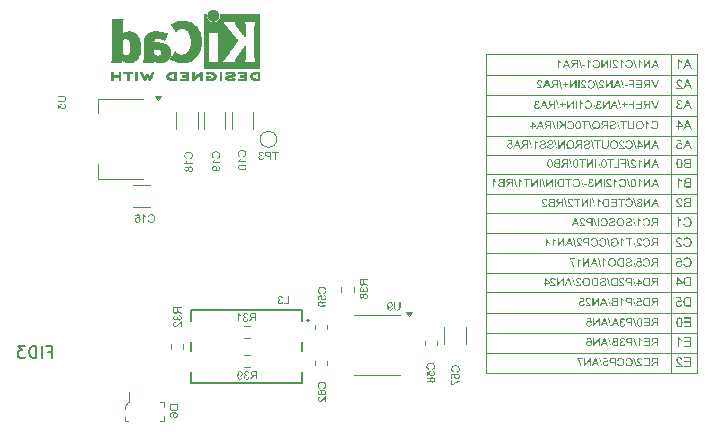
<source format=gbr>
%TF.GenerationSoftware,KiCad,Pcbnew,9.0.2*%
%TF.CreationDate,2025-09-25T10:32:18+03:00*%
%TF.ProjectId,uPIC46,75504943-3436-42e6-9b69-6361645f7063,V0*%
%TF.SameCoordinates,Original*%
%TF.FileFunction,Legend,Bot*%
%TF.FilePolarity,Positive*%
%FSLAX46Y46*%
G04 Gerber Fmt 4.6, Leading zero omitted, Abs format (unit mm)*
G04 Created by KiCad (PCBNEW 9.0.2) date 2025-09-25 10:32:18*
%MOMM*%
%LPD*%
G01*
G04 APERTURE LIST*
%ADD10C,0.087500*%
%ADD11C,0.100000*%
%ADD12C,0.150000*%
%ADD13C,0.120000*%
%ADD14C,0.060000*%
%ADD15C,0.050000*%
%ADD16C,0.200000*%
%ADD17C,0.010000*%
G04 APERTURE END LIST*
D10*
G36*
X173911453Y-83265500D02*
G01*
X173812931Y-83265500D01*
X173735952Y-83052129D01*
X173442824Y-83052129D01*
X173361058Y-83265500D01*
X173255355Y-83265500D01*
X173373700Y-82975534D01*
X173471504Y-82975534D01*
X173709153Y-82975534D01*
X173632173Y-82769986D01*
X173610457Y-82703046D01*
X173594389Y-82636116D01*
X173575255Y-82696743D01*
X173544679Y-82781441D01*
X173471504Y-82975534D01*
X173373700Y-82975534D01*
X173542286Y-82562471D01*
X173642218Y-82562471D01*
X173911453Y-83265500D01*
G37*
G36*
X173182308Y-83265500D02*
G01*
X173182308Y-82562471D01*
X173087121Y-82562471D01*
X172718937Y-83114448D01*
X172718937Y-82562471D01*
X172629990Y-82562471D01*
X172629990Y-83265500D01*
X172725135Y-83265500D01*
X173093361Y-82713053D01*
X173093361Y-83265500D01*
X173182308Y-83265500D01*
G37*
G36*
X172184912Y-83265500D02*
G01*
X172270996Y-83265500D01*
X172270996Y-82715575D01*
X172305250Y-82744074D01*
X172352506Y-82775029D01*
X172402237Y-82801938D01*
X172443120Y-82819610D01*
X172443120Y-82737544D01*
X172396302Y-82712638D01*
X172354356Y-82684935D01*
X172316901Y-82654453D01*
X172282539Y-82620208D01*
X172257547Y-82588770D01*
X172240392Y-82559735D01*
X172184912Y-82559735D01*
X172184912Y-83265500D01*
G37*
G36*
X172005394Y-83276442D02*
G01*
X171802153Y-82551529D01*
X171733295Y-82551529D01*
X171936065Y-83276442D01*
X172005394Y-83276442D01*
G37*
G36*
X171157468Y-83019303D02*
G01*
X171064717Y-83042726D01*
X171083119Y-83098559D01*
X171106864Y-83145370D01*
X171135688Y-83184407D01*
X171169692Y-83216602D01*
X171208983Y-83242403D01*
X171252429Y-83261000D01*
X171300781Y-83272468D01*
X171354981Y-83276442D01*
X171412143Y-83273194D01*
X171461167Y-83264030D01*
X171503228Y-83249616D01*
X171539330Y-83230322D01*
X171572202Y-83205112D01*
X171601059Y-83174790D01*
X171626116Y-83138871D01*
X171647383Y-83096667D01*
X171667848Y-83037334D01*
X171680238Y-82974893D01*
X171684440Y-82908728D01*
X171679490Y-82836708D01*
X171665325Y-82773490D01*
X171642595Y-82717712D01*
X171619134Y-82678926D01*
X171591606Y-82645660D01*
X171559852Y-82617401D01*
X171523515Y-82593844D01*
X171470642Y-82570453D01*
X171414266Y-82556332D01*
X171353528Y-82551529D01*
X171301217Y-82555108D01*
X171254872Y-82565391D01*
X171213586Y-82581955D01*
X171176617Y-82604743D01*
X171143952Y-82633530D01*
X171116518Y-82667609D01*
X171094073Y-82707581D01*
X171076685Y-82754299D01*
X171167983Y-82775841D01*
X171187959Y-82727212D01*
X171211648Y-82691023D01*
X171238764Y-82664925D01*
X171271296Y-82646069D01*
X171309716Y-82634324D01*
X171355451Y-82630175D01*
X171408108Y-82634808D01*
X171452629Y-82647943D01*
X171490560Y-82669028D01*
X171523076Y-82697790D01*
X171548353Y-82732258D01*
X171566813Y-82773277D01*
X171579017Y-82817347D01*
X171586332Y-82862241D01*
X171588783Y-82908215D01*
X171585660Y-82967605D01*
X171576788Y-83019461D01*
X171562752Y-83064781D01*
X171541615Y-83106439D01*
X171514697Y-83139344D01*
X171481713Y-83164713D01*
X171443918Y-83183135D01*
X171404434Y-83194102D01*
X171362632Y-83197795D01*
X171324170Y-83194830D01*
X171289785Y-83186256D01*
X171258788Y-83172297D01*
X171230643Y-83152830D01*
X171206756Y-83128765D01*
X171186539Y-83099111D01*
X171170006Y-83062999D01*
X171157468Y-83019303D01*
G37*
G36*
X170661228Y-83265500D02*
G01*
X170747311Y-83265500D01*
X170747311Y-82715575D01*
X170781565Y-82744074D01*
X170828821Y-82775029D01*
X170878552Y-82801938D01*
X170919435Y-82819610D01*
X170919435Y-82737544D01*
X170872617Y-82712638D01*
X170830672Y-82684935D01*
X170793217Y-82654453D01*
X170758854Y-82620208D01*
X170733862Y-82588770D01*
X170716707Y-82559735D01*
X170661228Y-82559735D01*
X170661228Y-83265500D01*
G37*
G36*
X169988717Y-83184118D02*
G01*
X169988717Y-83265500D01*
X170452046Y-83265500D01*
X170450019Y-83235025D01*
X170442001Y-83205831D01*
X170419619Y-83159982D01*
X170385368Y-83112781D01*
X170341009Y-83066491D01*
X170272741Y-83006822D01*
X170197103Y-82941388D01*
X170147826Y-82892847D01*
X170118312Y-82857651D01*
X170094920Y-82819467D01*
X170082137Y-82785119D01*
X170078135Y-82753573D01*
X170082264Y-82720868D01*
X170094327Y-82692328D01*
X170114722Y-82666891D01*
X170140989Y-82647561D01*
X170172300Y-82635714D01*
X170210081Y-82631543D01*
X170249983Y-82636003D01*
X170282610Y-82648609D01*
X170309585Y-82669113D01*
X170329774Y-82696284D01*
X170342531Y-82730301D01*
X170347327Y-82773106D01*
X170435804Y-82763959D01*
X170427509Y-82714653D01*
X170413088Y-82673780D01*
X170393058Y-82639918D01*
X170367416Y-82612009D01*
X170336512Y-82589868D01*
X170300379Y-82573610D01*
X170258026Y-82563362D01*
X170208200Y-82559735D01*
X170158076Y-82563619D01*
X170115584Y-82574595D01*
X170079389Y-82592062D01*
X170048471Y-82615984D01*
X170022606Y-82645962D01*
X170004444Y-82678727D01*
X169993440Y-82714889D01*
X169989658Y-82755325D01*
X169993914Y-82797003D01*
X170006883Y-82838459D01*
X170028640Y-82878669D01*
X170064030Y-82924500D01*
X170111537Y-82972775D01*
X170196702Y-83048453D01*
X170266896Y-83109265D01*
X170296207Y-83137229D01*
X170316607Y-83161044D01*
X170332495Y-83184118D01*
X169988717Y-83184118D01*
G37*
G36*
X169846000Y-83265500D02*
G01*
X169846000Y-82562471D01*
X169753249Y-82562471D01*
X169753249Y-83265500D01*
X169846000Y-83265500D01*
G37*
G36*
X169590571Y-83265500D02*
G01*
X169590571Y-82562471D01*
X169495383Y-82562471D01*
X169127199Y-83114448D01*
X169127199Y-82562471D01*
X169038252Y-82562471D01*
X169038252Y-83265500D01*
X169133397Y-83265500D01*
X169501624Y-82713053D01*
X169501624Y-83265500D01*
X169590571Y-83265500D01*
G37*
G36*
X168382283Y-83019303D02*
G01*
X168289532Y-83042726D01*
X168307934Y-83098559D01*
X168331679Y-83145370D01*
X168360503Y-83184407D01*
X168394508Y-83216602D01*
X168433798Y-83242403D01*
X168477244Y-83261000D01*
X168525596Y-83272468D01*
X168579796Y-83276442D01*
X168636958Y-83273194D01*
X168685982Y-83264030D01*
X168728043Y-83249616D01*
X168764145Y-83230322D01*
X168797017Y-83205112D01*
X168825874Y-83174790D01*
X168850931Y-83138871D01*
X168872198Y-83096667D01*
X168892663Y-83037334D01*
X168905053Y-82974893D01*
X168909255Y-82908728D01*
X168904305Y-82836708D01*
X168890140Y-82773490D01*
X168867411Y-82717712D01*
X168843949Y-82678926D01*
X168816421Y-82645660D01*
X168784667Y-82617401D01*
X168748330Y-82593844D01*
X168695457Y-82570453D01*
X168639081Y-82556332D01*
X168578343Y-82551529D01*
X168526032Y-82555108D01*
X168479688Y-82565391D01*
X168438401Y-82581955D01*
X168401432Y-82604743D01*
X168368767Y-82633530D01*
X168341333Y-82667609D01*
X168318888Y-82707581D01*
X168301500Y-82754299D01*
X168392798Y-82775841D01*
X168412775Y-82727212D01*
X168436463Y-82691023D01*
X168463579Y-82664925D01*
X168496111Y-82646069D01*
X168534531Y-82634324D01*
X168580266Y-82630175D01*
X168632923Y-82634808D01*
X168677444Y-82647943D01*
X168715375Y-82669028D01*
X168747891Y-82697790D01*
X168773168Y-82732258D01*
X168791628Y-82773277D01*
X168803832Y-82817347D01*
X168811147Y-82862241D01*
X168813598Y-82908215D01*
X168810475Y-82967605D01*
X168801603Y-83019461D01*
X168787568Y-83064781D01*
X168766430Y-83106439D01*
X168739512Y-83139344D01*
X168706528Y-83164713D01*
X168668734Y-83183135D01*
X168629250Y-83194102D01*
X168587447Y-83197795D01*
X168548985Y-83194830D01*
X168514601Y-83186256D01*
X168483604Y-83172297D01*
X168455458Y-83152830D01*
X168431571Y-83128765D01*
X168411354Y-83099111D01*
X168394821Y-83062999D01*
X168382283Y-83019303D01*
G37*
G36*
X167886043Y-83265500D02*
G01*
X167972126Y-83265500D01*
X167972126Y-82715575D01*
X168006380Y-82744074D01*
X168053636Y-82775029D01*
X168103367Y-82801938D01*
X168144250Y-82819610D01*
X168144250Y-82737544D01*
X168097432Y-82712638D01*
X168055487Y-82684935D01*
X168018032Y-82654453D01*
X167983669Y-82620208D01*
X167958677Y-82588770D01*
X167941523Y-82559735D01*
X167886043Y-82559735D01*
X167886043Y-83265500D01*
G37*
G36*
X167675450Y-83054864D02*
G01*
X167675450Y-82967328D01*
X167411003Y-82967328D01*
X167411003Y-83054864D01*
X167675450Y-83054864D01*
G37*
G36*
X167380314Y-83276442D02*
G01*
X167177073Y-82551529D01*
X167108215Y-82551529D01*
X167310985Y-83276442D01*
X167380314Y-83276442D01*
G37*
G36*
X167031150Y-83265500D02*
G01*
X166938356Y-83265500D01*
X166938356Y-82950231D01*
X166830773Y-82950231D01*
X166779140Y-82953607D01*
X166758110Y-82960869D01*
X166736825Y-82972500D01*
X166716338Y-82989456D01*
X166689723Y-83019987D01*
X166622788Y-83117781D01*
X166529994Y-83265500D01*
X166413350Y-83265500D01*
X166535252Y-83072432D01*
X166573655Y-83019348D01*
X166612274Y-82978056D01*
X166634120Y-82961605D01*
X166668181Y-82942751D01*
X166617522Y-82932586D01*
X166576837Y-82918066D01*
X166544450Y-82899802D01*
X166519009Y-82878039D01*
X166497909Y-82851157D01*
X166482959Y-82821715D01*
X166473849Y-82789186D01*
X166470828Y-82754214D01*
X166566368Y-82754214D01*
X166571008Y-82786635D01*
X166585004Y-82816703D01*
X166599111Y-82833914D01*
X166617068Y-82847817D01*
X166639501Y-82858548D01*
X166678959Y-82867869D01*
X166738962Y-82871585D01*
X166938356Y-82871585D01*
X166938356Y-82641117D01*
X166716480Y-82641117D01*
X166665350Y-82645327D01*
X166628533Y-82656430D01*
X166602486Y-82672960D01*
X166582384Y-82696198D01*
X166570472Y-82722899D01*
X166566368Y-82754214D01*
X166470828Y-82754214D01*
X166470710Y-82752846D01*
X166474005Y-82715291D01*
X166483716Y-82680445D01*
X166499904Y-82647699D01*
X166521873Y-82618779D01*
X166547691Y-82596882D01*
X166577823Y-82581278D01*
X166611065Y-82571700D01*
X166657414Y-82565019D01*
X166720327Y-82562471D01*
X167031150Y-82562471D01*
X167031150Y-83265500D01*
G37*
G36*
X166402451Y-83265500D02*
G01*
X166303929Y-83265500D01*
X166226950Y-83052129D01*
X165933822Y-83052129D01*
X165852056Y-83265500D01*
X165746353Y-83265500D01*
X165864698Y-82975534D01*
X165962502Y-82975534D01*
X166200150Y-82975534D01*
X166123171Y-82769986D01*
X166101454Y-82703046D01*
X166085387Y-82636116D01*
X166066253Y-82696743D01*
X166035677Y-82781441D01*
X165962502Y-82975534D01*
X165864698Y-82975534D01*
X166033284Y-82562471D01*
X166133216Y-82562471D01*
X166402451Y-83265500D01*
G37*
G36*
X165383042Y-83265500D02*
G01*
X165469125Y-83265500D01*
X165469125Y-82715575D01*
X165503380Y-82744074D01*
X165550635Y-82775029D01*
X165600367Y-82801938D01*
X165641250Y-82819610D01*
X165641250Y-82737544D01*
X165594432Y-82712638D01*
X165552486Y-82684935D01*
X165515031Y-82654453D01*
X165480668Y-82620208D01*
X165455677Y-82588770D01*
X165438522Y-82559735D01*
X165383042Y-82559735D01*
X165383042Y-83265500D01*
G37*
D11*
G36*
X176692180Y-83307000D02*
G01*
X176579584Y-83307000D01*
X176491608Y-83063147D01*
X176156605Y-83063147D01*
X176063157Y-83307000D01*
X175942355Y-83307000D01*
X176077606Y-82975611D01*
X176189382Y-82975611D01*
X176460980Y-82975611D01*
X176373004Y-82740698D01*
X176348185Y-82664196D01*
X176329822Y-82587704D01*
X176307954Y-82656992D01*
X176273011Y-82753789D01*
X176189382Y-82975611D01*
X176077606Y-82975611D01*
X176270275Y-82503538D01*
X176384483Y-82503538D01*
X176692180Y-83307000D01*
G37*
G36*
X175527142Y-83307000D02*
G01*
X175625523Y-83307000D01*
X175625523Y-82678514D01*
X175664671Y-82711085D01*
X175718677Y-82746462D01*
X175775513Y-82777215D01*
X175822236Y-82797411D01*
X175822236Y-82703622D01*
X175768730Y-82675157D01*
X175720792Y-82643497D01*
X175677986Y-82608660D01*
X175638715Y-82569523D01*
X175610153Y-82533594D01*
X175590547Y-82500412D01*
X175527142Y-82500412D01*
X175527142Y-83307000D01*
G37*
D10*
G36*
X173634097Y-84990500D02*
G01*
X173905683Y-84287471D01*
X173805280Y-84287471D01*
X173623069Y-84798372D01*
X173586268Y-84913520D01*
X173548483Y-84798372D01*
X173359134Y-84287471D01*
X173264460Y-84287471D01*
X173538909Y-84990500D01*
X173634097Y-84990500D01*
G37*
G36*
X173179915Y-84990500D02*
G01*
X173087121Y-84990500D01*
X173087121Y-84675231D01*
X172979538Y-84675231D01*
X172927905Y-84678607D01*
X172906875Y-84685869D01*
X172885590Y-84697500D01*
X172865102Y-84714456D01*
X172838488Y-84744987D01*
X172771553Y-84842781D01*
X172678759Y-84990500D01*
X172562115Y-84990500D01*
X172684016Y-84797432D01*
X172722419Y-84744348D01*
X172761038Y-84703056D01*
X172782885Y-84686605D01*
X172816946Y-84667751D01*
X172766287Y-84657586D01*
X172725602Y-84643066D01*
X172693215Y-84624802D01*
X172667774Y-84603039D01*
X172646674Y-84576157D01*
X172631724Y-84546715D01*
X172622614Y-84514186D01*
X172619593Y-84479214D01*
X172715133Y-84479214D01*
X172719773Y-84511635D01*
X172733769Y-84541703D01*
X172747876Y-84558914D01*
X172765833Y-84572817D01*
X172788265Y-84583548D01*
X172827724Y-84592869D01*
X172887727Y-84596585D01*
X173087121Y-84596585D01*
X173087121Y-84366117D01*
X172865245Y-84366117D01*
X172814115Y-84370327D01*
X172777298Y-84381430D01*
X172751250Y-84397960D01*
X172731149Y-84421198D01*
X172719237Y-84447899D01*
X172715133Y-84479214D01*
X172619593Y-84479214D01*
X172619475Y-84477846D01*
X172622770Y-84440291D01*
X172632481Y-84405445D01*
X172648668Y-84372699D01*
X172670638Y-84343779D01*
X172696456Y-84321882D01*
X172726588Y-84306278D01*
X172759829Y-84296700D01*
X172806179Y-84290019D01*
X172869091Y-84287471D01*
X173179915Y-84287471D01*
X173179915Y-84990500D01*
G37*
G36*
X172472313Y-84990500D02*
G01*
X172472313Y-84287471D01*
X171965430Y-84287471D01*
X171965430Y-84368853D01*
X172379519Y-84368853D01*
X172379519Y-84585643D01*
X171991716Y-84585643D01*
X171991716Y-84667024D01*
X172379519Y-84667024D01*
X172379519Y-84909118D01*
X171949145Y-84909118D01*
X171949145Y-84990500D01*
X172472313Y-84990500D01*
G37*
G36*
X171816301Y-84990500D02*
G01*
X171816301Y-84287471D01*
X171343398Y-84287471D01*
X171343398Y-84368853D01*
X171723550Y-84368853D01*
X171723550Y-84588378D01*
X171394561Y-84588378D01*
X171394561Y-84669760D01*
X171723550Y-84669760D01*
X171723550Y-84990500D01*
X171816301Y-84990500D01*
G37*
G36*
X171267188Y-84779864D02*
G01*
X171267188Y-84692328D01*
X171002740Y-84692328D01*
X171002740Y-84779864D01*
X171267188Y-84779864D01*
G37*
G36*
X170972051Y-85001442D02*
G01*
X170768811Y-84276529D01*
X170699952Y-84276529D01*
X170902723Y-85001442D01*
X170972051Y-85001442D01*
G37*
G36*
X170701320Y-84990500D02*
G01*
X170602799Y-84990500D01*
X170525819Y-84777129D01*
X170232691Y-84777129D01*
X170150925Y-84990500D01*
X170045223Y-84990500D01*
X170163568Y-84700534D01*
X170261372Y-84700534D01*
X170499020Y-84700534D01*
X170422041Y-84494986D01*
X170400324Y-84428046D01*
X170384256Y-84361116D01*
X170365122Y-84421743D01*
X170334547Y-84506441D01*
X170261372Y-84700534D01*
X170163568Y-84700534D01*
X170332153Y-84287471D01*
X170432085Y-84287471D01*
X170701320Y-84990500D01*
G37*
G36*
X169972176Y-84990500D02*
G01*
X169972176Y-84287471D01*
X169876988Y-84287471D01*
X169508804Y-84839448D01*
X169508804Y-84287471D01*
X169419857Y-84287471D01*
X169419857Y-84990500D01*
X169515002Y-84990500D01*
X169883229Y-84438053D01*
X169883229Y-84990500D01*
X169972176Y-84990500D01*
G37*
G36*
X168846638Y-84909118D02*
G01*
X168846638Y-84990500D01*
X169309966Y-84990500D01*
X169307940Y-84960025D01*
X169299922Y-84930831D01*
X169277539Y-84884982D01*
X169243288Y-84837781D01*
X169198929Y-84791491D01*
X169130662Y-84731822D01*
X169055024Y-84666388D01*
X169005746Y-84617847D01*
X168976233Y-84582651D01*
X168952841Y-84544467D01*
X168940057Y-84510119D01*
X168936055Y-84478573D01*
X168940184Y-84445868D01*
X168952247Y-84417328D01*
X168972643Y-84391891D01*
X168998910Y-84372561D01*
X169030221Y-84360714D01*
X169068001Y-84356543D01*
X169107903Y-84361003D01*
X169140531Y-84373609D01*
X169167506Y-84394113D01*
X169187694Y-84421284D01*
X169200451Y-84455301D01*
X169205247Y-84498106D01*
X169293724Y-84488959D01*
X169285429Y-84439653D01*
X169271008Y-84398780D01*
X169250978Y-84364918D01*
X169225336Y-84337009D01*
X169194433Y-84314868D01*
X169158299Y-84298610D01*
X169115947Y-84288362D01*
X169066120Y-84284735D01*
X169015997Y-84288619D01*
X168973505Y-84299595D01*
X168937310Y-84317062D01*
X168906392Y-84340984D01*
X168880527Y-84370962D01*
X168862364Y-84403727D01*
X168851361Y-84439889D01*
X168847578Y-84480325D01*
X168851834Y-84522003D01*
X168864803Y-84563459D01*
X168886561Y-84603669D01*
X168921950Y-84649500D01*
X168969458Y-84697775D01*
X169054623Y-84773453D01*
X169124817Y-84834265D01*
X169154127Y-84862229D01*
X169174528Y-84886044D01*
X169190416Y-84909118D01*
X168846638Y-84909118D01*
G37*
G36*
X168795261Y-85001442D02*
G01*
X168592021Y-84276529D01*
X168523162Y-84276529D01*
X168725933Y-85001442D01*
X168795261Y-85001442D01*
G37*
G36*
X167947336Y-84744303D02*
G01*
X167854584Y-84767726D01*
X167872986Y-84823559D01*
X167896731Y-84870370D01*
X167925556Y-84909407D01*
X167959560Y-84941602D01*
X167998850Y-84967403D01*
X168042297Y-84986000D01*
X168090649Y-84997468D01*
X168144849Y-85001442D01*
X168202010Y-84998194D01*
X168251034Y-84989030D01*
X168293095Y-84974616D01*
X168329197Y-84955322D01*
X168362070Y-84930112D01*
X168390926Y-84899790D01*
X168415983Y-84863871D01*
X168437250Y-84821667D01*
X168457715Y-84762334D01*
X168470105Y-84699893D01*
X168474308Y-84633728D01*
X168469357Y-84561708D01*
X168455192Y-84498490D01*
X168432463Y-84442712D01*
X168409002Y-84403926D01*
X168381473Y-84370660D01*
X168349719Y-84342401D01*
X168313382Y-84318844D01*
X168260509Y-84295453D01*
X168204133Y-84281332D01*
X168143395Y-84276529D01*
X168091085Y-84280108D01*
X168044740Y-84290391D01*
X168003453Y-84306955D01*
X167966484Y-84329743D01*
X167933820Y-84358530D01*
X167906385Y-84392609D01*
X167883940Y-84432581D01*
X167866552Y-84479299D01*
X167957850Y-84500841D01*
X167977827Y-84452212D01*
X168001515Y-84416023D01*
X168028632Y-84389925D01*
X168061163Y-84371069D01*
X168099584Y-84359324D01*
X168145319Y-84355175D01*
X168197976Y-84359808D01*
X168242497Y-84372943D01*
X168280428Y-84394028D01*
X168312943Y-84422790D01*
X168338221Y-84457258D01*
X168356680Y-84498277D01*
X168368884Y-84542347D01*
X168376199Y-84587241D01*
X168378650Y-84633215D01*
X168375527Y-84692605D01*
X168366656Y-84744461D01*
X168352620Y-84789781D01*
X168331483Y-84831439D01*
X168304565Y-84864344D01*
X168271580Y-84889713D01*
X168233786Y-84908135D01*
X168194302Y-84919102D01*
X168152500Y-84922795D01*
X168114038Y-84919830D01*
X168079653Y-84911256D01*
X168048656Y-84897297D01*
X168020511Y-84877830D01*
X167996624Y-84853765D01*
X167976406Y-84824111D01*
X167959873Y-84787999D01*
X167947336Y-84744303D01*
G37*
G36*
X167322953Y-84909118D02*
G01*
X167322953Y-84990500D01*
X167786282Y-84990500D01*
X167784255Y-84960025D01*
X167776237Y-84930831D01*
X167753855Y-84884982D01*
X167719603Y-84837781D01*
X167675245Y-84791491D01*
X167606977Y-84731822D01*
X167531339Y-84666388D01*
X167482062Y-84617847D01*
X167452548Y-84582651D01*
X167429156Y-84544467D01*
X167416373Y-84510119D01*
X167412370Y-84478573D01*
X167416499Y-84445868D01*
X167428563Y-84417328D01*
X167448958Y-84391891D01*
X167475225Y-84372561D01*
X167506536Y-84360714D01*
X167544316Y-84356543D01*
X167584218Y-84361003D01*
X167616846Y-84373609D01*
X167643821Y-84394113D01*
X167664010Y-84421284D01*
X167676767Y-84455301D01*
X167681563Y-84498106D01*
X167770040Y-84488959D01*
X167761745Y-84439653D01*
X167747324Y-84398780D01*
X167727294Y-84364918D01*
X167701652Y-84337009D01*
X167670748Y-84314868D01*
X167634615Y-84298610D01*
X167592262Y-84288362D01*
X167542436Y-84284735D01*
X167492312Y-84288619D01*
X167449820Y-84299595D01*
X167413625Y-84317062D01*
X167382707Y-84340984D01*
X167356842Y-84370962D01*
X167338680Y-84403727D01*
X167327676Y-84439889D01*
X167323893Y-84480325D01*
X167328150Y-84522003D01*
X167341119Y-84563459D01*
X167362876Y-84603669D01*
X167398265Y-84649500D01*
X167445773Y-84697775D01*
X167530938Y-84773453D01*
X167601132Y-84834265D01*
X167630443Y-84862229D01*
X167650843Y-84886044D01*
X167666731Y-84909118D01*
X167322953Y-84909118D01*
G37*
G36*
X167180236Y-84990500D02*
G01*
X167180236Y-84287471D01*
X167087485Y-84287471D01*
X167087485Y-84990500D01*
X167180236Y-84990500D01*
G37*
G36*
X166924807Y-84990500D02*
G01*
X166924807Y-84287471D01*
X166829619Y-84287471D01*
X166461435Y-84839448D01*
X166461435Y-84287471D01*
X166372488Y-84287471D01*
X166372488Y-84990500D01*
X166467633Y-84990500D01*
X166835860Y-84438053D01*
X166835860Y-84990500D01*
X166924807Y-84990500D01*
G37*
G36*
X166046961Y-84878343D02*
G01*
X166046961Y-84686173D01*
X166237764Y-84686173D01*
X166237764Y-84604791D01*
X166046961Y-84604791D01*
X166046961Y-84416040D01*
X165965665Y-84416040D01*
X165965665Y-84604791D01*
X165774863Y-84604791D01*
X165774863Y-84686173D01*
X165965665Y-84686173D01*
X165965665Y-84878343D01*
X166046961Y-84878343D01*
G37*
G36*
X165720537Y-85001442D02*
G01*
X165517296Y-84276529D01*
X165448438Y-84276529D01*
X165651209Y-85001442D01*
X165720537Y-85001442D01*
G37*
G36*
X165371373Y-84990500D02*
G01*
X165278579Y-84990500D01*
X165278579Y-84675231D01*
X165170997Y-84675231D01*
X165119364Y-84678607D01*
X165098333Y-84685869D01*
X165077049Y-84697500D01*
X165056561Y-84714456D01*
X165029946Y-84744987D01*
X164963012Y-84842781D01*
X164870218Y-84990500D01*
X164753573Y-84990500D01*
X164875475Y-84797432D01*
X164913878Y-84744348D01*
X164952497Y-84703056D01*
X164974343Y-84686605D01*
X165008404Y-84667751D01*
X164957746Y-84657586D01*
X164917060Y-84643066D01*
X164884674Y-84624802D01*
X164859233Y-84603039D01*
X164838133Y-84576157D01*
X164823183Y-84546715D01*
X164814073Y-84514186D01*
X164811052Y-84479214D01*
X164906591Y-84479214D01*
X164911232Y-84511635D01*
X164925227Y-84541703D01*
X164939334Y-84558914D01*
X164957291Y-84572817D01*
X164979724Y-84583548D01*
X165019183Y-84592869D01*
X165079186Y-84596585D01*
X165278579Y-84596585D01*
X165278579Y-84366117D01*
X165056703Y-84366117D01*
X165005573Y-84370327D01*
X164968757Y-84381430D01*
X164942709Y-84397960D01*
X164922607Y-84421198D01*
X164910695Y-84447899D01*
X164906591Y-84479214D01*
X164811052Y-84479214D01*
X164810934Y-84477846D01*
X164814229Y-84440291D01*
X164823939Y-84405445D01*
X164840127Y-84372699D01*
X164862097Y-84343779D01*
X164887914Y-84321882D01*
X164918046Y-84306278D01*
X164951288Y-84296700D01*
X164997637Y-84290019D01*
X165060550Y-84287471D01*
X165371373Y-84287471D01*
X165371373Y-84990500D01*
G37*
G36*
X164742674Y-84990500D02*
G01*
X164644153Y-84990500D01*
X164567173Y-84777129D01*
X164274045Y-84777129D01*
X164192279Y-84990500D01*
X164086577Y-84990500D01*
X164204922Y-84700534D01*
X164302725Y-84700534D01*
X164540374Y-84700534D01*
X164463394Y-84494986D01*
X164441678Y-84428046D01*
X164425610Y-84361116D01*
X164406476Y-84421743D01*
X164375901Y-84506441D01*
X164302725Y-84700534D01*
X164204922Y-84700534D01*
X164373507Y-84287471D01*
X164473439Y-84287471D01*
X164742674Y-84990500D01*
G37*
G36*
X163595123Y-84909118D02*
G01*
X163595123Y-84990500D01*
X164058452Y-84990500D01*
X164056425Y-84960025D01*
X164048408Y-84930831D01*
X164026025Y-84884982D01*
X163991774Y-84837781D01*
X163947415Y-84791491D01*
X163879147Y-84731822D01*
X163803509Y-84666388D01*
X163754232Y-84617847D01*
X163724719Y-84582651D01*
X163701327Y-84544467D01*
X163688543Y-84510119D01*
X163684541Y-84478573D01*
X163688670Y-84445868D01*
X163700733Y-84417328D01*
X163721128Y-84391891D01*
X163747395Y-84372561D01*
X163778707Y-84360714D01*
X163816487Y-84356543D01*
X163856389Y-84361003D01*
X163889016Y-84373609D01*
X163915991Y-84394113D01*
X163936180Y-84421284D01*
X163948937Y-84455301D01*
X163953733Y-84498106D01*
X164042210Y-84488959D01*
X164033915Y-84439653D01*
X164019494Y-84398780D01*
X163999464Y-84364918D01*
X163973822Y-84337009D01*
X163942919Y-84314868D01*
X163906785Y-84298610D01*
X163864433Y-84288362D01*
X163814606Y-84284735D01*
X163764482Y-84288619D01*
X163721990Y-84299595D01*
X163685796Y-84317062D01*
X163654877Y-84340984D01*
X163629012Y-84370962D01*
X163610850Y-84403727D01*
X163599847Y-84439889D01*
X163596064Y-84480325D01*
X163600320Y-84522003D01*
X163613289Y-84563459D01*
X163635046Y-84603669D01*
X163670436Y-84649500D01*
X163717943Y-84697775D01*
X163803108Y-84773453D01*
X163873302Y-84834265D01*
X163902613Y-84862229D01*
X163923013Y-84886044D01*
X163938901Y-84909118D01*
X163595123Y-84909118D01*
G37*
D11*
G36*
X176692180Y-85032000D02*
G01*
X176579584Y-85032000D01*
X176491608Y-84788147D01*
X176156605Y-84788147D01*
X176063157Y-85032000D01*
X175942355Y-85032000D01*
X176077606Y-84700611D01*
X176189382Y-84700611D01*
X176460980Y-84700611D01*
X176373004Y-84465698D01*
X176348185Y-84389196D01*
X176329822Y-84312704D01*
X176307954Y-84381992D01*
X176273011Y-84478789D01*
X176189382Y-84700611D01*
X176077606Y-84700611D01*
X176270275Y-84228538D01*
X176384483Y-84228538D01*
X176692180Y-85032000D01*
G37*
G36*
X175380694Y-84938992D02*
G01*
X175380694Y-85032000D01*
X175910212Y-85032000D01*
X175907896Y-84997171D01*
X175898733Y-84963807D01*
X175873153Y-84911408D01*
X175834009Y-84857464D01*
X175783313Y-84804561D01*
X175705293Y-84736368D01*
X175618849Y-84661586D01*
X175562532Y-84606111D01*
X175528803Y-84565886D01*
X175502069Y-84522249D01*
X175487459Y-84482993D01*
X175482885Y-84446940D01*
X175487604Y-84409563D01*
X175501391Y-84376946D01*
X175524700Y-84347875D01*
X175554719Y-84325784D01*
X175590503Y-84312245D01*
X175633681Y-84307478D01*
X175679283Y-84312575D01*
X175716571Y-84326982D01*
X175747400Y-84350415D01*
X175770473Y-84381468D01*
X175785053Y-84420344D01*
X175790533Y-84469264D01*
X175891650Y-84458810D01*
X175882170Y-84402461D01*
X175865689Y-84355748D01*
X175842797Y-84317049D01*
X175813492Y-84285154D01*
X175778174Y-84259849D01*
X175736879Y-84241269D01*
X175688476Y-84229557D01*
X175631531Y-84225412D01*
X175574247Y-84229850D01*
X175525685Y-84242395D01*
X175484319Y-84262357D01*
X175448984Y-84289697D01*
X175419424Y-84323957D01*
X175398667Y-84361403D01*
X175386092Y-84402731D01*
X175381769Y-84448943D01*
X175386633Y-84496575D01*
X175401455Y-84543953D01*
X175426320Y-84589907D01*
X175466765Y-84642286D01*
X175521060Y-84697457D01*
X175618391Y-84783946D01*
X175698613Y-84853445D01*
X175732111Y-84885405D01*
X175755425Y-84912621D01*
X175773583Y-84938992D01*
X175380694Y-84938992D01*
G37*
D10*
G36*
X173634097Y-86715500D02*
G01*
X173905683Y-86012471D01*
X173805280Y-86012471D01*
X173623069Y-86523372D01*
X173586268Y-86638520D01*
X173548483Y-86523372D01*
X173359134Y-86012471D01*
X173264460Y-86012471D01*
X173538909Y-86715500D01*
X173634097Y-86715500D01*
G37*
G36*
X173179915Y-86715500D02*
G01*
X173087121Y-86715500D01*
X173087121Y-86400231D01*
X172979538Y-86400231D01*
X172927905Y-86403607D01*
X172906875Y-86410869D01*
X172885590Y-86422500D01*
X172865102Y-86439456D01*
X172838488Y-86469987D01*
X172771553Y-86567781D01*
X172678759Y-86715500D01*
X172562115Y-86715500D01*
X172684016Y-86522432D01*
X172722419Y-86469348D01*
X172761038Y-86428056D01*
X172782885Y-86411605D01*
X172816946Y-86392751D01*
X172766287Y-86382586D01*
X172725602Y-86368066D01*
X172693215Y-86349802D01*
X172667774Y-86328039D01*
X172646674Y-86301157D01*
X172631724Y-86271715D01*
X172622614Y-86239186D01*
X172619593Y-86204214D01*
X172715133Y-86204214D01*
X172719773Y-86236635D01*
X172733769Y-86266703D01*
X172747876Y-86283914D01*
X172765833Y-86297817D01*
X172788265Y-86308548D01*
X172827724Y-86317869D01*
X172887727Y-86321585D01*
X173087121Y-86321585D01*
X173087121Y-86091117D01*
X172865245Y-86091117D01*
X172814115Y-86095327D01*
X172777298Y-86106430D01*
X172751250Y-86122960D01*
X172731149Y-86146198D01*
X172719237Y-86172899D01*
X172715133Y-86204214D01*
X172619593Y-86204214D01*
X172619475Y-86202846D01*
X172622770Y-86165291D01*
X172632481Y-86130445D01*
X172648668Y-86097699D01*
X172670638Y-86068779D01*
X172696456Y-86046882D01*
X172726588Y-86031278D01*
X172759829Y-86021700D01*
X172806179Y-86015019D01*
X172869091Y-86012471D01*
X173179915Y-86012471D01*
X173179915Y-86715500D01*
G37*
G36*
X172472313Y-86715500D02*
G01*
X172472313Y-86012471D01*
X171965430Y-86012471D01*
X171965430Y-86093853D01*
X172379519Y-86093853D01*
X172379519Y-86310643D01*
X171991716Y-86310643D01*
X171991716Y-86392024D01*
X172379519Y-86392024D01*
X172379519Y-86634118D01*
X171949145Y-86634118D01*
X171949145Y-86715500D01*
X172472313Y-86715500D01*
G37*
G36*
X171816301Y-86715500D02*
G01*
X171816301Y-86012471D01*
X171343398Y-86012471D01*
X171343398Y-86093853D01*
X171723550Y-86093853D01*
X171723550Y-86313378D01*
X171394561Y-86313378D01*
X171394561Y-86394760D01*
X171723550Y-86394760D01*
X171723550Y-86715500D01*
X171816301Y-86715500D01*
G37*
G36*
X171052963Y-86603343D02*
G01*
X171052963Y-86411173D01*
X171243765Y-86411173D01*
X171243765Y-86329791D01*
X171052963Y-86329791D01*
X171052963Y-86141040D01*
X170971666Y-86141040D01*
X170971666Y-86329791D01*
X170780864Y-86329791D01*
X170780864Y-86411173D01*
X170971666Y-86411173D01*
X170971666Y-86603343D01*
X171052963Y-86603343D01*
G37*
G36*
X170726538Y-86726442D02*
G01*
X170523298Y-86001529D01*
X170454439Y-86001529D01*
X170657210Y-86726442D01*
X170726538Y-86726442D01*
G37*
G36*
X170455807Y-86715500D02*
G01*
X170357286Y-86715500D01*
X170280307Y-86502129D01*
X169987178Y-86502129D01*
X169905412Y-86715500D01*
X169799710Y-86715500D01*
X169918055Y-86425534D01*
X170015859Y-86425534D01*
X170253507Y-86425534D01*
X170176528Y-86219986D01*
X170154811Y-86153046D01*
X170138743Y-86086116D01*
X170119609Y-86146743D01*
X170089034Y-86231441D01*
X170015859Y-86425534D01*
X169918055Y-86425534D01*
X170086640Y-86012471D01*
X170186572Y-86012471D01*
X170455807Y-86715500D01*
G37*
G36*
X169726663Y-86715500D02*
G01*
X169726663Y-86012471D01*
X169631475Y-86012471D01*
X169263292Y-86564448D01*
X169263292Y-86012471D01*
X169174344Y-86012471D01*
X169174344Y-86715500D01*
X169269489Y-86715500D01*
X169637716Y-86163053D01*
X169637716Y-86715500D01*
X169726663Y-86715500D01*
G37*
G36*
X169052998Y-86529997D02*
G01*
X168966915Y-86518542D01*
X168953540Y-86565363D01*
X168936515Y-86599140D01*
X168916479Y-86622748D01*
X168891167Y-86640370D01*
X168862555Y-86650974D01*
X168829669Y-86654634D01*
X168790914Y-86649880D01*
X168757146Y-86636024D01*
X168727130Y-86612704D01*
X168703919Y-86582562D01*
X168690059Y-86548342D01*
X168685285Y-86508754D01*
X168689759Y-86470963D01*
X168702635Y-86438907D01*
X168724009Y-86411258D01*
X168751857Y-86390106D01*
X168784236Y-86377325D01*
X168822488Y-86372876D01*
X168848155Y-86375004D01*
X168883225Y-86382450D01*
X168873694Y-86306924D01*
X168859802Y-86307907D01*
X168824013Y-86304657D01*
X168791249Y-86295120D01*
X168760853Y-86279270D01*
X168741751Y-86263167D01*
X168728219Y-86243603D01*
X168719814Y-86219897D01*
X168716829Y-86190921D01*
X168720506Y-86160737D01*
X168731135Y-86134971D01*
X168748886Y-86112574D01*
X168771884Y-86095563D01*
X168799056Y-86085184D01*
X168831592Y-86081543D01*
X168863835Y-86085166D01*
X168891380Y-86095594D01*
X168915282Y-86112830D01*
X168934052Y-86135735D01*
X168948571Y-86166366D01*
X168958324Y-86206693D01*
X169044364Y-86191391D01*
X169033423Y-86148968D01*
X169017716Y-86113074D01*
X168997486Y-86082757D01*
X168972643Y-86057308D01*
X168943465Y-86036780D01*
X168910989Y-86022009D01*
X168874603Y-86012899D01*
X168833516Y-86009735D01*
X168795851Y-86012542D01*
X168760778Y-86020795D01*
X168727814Y-86034441D01*
X168697675Y-86053234D01*
X168673267Y-86075603D01*
X168653954Y-86101760D01*
X168639631Y-86131044D01*
X168631176Y-86161082D01*
X168628352Y-86192331D01*
X168631097Y-86221953D01*
X168639200Y-86249420D01*
X168652758Y-86275252D01*
X168671074Y-86297919D01*
X168694853Y-86317701D01*
X168724950Y-86334664D01*
X168685752Y-86348036D01*
X168653974Y-86367825D01*
X168628394Y-86394161D01*
X168609658Y-86425857D01*
X168598037Y-86463063D01*
X168593944Y-86507130D01*
X168598201Y-86551617D01*
X168610642Y-86591795D01*
X168631297Y-86628597D01*
X168660879Y-86662670D01*
X168696165Y-86690322D01*
X168735557Y-86710079D01*
X168779855Y-86722225D01*
X168830139Y-86726442D01*
X168875660Y-86722805D01*
X168915794Y-86712341D01*
X168951476Y-86695369D01*
X168983414Y-86671731D01*
X169010525Y-86642480D01*
X169030993Y-86609536D01*
X169045182Y-86572320D01*
X169052998Y-86529997D01*
G37*
G36*
X168549748Y-86726442D02*
G01*
X168346508Y-86001529D01*
X168277650Y-86001529D01*
X168480420Y-86726442D01*
X168549748Y-86726442D01*
G37*
G36*
X167701823Y-86469303D02*
G01*
X167609071Y-86492726D01*
X167627473Y-86548559D01*
X167651218Y-86595370D01*
X167680043Y-86634407D01*
X167714047Y-86666602D01*
X167753337Y-86692403D01*
X167796784Y-86711000D01*
X167845136Y-86722468D01*
X167899336Y-86726442D01*
X167956497Y-86723194D01*
X168005521Y-86714030D01*
X168047582Y-86699616D01*
X168083684Y-86680322D01*
X168116557Y-86655112D01*
X168145414Y-86624790D01*
X168170470Y-86588871D01*
X168191737Y-86546667D01*
X168212202Y-86487334D01*
X168224592Y-86424893D01*
X168228795Y-86358728D01*
X168223844Y-86286708D01*
X168209679Y-86223490D01*
X168186950Y-86167712D01*
X168163489Y-86128926D01*
X168135960Y-86095660D01*
X168104207Y-86067401D01*
X168067869Y-86043844D01*
X168014996Y-86020453D01*
X167958620Y-86006332D01*
X167897882Y-86001529D01*
X167845572Y-86005108D01*
X167799227Y-86015391D01*
X167757940Y-86031955D01*
X167720971Y-86054743D01*
X167688307Y-86083530D01*
X167660872Y-86117609D01*
X167638428Y-86157581D01*
X167621039Y-86204299D01*
X167712337Y-86225841D01*
X167732314Y-86177212D01*
X167756002Y-86141023D01*
X167783119Y-86114925D01*
X167815650Y-86096069D01*
X167854071Y-86084324D01*
X167899806Y-86080175D01*
X167952463Y-86084808D01*
X167996984Y-86097943D01*
X168034915Y-86119028D01*
X168067431Y-86147790D01*
X168092708Y-86182258D01*
X168111168Y-86223277D01*
X168123371Y-86267347D01*
X168130686Y-86312241D01*
X168133137Y-86358215D01*
X168130014Y-86417605D01*
X168121143Y-86469461D01*
X168107107Y-86514781D01*
X168085970Y-86556439D01*
X168059052Y-86589344D01*
X168026067Y-86614713D01*
X167988273Y-86633135D01*
X167948789Y-86644102D01*
X167906987Y-86647795D01*
X167868525Y-86644830D01*
X167834140Y-86636256D01*
X167803143Y-86622297D01*
X167774998Y-86602830D01*
X167751111Y-86578765D01*
X167730893Y-86549111D01*
X167714360Y-86512999D01*
X167701823Y-86469303D01*
G37*
G36*
X167205582Y-86715500D02*
G01*
X167291666Y-86715500D01*
X167291666Y-86165575D01*
X167325920Y-86194074D01*
X167373176Y-86225029D01*
X167422907Y-86251938D01*
X167463790Y-86269610D01*
X167463790Y-86187544D01*
X167416972Y-86162638D01*
X167375026Y-86134935D01*
X167337571Y-86104453D01*
X167303209Y-86070208D01*
X167278217Y-86038770D01*
X167261062Y-86009735D01*
X167205582Y-86009735D01*
X167205582Y-86715500D01*
G37*
G36*
X166934723Y-86715500D02*
G01*
X166934723Y-86012471D01*
X166841972Y-86012471D01*
X166841972Y-86715500D01*
X166934723Y-86715500D01*
G37*
G36*
X166679294Y-86715500D02*
G01*
X166679294Y-86012471D01*
X166584106Y-86012471D01*
X166215922Y-86564448D01*
X166215922Y-86012471D01*
X166126975Y-86012471D01*
X166126975Y-86715500D01*
X166222120Y-86715500D01*
X166590347Y-86163053D01*
X166590347Y-86715500D01*
X166679294Y-86715500D01*
G37*
G36*
X165801448Y-86603343D02*
G01*
X165801448Y-86411173D01*
X165992251Y-86411173D01*
X165992251Y-86329791D01*
X165801448Y-86329791D01*
X165801448Y-86141040D01*
X165720152Y-86141040D01*
X165720152Y-86329791D01*
X165529350Y-86329791D01*
X165529350Y-86411173D01*
X165720152Y-86411173D01*
X165720152Y-86603343D01*
X165801448Y-86603343D01*
G37*
G36*
X165475024Y-86726442D02*
G01*
X165271783Y-86001529D01*
X165202925Y-86001529D01*
X165405696Y-86726442D01*
X165475024Y-86726442D01*
G37*
G36*
X165125860Y-86715500D02*
G01*
X165033066Y-86715500D01*
X165033066Y-86400231D01*
X164925484Y-86400231D01*
X164873851Y-86403607D01*
X164852820Y-86410869D01*
X164831536Y-86422500D01*
X164811048Y-86439456D01*
X164784433Y-86469987D01*
X164717499Y-86567781D01*
X164624705Y-86715500D01*
X164508060Y-86715500D01*
X164629962Y-86522432D01*
X164668365Y-86469348D01*
X164706984Y-86428056D01*
X164728830Y-86411605D01*
X164762891Y-86392751D01*
X164712233Y-86382586D01*
X164671547Y-86368066D01*
X164639161Y-86349802D01*
X164613720Y-86328039D01*
X164592620Y-86301157D01*
X164577670Y-86271715D01*
X164568560Y-86239186D01*
X164565539Y-86204214D01*
X164661079Y-86204214D01*
X164665719Y-86236635D01*
X164679714Y-86266703D01*
X164693821Y-86283914D01*
X164711778Y-86297817D01*
X164734211Y-86308548D01*
X164773670Y-86317869D01*
X164833673Y-86321585D01*
X165033066Y-86321585D01*
X165033066Y-86091117D01*
X164811190Y-86091117D01*
X164760061Y-86095327D01*
X164723244Y-86106430D01*
X164697196Y-86122960D01*
X164677094Y-86146198D01*
X164665182Y-86172899D01*
X164661079Y-86204214D01*
X164565539Y-86204214D01*
X164565421Y-86202846D01*
X164568716Y-86165291D01*
X164578426Y-86130445D01*
X164594614Y-86097699D01*
X164616584Y-86068779D01*
X164642401Y-86046882D01*
X164672534Y-86031278D01*
X164705775Y-86021700D01*
X164752124Y-86015019D01*
X164815037Y-86012471D01*
X165125860Y-86012471D01*
X165125860Y-86715500D01*
G37*
G36*
X164497161Y-86715500D02*
G01*
X164398640Y-86715500D01*
X164321660Y-86502129D01*
X164028532Y-86502129D01*
X163946766Y-86715500D01*
X163841064Y-86715500D01*
X163959409Y-86425534D01*
X164057213Y-86425534D01*
X164294861Y-86425534D01*
X164217882Y-86219986D01*
X164196165Y-86153046D01*
X164180097Y-86086116D01*
X164160963Y-86146743D01*
X164130388Y-86231441D01*
X164057213Y-86425534D01*
X163959409Y-86425534D01*
X164127994Y-86012471D01*
X164227926Y-86012471D01*
X164497161Y-86715500D01*
G37*
G36*
X163801484Y-86529997D02*
G01*
X163715401Y-86518542D01*
X163702026Y-86565363D01*
X163685000Y-86599140D01*
X163664965Y-86622748D01*
X163639653Y-86640370D01*
X163611041Y-86650974D01*
X163578155Y-86654634D01*
X163539399Y-86649880D01*
X163505632Y-86636024D01*
X163475615Y-86612704D01*
X163452404Y-86582562D01*
X163438545Y-86548342D01*
X163433770Y-86508754D01*
X163438245Y-86470963D01*
X163451120Y-86438907D01*
X163472495Y-86411258D01*
X163500343Y-86390106D01*
X163532722Y-86377325D01*
X163570974Y-86372876D01*
X163596641Y-86375004D01*
X163631711Y-86382450D01*
X163622179Y-86306924D01*
X163608288Y-86307907D01*
X163572499Y-86304657D01*
X163539734Y-86295120D01*
X163509339Y-86279270D01*
X163490237Y-86263167D01*
X163476704Y-86243603D01*
X163468300Y-86219897D01*
X163465314Y-86190921D01*
X163468992Y-86160737D01*
X163479621Y-86134971D01*
X163497371Y-86112574D01*
X163520369Y-86095563D01*
X163547542Y-86085184D01*
X163580078Y-86081543D01*
X163612320Y-86085166D01*
X163639866Y-86095594D01*
X163663768Y-86112830D01*
X163682538Y-86135735D01*
X163697056Y-86166366D01*
X163706810Y-86206693D01*
X163792850Y-86191391D01*
X163781909Y-86148968D01*
X163766202Y-86113074D01*
X163745971Y-86082757D01*
X163721128Y-86057308D01*
X163691951Y-86036780D01*
X163659475Y-86022009D01*
X163623088Y-86012899D01*
X163582001Y-86009735D01*
X163544337Y-86012542D01*
X163509264Y-86020795D01*
X163476299Y-86034441D01*
X163446160Y-86053234D01*
X163421753Y-86075603D01*
X163402440Y-86101760D01*
X163388116Y-86131044D01*
X163379662Y-86161082D01*
X163376837Y-86192331D01*
X163379583Y-86221953D01*
X163387686Y-86249420D01*
X163401243Y-86275252D01*
X163419560Y-86297919D01*
X163443338Y-86317701D01*
X163473435Y-86334664D01*
X163434238Y-86348036D01*
X163402460Y-86367825D01*
X163376880Y-86394161D01*
X163358144Y-86425857D01*
X163346523Y-86463063D01*
X163342430Y-86507130D01*
X163346686Y-86551617D01*
X163359128Y-86591795D01*
X163379783Y-86628597D01*
X163409364Y-86662670D01*
X163444651Y-86690322D01*
X163484043Y-86710079D01*
X163528340Y-86722225D01*
X163578625Y-86726442D01*
X163624145Y-86722805D01*
X163664280Y-86712341D01*
X163699961Y-86695369D01*
X163731899Y-86671731D01*
X163759011Y-86642480D01*
X163779478Y-86609536D01*
X163793667Y-86572320D01*
X163801484Y-86529997D01*
G37*
D11*
G36*
X176692180Y-86757000D02*
G01*
X176579584Y-86757000D01*
X176491608Y-86513147D01*
X176156605Y-86513147D01*
X176063157Y-86757000D01*
X175942355Y-86757000D01*
X176077606Y-86425611D01*
X176189382Y-86425611D01*
X176460980Y-86425611D01*
X176373004Y-86190698D01*
X176348185Y-86114196D01*
X176329822Y-86037704D01*
X176307954Y-86106992D01*
X176273011Y-86203789D01*
X176189382Y-86425611D01*
X176077606Y-86425611D01*
X176270275Y-85953538D01*
X176384483Y-85953538D01*
X176692180Y-86757000D01*
G37*
G36*
X175897121Y-86544997D02*
G01*
X175798740Y-86531905D01*
X175783454Y-86585415D01*
X175763997Y-86624017D01*
X175741099Y-86650998D01*
X175712171Y-86671137D01*
X175679472Y-86683256D01*
X175641887Y-86687439D01*
X175597596Y-86682006D01*
X175559004Y-86666171D01*
X175524700Y-86639519D01*
X175498173Y-86605071D01*
X175482334Y-86565963D01*
X175476877Y-86520719D01*
X175481990Y-86477530D01*
X175496705Y-86440894D01*
X175521134Y-86409295D01*
X175552959Y-86385121D01*
X175589964Y-86370514D01*
X175633681Y-86365429D01*
X175663014Y-86367862D01*
X175703095Y-86376371D01*
X175692201Y-86290056D01*
X175676326Y-86291180D01*
X175635424Y-86287465D01*
X175597978Y-86276566D01*
X175563241Y-86258451D01*
X175541410Y-86240048D01*
X175525944Y-86217689D01*
X175516339Y-86190597D01*
X175512927Y-86157481D01*
X175517130Y-86122985D01*
X175529277Y-86093538D01*
X175549563Y-86067942D01*
X175575847Y-86048500D01*
X175606901Y-86036638D01*
X175644085Y-86032478D01*
X175680934Y-86036619D01*
X175712414Y-86048536D01*
X175739731Y-86068235D01*
X175761182Y-86094412D01*
X175777775Y-86129419D01*
X175788921Y-86175506D01*
X175887254Y-86158018D01*
X175874749Y-86109535D01*
X175856798Y-86068514D01*
X175833678Y-86033865D01*
X175805286Y-86004780D01*
X175771940Y-85981320D01*
X175734825Y-85964439D01*
X175693240Y-85954027D01*
X175646284Y-85950412D01*
X175603238Y-85953620D01*
X175563155Y-85963051D01*
X175525481Y-85978646D01*
X175491037Y-86000124D01*
X175463143Y-86025689D01*
X175441071Y-86055583D01*
X175424701Y-86089050D01*
X175415039Y-86123379D01*
X175411810Y-86159093D01*
X175414948Y-86192946D01*
X175424209Y-86224337D01*
X175439703Y-86253859D01*
X175460636Y-86279765D01*
X175487812Y-86302373D01*
X175522208Y-86321759D01*
X175477411Y-86337041D01*
X175441093Y-86359657D01*
X175411859Y-86389756D01*
X175390447Y-86425979D01*
X175377166Y-86468500D01*
X175372487Y-86518863D01*
X175377352Y-86569706D01*
X175391571Y-86615623D01*
X175415177Y-86657683D01*
X175448984Y-86696623D01*
X175489312Y-86728225D01*
X175534331Y-86750805D01*
X175584957Y-86764686D01*
X175642425Y-86769505D01*
X175694448Y-86765349D01*
X175740316Y-86753390D01*
X175781095Y-86733993D01*
X175817596Y-86706979D01*
X175848580Y-86673549D01*
X175871971Y-86635899D01*
X175888187Y-86593366D01*
X175897121Y-86544997D01*
G37*
D10*
G36*
X173334258Y-88194303D02*
G01*
X173241507Y-88217726D01*
X173259909Y-88273559D01*
X173283654Y-88320370D01*
X173312478Y-88359407D01*
X173346482Y-88391602D01*
X173385773Y-88417403D01*
X173429219Y-88436000D01*
X173477571Y-88447468D01*
X173531771Y-88451442D01*
X173588932Y-88448194D01*
X173637957Y-88439030D01*
X173680018Y-88424616D01*
X173716120Y-88405322D01*
X173748992Y-88380112D01*
X173777849Y-88349790D01*
X173802906Y-88313871D01*
X173824173Y-88271667D01*
X173844638Y-88212334D01*
X173857027Y-88149893D01*
X173861230Y-88083728D01*
X173856280Y-88011708D01*
X173842115Y-87948490D01*
X173819385Y-87892712D01*
X173795924Y-87853926D01*
X173768396Y-87820660D01*
X173736642Y-87792401D01*
X173700305Y-87768844D01*
X173647432Y-87745453D01*
X173591056Y-87731332D01*
X173530318Y-87726529D01*
X173478007Y-87730108D01*
X173431662Y-87740391D01*
X173390375Y-87756955D01*
X173353407Y-87779743D01*
X173320742Y-87808530D01*
X173293308Y-87842609D01*
X173270863Y-87882581D01*
X173253475Y-87929299D01*
X173344773Y-87950841D01*
X173364749Y-87902212D01*
X173388438Y-87866023D01*
X173415554Y-87839925D01*
X173448086Y-87821069D01*
X173486506Y-87809324D01*
X173532241Y-87805175D01*
X173584898Y-87809808D01*
X173629419Y-87822943D01*
X173667350Y-87844028D01*
X173699866Y-87872790D01*
X173725143Y-87907258D01*
X173743603Y-87948277D01*
X173755807Y-87992347D01*
X173763122Y-88037241D01*
X173765573Y-88083215D01*
X173762449Y-88142605D01*
X173753578Y-88194461D01*
X173739542Y-88239781D01*
X173718405Y-88281439D01*
X173691487Y-88314344D01*
X173658503Y-88339713D01*
X173620708Y-88358135D01*
X173581224Y-88369102D01*
X173539422Y-88372795D01*
X173500960Y-88369830D01*
X173466575Y-88361256D01*
X173435578Y-88347297D01*
X173407433Y-88327830D01*
X173383546Y-88303765D01*
X173363329Y-88274111D01*
X173346796Y-88237999D01*
X173334258Y-88194303D01*
G37*
G36*
X172838018Y-88440500D02*
G01*
X172924101Y-88440500D01*
X172924101Y-87890575D01*
X172958355Y-87919074D01*
X173005611Y-87950029D01*
X173055342Y-87976938D01*
X173096225Y-87994610D01*
X173096225Y-87912544D01*
X173049407Y-87887638D01*
X173007461Y-87859935D01*
X172970006Y-87829453D01*
X172935644Y-87795208D01*
X172910652Y-87763770D01*
X172893497Y-87734735D01*
X172838018Y-87734735D01*
X172838018Y-88440500D01*
G37*
G36*
X172334287Y-87730724D02*
G01*
X172387028Y-87742849D01*
X172434661Y-87762531D01*
X172477954Y-87789827D01*
X172517449Y-87825221D01*
X172549987Y-87865918D01*
X172575778Y-87912579D01*
X172594869Y-87966080D01*
X172606904Y-88027545D01*
X172611140Y-88098303D01*
X172606659Y-88158876D01*
X172593324Y-88216962D01*
X172571005Y-88273205D01*
X172548410Y-88312577D01*
X172521352Y-88347194D01*
X172489642Y-88377472D01*
X172452908Y-88403655D01*
X172413031Y-88424381D01*
X172370559Y-88439259D01*
X172325042Y-88448338D01*
X172275954Y-88451442D01*
X172216168Y-88446590D01*
X172159684Y-88432213D01*
X172105710Y-88408186D01*
X172068627Y-88384102D01*
X172036151Y-88355109D01*
X172007928Y-88320876D01*
X171983809Y-88280856D01*
X171960238Y-88223369D01*
X171945761Y-88160170D01*
X171940767Y-88090182D01*
X171940817Y-88089455D01*
X172036382Y-88089455D01*
X172041207Y-88157503D01*
X172054669Y-88213807D01*
X172075728Y-88260423D01*
X172104043Y-88298979D01*
X172140274Y-88331334D01*
X172180467Y-88354125D01*
X172225449Y-88368000D01*
X172276424Y-88372795D01*
X172326412Y-88368080D01*
X172370876Y-88354389D01*
X172410944Y-88331824D01*
X172447394Y-88299706D01*
X172476238Y-88261389D01*
X172497413Y-88216208D01*
X172510781Y-88162831D01*
X172515525Y-88099543D01*
X172511988Y-88033217D01*
X172502253Y-87979291D01*
X172487383Y-87935725D01*
X172468060Y-87900765D01*
X172444530Y-87873007D01*
X172406962Y-87843113D01*
X172366660Y-87822144D01*
X172322976Y-87809496D01*
X172275013Y-87805175D01*
X172229797Y-87809182D01*
X172188375Y-87820934D01*
X172149949Y-87840438D01*
X172116028Y-87866893D01*
X172087930Y-87899704D01*
X172065319Y-87939686D01*
X172049656Y-87983252D01*
X172039829Y-88032841D01*
X172036382Y-88089455D01*
X171940817Y-88089455D01*
X171945526Y-88021047D01*
X171959300Y-87958720D01*
X171981672Y-87902158D01*
X172004638Y-87862666D01*
X172031950Y-87828231D01*
X172063781Y-87798400D01*
X172100496Y-87772904D01*
X172140314Y-87752758D01*
X172182465Y-87738319D01*
X172227362Y-87729527D01*
X172275484Y-87726529D01*
X172334287Y-87730724D01*
G37*
G36*
X171361093Y-87737471D02*
G01*
X171268342Y-87737471D01*
X171268342Y-88143054D01*
X171271456Y-88213788D01*
X171279831Y-88268882D01*
X171292235Y-88311161D01*
X171312131Y-88349606D01*
X171340535Y-88383184D01*
X171378532Y-88412418D01*
X171421856Y-88433181D01*
X171475642Y-88446585D01*
X171542322Y-88451442D01*
X171607371Y-88447213D01*
X171660392Y-88435521D01*
X171703504Y-88417461D01*
X171741532Y-88391173D01*
X171771058Y-88358614D01*
X171792921Y-88319025D01*
X171806797Y-88275163D01*
X171816180Y-88217559D01*
X171819678Y-88143054D01*
X171819678Y-87737471D01*
X171726884Y-87737471D01*
X171726884Y-88144123D01*
X171724520Y-88205923D01*
X171718434Y-88249647D01*
X171709915Y-88279446D01*
X171695876Y-88306264D01*
X171676624Y-88328442D01*
X171651614Y-88346509D01*
X171623121Y-88359213D01*
X171589727Y-88367224D01*
X171550443Y-88370060D01*
X171498356Y-88366495D01*
X171458235Y-88356869D01*
X171427630Y-88342347D01*
X171404605Y-88323428D01*
X171387881Y-88299351D01*
X171374239Y-88263977D01*
X171364735Y-88213687D01*
X171361093Y-88144123D01*
X171361093Y-87737471D01*
G37*
G36*
X170935592Y-88440500D02*
G01*
X170935592Y-87818853D01*
X171166572Y-87818853D01*
X171166572Y-87737471D01*
X170610920Y-87737471D01*
X170610920Y-87818853D01*
X170842841Y-87818853D01*
X170842841Y-88440500D01*
X170935592Y-88440500D01*
G37*
G36*
X170591130Y-88451442D02*
G01*
X170387889Y-87726529D01*
X170319031Y-87726529D01*
X170521802Y-88451442D01*
X170591130Y-88451442D01*
G37*
G36*
X170274964Y-88212938D02*
G01*
X170187427Y-88205245D01*
X170181080Y-88240384D01*
X170171321Y-88269396D01*
X170158533Y-88293252D01*
X170141362Y-88313954D01*
X170118222Y-88332493D01*
X170088008Y-88348860D01*
X170055498Y-88360444D01*
X170019797Y-88367592D01*
X169980382Y-88370060D01*
X169929249Y-88365906D01*
X169886691Y-88354245D01*
X169860881Y-88341791D01*
X169841045Y-88327311D01*
X169826210Y-88310862D01*
X169811251Y-88281840D01*
X169806335Y-88250637D01*
X169811192Y-88219449D01*
X169825484Y-88192892D01*
X169849124Y-88171290D01*
X169888572Y-88151389D01*
X169925383Y-88139672D01*
X170013380Y-88117110D01*
X170102298Y-88092265D01*
X170148702Y-88073213D01*
X170180370Y-88053460D01*
X170204992Y-88031663D01*
X170223545Y-88007774D01*
X170237167Y-87980830D01*
X170245370Y-87951849D01*
X170248164Y-87920281D01*
X170244840Y-87885651D01*
X170234909Y-87852674D01*
X170218073Y-87820776D01*
X170195366Y-87792855D01*
X170166355Y-87769484D01*
X170130067Y-87750507D01*
X170090823Y-87737386D01*
X170048117Y-87729309D01*
X170001412Y-87726529D01*
X169949937Y-87729508D01*
X169904384Y-87738034D01*
X169863952Y-87751661D01*
X169826640Y-87771464D01*
X169796420Y-87796015D01*
X169772397Y-87825520D01*
X169754421Y-87859209D01*
X169742937Y-87895786D01*
X169737947Y-87935924D01*
X169826894Y-87942635D01*
X169836040Y-87900185D01*
X169852332Y-87867294D01*
X169875450Y-87841976D01*
X169904955Y-87824092D01*
X169944664Y-87812301D01*
X169997608Y-87807911D01*
X170053165Y-87812056D01*
X170092729Y-87822894D01*
X170120279Y-87838771D01*
X170142151Y-87861446D01*
X170154594Y-87885934D01*
X170158747Y-87913185D01*
X170155643Y-87937159D01*
X170146640Y-87957597D01*
X170131477Y-87975376D01*
X170110950Y-87988536D01*
X170068319Y-88005083D01*
X169991624Y-88025384D01*
X169887766Y-88051863D01*
X169836468Y-88070093D01*
X169797670Y-88091633D01*
X169768032Y-88115491D01*
X169746111Y-88141644D01*
X169730019Y-88171662D01*
X169720267Y-88204664D01*
X169716918Y-88241405D01*
X169720439Y-88277813D01*
X169730999Y-88312791D01*
X169748975Y-88346936D01*
X169772991Y-88377045D01*
X169803368Y-88402659D01*
X169840999Y-88423958D01*
X169881835Y-88438987D01*
X169926646Y-88448246D01*
X169976108Y-88451442D01*
X170039188Y-88447998D01*
X170091806Y-88438414D01*
X170135580Y-88423573D01*
X170175756Y-88401577D01*
X170209125Y-88373734D01*
X170236453Y-88339670D01*
X170256887Y-88300942D01*
X170269723Y-88258960D01*
X170274964Y-88212938D01*
G37*
G36*
X169588861Y-88440500D02*
G01*
X169496067Y-88440500D01*
X169496067Y-88125231D01*
X169388484Y-88125231D01*
X169336851Y-88128607D01*
X169315821Y-88135869D01*
X169294536Y-88147500D01*
X169274049Y-88164456D01*
X169247434Y-88194987D01*
X169180499Y-88292781D01*
X169087705Y-88440500D01*
X168971061Y-88440500D01*
X169092963Y-88247432D01*
X169131366Y-88194348D01*
X169169985Y-88153056D01*
X169191831Y-88136605D01*
X169225892Y-88117751D01*
X169175233Y-88107586D01*
X169134548Y-88093066D01*
X169102161Y-88074802D01*
X169076721Y-88053039D01*
X169055621Y-88026157D01*
X169040670Y-87996715D01*
X169031560Y-87964186D01*
X169028540Y-87929214D01*
X169124079Y-87929214D01*
X169128719Y-87961635D01*
X169142715Y-87991703D01*
X169156822Y-88008914D01*
X169174779Y-88022817D01*
X169197212Y-88033548D01*
X169236670Y-88042869D01*
X169296673Y-88046585D01*
X169496067Y-88046585D01*
X169496067Y-87816117D01*
X169274191Y-87816117D01*
X169223061Y-87820327D01*
X169186245Y-87831430D01*
X169160197Y-87847960D01*
X169140095Y-87871198D01*
X169128183Y-87897899D01*
X169124079Y-87929214D01*
X169028540Y-87929214D01*
X169028422Y-87927846D01*
X169031716Y-87890291D01*
X169041427Y-87855445D01*
X169057615Y-87822699D01*
X169079584Y-87793779D01*
X169105402Y-87771882D01*
X169135534Y-87756278D01*
X169168776Y-87746700D01*
X169215125Y-87740019D01*
X169278038Y-87737471D01*
X169588861Y-87737471D01*
X169588861Y-88440500D01*
G37*
G36*
X168643838Y-87731609D02*
G01*
X168701451Y-87746469D01*
X168754784Y-87770981D01*
X168791197Y-87795574D01*
X168823112Y-87825084D01*
X168850855Y-87859868D01*
X168874549Y-87900491D01*
X168897678Y-87958499D01*
X168911779Y-88021115D01*
X168916607Y-88089242D01*
X168911770Y-88157678D01*
X168897719Y-88219775D01*
X168874805Y-88276539D01*
X168851375Y-88316189D01*
X168823813Y-88350632D01*
X168791969Y-88380333D01*
X168755511Y-88405579D01*
X168702248Y-88430926D01*
X168645035Y-88446226D01*
X168582874Y-88451442D01*
X168521214Y-88446503D01*
X168464125Y-88431996D01*
X168410707Y-88407972D01*
X168359086Y-88445156D01*
X168308975Y-88473968D01*
X168260082Y-88495210D01*
X168232813Y-88429557D01*
X168287525Y-88404248D01*
X168351893Y-88364461D01*
X168319440Y-88328339D01*
X168293072Y-88288429D01*
X168272520Y-88244311D01*
X168258210Y-88197569D01*
X168249317Y-88145940D01*
X168246234Y-88088729D01*
X168246246Y-88088558D01*
X168341849Y-88088558D01*
X168345650Y-88149786D01*
X168356324Y-88201543D01*
X168373064Y-88245306D01*
X168395479Y-88282304D01*
X168423615Y-88313469D01*
X168460243Y-88286942D01*
X168504033Y-88264465D01*
X168556074Y-88246278D01*
X168578557Y-88314666D01*
X168531659Y-88330318D01*
X168486746Y-88354117D01*
X168531941Y-88368080D01*
X168580480Y-88372795D01*
X168631733Y-88368017D01*
X168676880Y-88354206D01*
X168717134Y-88331553D01*
X168753331Y-88299449D01*
X168781572Y-88261151D01*
X168802636Y-88214523D01*
X168816140Y-88157853D01*
X168820992Y-88088985D01*
X168817756Y-88030776D01*
X168808695Y-87981669D01*
X168794569Y-87940306D01*
X168775832Y-87905522D01*
X168752604Y-87876384D01*
X168716175Y-87845212D01*
X168675931Y-87823206D01*
X168631076Y-87809803D01*
X168580480Y-87805175D01*
X168535263Y-87809182D01*
X168493842Y-87820934D01*
X168455416Y-87840438D01*
X168421478Y-87866881D01*
X168393382Y-87899612D01*
X168370785Y-87939429D01*
X168355118Y-87982855D01*
X168345293Y-88032233D01*
X168341849Y-88088558D01*
X168246246Y-88088558D01*
X168250977Y-88020253D01*
X168264738Y-87958240D01*
X168287138Y-87901688D01*
X168310111Y-87862200D01*
X168337425Y-87827805D01*
X168369254Y-87798045D01*
X168405963Y-87772648D01*
X168445768Y-87752618D01*
X168487917Y-87738258D01*
X168532818Y-87729512D01*
X168580950Y-87726529D01*
X168643838Y-87731609D01*
G37*
G36*
X168196866Y-88451442D02*
G01*
X167993626Y-87726529D01*
X167924767Y-87726529D01*
X168127538Y-88451442D01*
X168196866Y-88451442D01*
G37*
G36*
X167670749Y-88440500D02*
G01*
X167670749Y-87818853D01*
X167901729Y-87818853D01*
X167901729Y-87737471D01*
X167346077Y-87737471D01*
X167346077Y-87818853D01*
X167577998Y-87818853D01*
X167577998Y-88440500D01*
X167670749Y-88440500D01*
G37*
G36*
X167106594Y-87739608D02*
G01*
X167148396Y-87753470D01*
X167184040Y-87775939D01*
X167214004Y-87806117D01*
X167239391Y-87844627D01*
X167260079Y-87892968D01*
X167273388Y-87944257D01*
X167282332Y-88010064D01*
X167285639Y-88093345D01*
X167282090Y-88177173D01*
X167272358Y-88245328D01*
X167257618Y-88300236D01*
X167238754Y-88344059D01*
X167216311Y-88378651D01*
X167184795Y-88410385D01*
X167148470Y-88432825D01*
X167106378Y-88446616D01*
X167057052Y-88451442D01*
X167007209Y-88446536D01*
X166965277Y-88432596D01*
X166929637Y-88410024D01*
X166899682Y-88379686D01*
X166874381Y-88341084D01*
X166853854Y-88292739D01*
X166840641Y-88241440D01*
X166831779Y-88175925D01*
X166828508Y-88093345D01*
X166828520Y-88093088D01*
X166916942Y-88093088D01*
X166920485Y-88184825D01*
X166929608Y-88249622D01*
X166942372Y-88293685D01*
X166957377Y-88322316D01*
X166979849Y-88348426D01*
X167003622Y-88365946D01*
X167029103Y-88376185D01*
X167057052Y-88379634D01*
X167085038Y-88376196D01*
X167110540Y-88365993D01*
X167134314Y-88348548D01*
X167156770Y-88322573D01*
X167171739Y-88294063D01*
X167184491Y-88250043D01*
X167193615Y-88185146D01*
X167197162Y-88093088D01*
X167193394Y-88001877D01*
X167183561Y-87935519D01*
X167169549Y-87888656D01*
X167152710Y-87856680D01*
X167133073Y-87834340D01*
X167111126Y-87818961D01*
X167086392Y-87809726D01*
X167058035Y-87806543D01*
X167029544Y-87809994D01*
X167003727Y-87820202D01*
X166979812Y-87837592D01*
X166957377Y-87863390D01*
X166942408Y-87891785D01*
X166929642Y-87935759D01*
X166920499Y-88000740D01*
X166916942Y-88093088D01*
X166828520Y-88093088D01*
X166832981Y-87994335D01*
X166844280Y-87927461D01*
X166863657Y-87869130D01*
X166887792Y-87823084D01*
X166908185Y-87796462D01*
X166931544Y-87774735D01*
X166958103Y-87757474D01*
X166987250Y-87745084D01*
X167020005Y-87737407D01*
X167057052Y-87734735D01*
X167106594Y-87739608D01*
G37*
G36*
X166206177Y-88194303D02*
G01*
X166113426Y-88217726D01*
X166131828Y-88273559D01*
X166155573Y-88320370D01*
X166184397Y-88359407D01*
X166218401Y-88391602D01*
X166257692Y-88417403D01*
X166301138Y-88436000D01*
X166349490Y-88447468D01*
X166403690Y-88451442D01*
X166460852Y-88448194D01*
X166509876Y-88439030D01*
X166551937Y-88424616D01*
X166588039Y-88405322D01*
X166620911Y-88380112D01*
X166649768Y-88349790D01*
X166674825Y-88313871D01*
X166696092Y-88271667D01*
X166716557Y-88212334D01*
X166728947Y-88149893D01*
X166733149Y-88083728D01*
X166728199Y-88011708D01*
X166714034Y-87948490D01*
X166691304Y-87892712D01*
X166667843Y-87853926D01*
X166640315Y-87820660D01*
X166608561Y-87792401D01*
X166572224Y-87768844D01*
X166519351Y-87745453D01*
X166462975Y-87731332D01*
X166402237Y-87726529D01*
X166349926Y-87730108D01*
X166303581Y-87740391D01*
X166262295Y-87756955D01*
X166225326Y-87779743D01*
X166192661Y-87808530D01*
X166165227Y-87842609D01*
X166142782Y-87882581D01*
X166125394Y-87929299D01*
X166216692Y-87950841D01*
X166236668Y-87902212D01*
X166260357Y-87866023D01*
X166287473Y-87839925D01*
X166320005Y-87821069D01*
X166358425Y-87809324D01*
X166404160Y-87805175D01*
X166456817Y-87809808D01*
X166501338Y-87822943D01*
X166539269Y-87844028D01*
X166571785Y-87872790D01*
X166597062Y-87907258D01*
X166615522Y-87948277D01*
X166627726Y-87992347D01*
X166635041Y-88037241D01*
X166637492Y-88083215D01*
X166634369Y-88142605D01*
X166625497Y-88194461D01*
X166611461Y-88239781D01*
X166590324Y-88281439D01*
X166563406Y-88314344D01*
X166530422Y-88339713D01*
X166492627Y-88358135D01*
X166453143Y-88369102D01*
X166411341Y-88372795D01*
X166372879Y-88369830D01*
X166338494Y-88361256D01*
X166307497Y-88347297D01*
X166279352Y-88327830D01*
X166255465Y-88303765D01*
X166235248Y-88274111D01*
X166218715Y-88237999D01*
X166206177Y-88194303D01*
G37*
G36*
X166003065Y-88440500D02*
G01*
X166003065Y-87737471D01*
X165910271Y-87737471D01*
X165910271Y-88086549D01*
X165562176Y-87737471D01*
X165436427Y-87737471D01*
X165730496Y-88022435D01*
X165423519Y-88440500D01*
X165545934Y-88440500D01*
X165795507Y-88084625D01*
X165910271Y-88197038D01*
X165910271Y-88440500D01*
X166003065Y-88440500D01*
G37*
G36*
X165330341Y-88440500D02*
G01*
X165330341Y-87737471D01*
X165237589Y-87737471D01*
X165237589Y-88440500D01*
X165330341Y-88440500D01*
G37*
G36*
X165149497Y-88451442D02*
G01*
X164946256Y-87726529D01*
X164877398Y-87726529D01*
X165080169Y-88451442D01*
X165149497Y-88451442D01*
G37*
G36*
X164800334Y-88440500D02*
G01*
X164707540Y-88440500D01*
X164707540Y-88125231D01*
X164599957Y-88125231D01*
X164548324Y-88128607D01*
X164527293Y-88135869D01*
X164506009Y-88147500D01*
X164485521Y-88164456D01*
X164458907Y-88194987D01*
X164391972Y-88292781D01*
X164299178Y-88440500D01*
X164182534Y-88440500D01*
X164304435Y-88247432D01*
X164342838Y-88194348D01*
X164381457Y-88153056D01*
X164403303Y-88136605D01*
X164437364Y-88117751D01*
X164386706Y-88107586D01*
X164346021Y-88093066D01*
X164313634Y-88074802D01*
X164288193Y-88053039D01*
X164267093Y-88026157D01*
X164252143Y-87996715D01*
X164243033Y-87964186D01*
X164240012Y-87929214D01*
X164335552Y-87929214D01*
X164340192Y-87961635D01*
X164354187Y-87991703D01*
X164368294Y-88008914D01*
X164386251Y-88022817D01*
X164408684Y-88033548D01*
X164448143Y-88042869D01*
X164508146Y-88046585D01*
X164707540Y-88046585D01*
X164707540Y-87816117D01*
X164485663Y-87816117D01*
X164434534Y-87820327D01*
X164397717Y-87831430D01*
X164371669Y-87847960D01*
X164351567Y-87871198D01*
X164339656Y-87897899D01*
X164335552Y-87929214D01*
X164240012Y-87929214D01*
X164239894Y-87927846D01*
X164243189Y-87890291D01*
X164252899Y-87855445D01*
X164269087Y-87822699D01*
X164291057Y-87793779D01*
X164316874Y-87771882D01*
X164347007Y-87756278D01*
X164380248Y-87746700D01*
X164426598Y-87740019D01*
X164489510Y-87737471D01*
X164800334Y-87737471D01*
X164800334Y-88440500D01*
G37*
G36*
X164171634Y-88440500D02*
G01*
X164073113Y-88440500D01*
X163996133Y-88227129D01*
X163703005Y-88227129D01*
X163621239Y-88440500D01*
X163515537Y-88440500D01*
X163633882Y-88150534D01*
X163731686Y-88150534D01*
X163969334Y-88150534D01*
X163892355Y-87944986D01*
X163870638Y-87878046D01*
X163854570Y-87811116D01*
X163835436Y-87871743D01*
X163804861Y-87956441D01*
X163731686Y-88150534D01*
X163633882Y-88150534D01*
X163802467Y-87737471D01*
X163902399Y-87737471D01*
X164171634Y-88440500D01*
G37*
G36*
X163504637Y-88194303D02*
G01*
X163504637Y-88272949D01*
X163200525Y-88272949D01*
X163200525Y-88440500D01*
X163114441Y-88440500D01*
X163114441Y-88272949D01*
X163019767Y-88272949D01*
X163019767Y-88194303D01*
X163114441Y-88194303D01*
X163200525Y-88194303D01*
X163420007Y-88194303D01*
X163200525Y-87878350D01*
X163200525Y-88194303D01*
X163114441Y-88194303D01*
X163114441Y-87740206D01*
X163184753Y-87740206D01*
X163504637Y-88194303D01*
G37*
D11*
G36*
X176692180Y-88482000D02*
G01*
X176579584Y-88482000D01*
X176491608Y-88238147D01*
X176156605Y-88238147D01*
X176063157Y-88482000D01*
X175942355Y-88482000D01*
X176077606Y-88150611D01*
X176189382Y-88150611D01*
X176460980Y-88150611D01*
X176373004Y-87915698D01*
X176348185Y-87839196D01*
X176329822Y-87762704D01*
X176307954Y-87831992D01*
X176273011Y-87928789D01*
X176189382Y-88150611D01*
X176077606Y-88150611D01*
X176270275Y-87678538D01*
X176384483Y-87678538D01*
X176692180Y-88482000D01*
G37*
G36*
X175929898Y-88200632D02*
G01*
X175929898Y-88290513D01*
X175582341Y-88290513D01*
X175582341Y-88482000D01*
X175483960Y-88482000D01*
X175483960Y-88290513D01*
X175375760Y-88290513D01*
X175375760Y-88200632D01*
X175483960Y-88200632D01*
X175582341Y-88200632D01*
X175833178Y-88200632D01*
X175582341Y-87839543D01*
X175582341Y-88200632D01*
X175483960Y-88200632D01*
X175483960Y-87681665D01*
X175564316Y-87681665D01*
X175929898Y-88200632D01*
G37*
D10*
G36*
X173911453Y-90090500D02*
G01*
X173812931Y-90090500D01*
X173735952Y-89877129D01*
X173442824Y-89877129D01*
X173361058Y-90090500D01*
X173255355Y-90090500D01*
X173373700Y-89800534D01*
X173471504Y-89800534D01*
X173709153Y-89800534D01*
X173632173Y-89594986D01*
X173610457Y-89528046D01*
X173594389Y-89461116D01*
X173575255Y-89521743D01*
X173544679Y-89606441D01*
X173471504Y-89800534D01*
X173373700Y-89800534D01*
X173542286Y-89387471D01*
X173642218Y-89387471D01*
X173911453Y-90090500D01*
G37*
G36*
X173182308Y-90090500D02*
G01*
X173182308Y-89387471D01*
X173087121Y-89387471D01*
X172718937Y-89939448D01*
X172718937Y-89387471D01*
X172629990Y-89387471D01*
X172629990Y-90090500D01*
X172725135Y-90090500D01*
X173093361Y-89538053D01*
X173093361Y-90090500D01*
X173182308Y-90090500D01*
G37*
G36*
X172537324Y-89844303D02*
G01*
X172537324Y-89922949D01*
X172233211Y-89922949D01*
X172233211Y-90090500D01*
X172147128Y-90090500D01*
X172147128Y-89922949D01*
X172052453Y-89922949D01*
X172052453Y-89844303D01*
X172147128Y-89844303D01*
X172233211Y-89844303D01*
X172452694Y-89844303D01*
X172233211Y-89528350D01*
X172233211Y-89844303D01*
X172147128Y-89844303D01*
X172147128Y-89390206D01*
X172217439Y-89390206D01*
X172537324Y-89844303D01*
G37*
G36*
X172005394Y-90101442D02*
G01*
X171802153Y-89376529D01*
X171733295Y-89376529D01*
X171936065Y-90101442D01*
X172005394Y-90101442D01*
G37*
G36*
X171157468Y-89844303D02*
G01*
X171064717Y-89867726D01*
X171083119Y-89923559D01*
X171106864Y-89970370D01*
X171135688Y-90009407D01*
X171169692Y-90041602D01*
X171208983Y-90067403D01*
X171252429Y-90086000D01*
X171300781Y-90097468D01*
X171354981Y-90101442D01*
X171412143Y-90098194D01*
X171461167Y-90089030D01*
X171503228Y-90074616D01*
X171539330Y-90055322D01*
X171572202Y-90030112D01*
X171601059Y-89999790D01*
X171626116Y-89963871D01*
X171647383Y-89921667D01*
X171667848Y-89862334D01*
X171680238Y-89799893D01*
X171684440Y-89733728D01*
X171679490Y-89661708D01*
X171665325Y-89598490D01*
X171642595Y-89542712D01*
X171619134Y-89503926D01*
X171591606Y-89470660D01*
X171559852Y-89442401D01*
X171523515Y-89418844D01*
X171470642Y-89395453D01*
X171414266Y-89381332D01*
X171353528Y-89376529D01*
X171301217Y-89380108D01*
X171254872Y-89390391D01*
X171213586Y-89406955D01*
X171176617Y-89429743D01*
X171143952Y-89458530D01*
X171116518Y-89492609D01*
X171094073Y-89532581D01*
X171076685Y-89579299D01*
X171167983Y-89600841D01*
X171187959Y-89552212D01*
X171211648Y-89516023D01*
X171238764Y-89489925D01*
X171271296Y-89471069D01*
X171309716Y-89459324D01*
X171355451Y-89455175D01*
X171408108Y-89459808D01*
X171452629Y-89472943D01*
X171490560Y-89494028D01*
X171523076Y-89522790D01*
X171548353Y-89557258D01*
X171566813Y-89598277D01*
X171579017Y-89642347D01*
X171586332Y-89687241D01*
X171588783Y-89733215D01*
X171585660Y-89792605D01*
X171576788Y-89844461D01*
X171562752Y-89889781D01*
X171541615Y-89931439D01*
X171514697Y-89964344D01*
X171481713Y-89989713D01*
X171443918Y-90008135D01*
X171404434Y-90019102D01*
X171362632Y-90022795D01*
X171324170Y-90019830D01*
X171289785Y-90011256D01*
X171258788Y-89997297D01*
X171230643Y-89977830D01*
X171206756Y-89953765D01*
X171186539Y-89924111D01*
X171170006Y-89887999D01*
X171157468Y-89844303D01*
G37*
G36*
X170533086Y-90009118D02*
G01*
X170533086Y-90090500D01*
X170996414Y-90090500D01*
X170994388Y-90060025D01*
X170986370Y-90030831D01*
X170963987Y-89984982D01*
X170929736Y-89937781D01*
X170885377Y-89891491D01*
X170817110Y-89831822D01*
X170741472Y-89766388D01*
X170692194Y-89717847D01*
X170662681Y-89682651D01*
X170639289Y-89644467D01*
X170626505Y-89610119D01*
X170622503Y-89578573D01*
X170626632Y-89545868D01*
X170638695Y-89517328D01*
X170659091Y-89491891D01*
X170685358Y-89472561D01*
X170716669Y-89460714D01*
X170754449Y-89456543D01*
X170794351Y-89461003D01*
X170826979Y-89473609D01*
X170853954Y-89494113D01*
X170874142Y-89521284D01*
X170886899Y-89555301D01*
X170891695Y-89598106D01*
X170980172Y-89588959D01*
X170971877Y-89539653D01*
X170957456Y-89498780D01*
X170937426Y-89464918D01*
X170911784Y-89437009D01*
X170880881Y-89414868D01*
X170844747Y-89398610D01*
X170802395Y-89388362D01*
X170752568Y-89384735D01*
X170702445Y-89388619D01*
X170659953Y-89399595D01*
X170623758Y-89417062D01*
X170592840Y-89440984D01*
X170566975Y-89470962D01*
X170548812Y-89503727D01*
X170537809Y-89539889D01*
X170534026Y-89580325D01*
X170538282Y-89622003D01*
X170551251Y-89663459D01*
X170573009Y-89703669D01*
X170608398Y-89749500D01*
X170655906Y-89797775D01*
X170741071Y-89873453D01*
X170811265Y-89934265D01*
X170840575Y-89962229D01*
X170860976Y-89986044D01*
X170876864Y-90009118D01*
X170533086Y-90009118D01*
G37*
G36*
X170157497Y-89380724D02*
G01*
X170210238Y-89392849D01*
X170257871Y-89412531D01*
X170301164Y-89439827D01*
X170340659Y-89475221D01*
X170373197Y-89515918D01*
X170398988Y-89562579D01*
X170418079Y-89616080D01*
X170430114Y-89677545D01*
X170434351Y-89748303D01*
X170429869Y-89808876D01*
X170416534Y-89866962D01*
X170394215Y-89923205D01*
X170371620Y-89962577D01*
X170344562Y-89997194D01*
X170312852Y-90027472D01*
X170276118Y-90053655D01*
X170236241Y-90074381D01*
X170193769Y-90089259D01*
X170148252Y-90098338D01*
X170099164Y-90101442D01*
X170039378Y-90096590D01*
X169982894Y-90082213D01*
X169928920Y-90058186D01*
X169891837Y-90034102D01*
X169859361Y-90005109D01*
X169831138Y-89970876D01*
X169807019Y-89930856D01*
X169783448Y-89873369D01*
X169768971Y-89810170D01*
X169763977Y-89740182D01*
X169764027Y-89739455D01*
X169859592Y-89739455D01*
X169864417Y-89807503D01*
X169877879Y-89863807D01*
X169898938Y-89910423D01*
X169927254Y-89948979D01*
X169963484Y-89981334D01*
X170003677Y-90004125D01*
X170048659Y-90018000D01*
X170099634Y-90022795D01*
X170149622Y-90018080D01*
X170194086Y-90004389D01*
X170234154Y-89981824D01*
X170270604Y-89949706D01*
X170299448Y-89911389D01*
X170320623Y-89866208D01*
X170333991Y-89812831D01*
X170338736Y-89749543D01*
X170335198Y-89683217D01*
X170325463Y-89629291D01*
X170310593Y-89585725D01*
X170291270Y-89550765D01*
X170267740Y-89523007D01*
X170230172Y-89493113D01*
X170189870Y-89472144D01*
X170146186Y-89459496D01*
X170098224Y-89455175D01*
X170053007Y-89459182D01*
X170011585Y-89470934D01*
X169973159Y-89490438D01*
X169939238Y-89516893D01*
X169911140Y-89549704D01*
X169888529Y-89589686D01*
X169872866Y-89633252D01*
X169863039Y-89682841D01*
X169859592Y-89739455D01*
X169764027Y-89739455D01*
X169768736Y-89671047D01*
X169782510Y-89608720D01*
X169804882Y-89552158D01*
X169827848Y-89512666D01*
X169855160Y-89478231D01*
X169886991Y-89448400D01*
X169923706Y-89422904D01*
X169963524Y-89402758D01*
X170005675Y-89388319D01*
X170050572Y-89379527D01*
X170098694Y-89376529D01*
X170157497Y-89380724D01*
G37*
G36*
X169184303Y-89387471D02*
G01*
X169091552Y-89387471D01*
X169091552Y-89793054D01*
X169094666Y-89863788D01*
X169103041Y-89918882D01*
X169115445Y-89961161D01*
X169135341Y-89999606D01*
X169163745Y-90033184D01*
X169201742Y-90062418D01*
X169245066Y-90083181D01*
X169298853Y-90096585D01*
X169365532Y-90101442D01*
X169430581Y-90097213D01*
X169483602Y-90085521D01*
X169526714Y-90067461D01*
X169564742Y-90041173D01*
X169594268Y-90008614D01*
X169616131Y-89969025D01*
X169630007Y-89925163D01*
X169639390Y-89867559D01*
X169642888Y-89793054D01*
X169642888Y-89387471D01*
X169550094Y-89387471D01*
X169550094Y-89794123D01*
X169547730Y-89855923D01*
X169541644Y-89899647D01*
X169533125Y-89929446D01*
X169519086Y-89956264D01*
X169499834Y-89978442D01*
X169474824Y-89996509D01*
X169446331Y-90009213D01*
X169412937Y-90017224D01*
X169373653Y-90020060D01*
X169321566Y-90016495D01*
X169281445Y-90006869D01*
X169250840Y-89992347D01*
X169227815Y-89973428D01*
X169211091Y-89949351D01*
X169197449Y-89913977D01*
X169187945Y-89863687D01*
X169184303Y-89794123D01*
X169184303Y-89387471D01*
G37*
G36*
X168758802Y-90090500D02*
G01*
X168758802Y-89468853D01*
X168989782Y-89468853D01*
X168989782Y-89387471D01*
X168434130Y-89387471D01*
X168434130Y-89468853D01*
X168666051Y-89468853D01*
X168666051Y-90090500D01*
X168758802Y-90090500D01*
G37*
G36*
X168414340Y-90101442D02*
G01*
X168211099Y-89376529D01*
X168142241Y-89376529D01*
X168345012Y-90101442D01*
X168414340Y-90101442D01*
G37*
G36*
X168098174Y-89862938D02*
G01*
X168010637Y-89855245D01*
X168004290Y-89890384D01*
X167994531Y-89919396D01*
X167981743Y-89943252D01*
X167964572Y-89963954D01*
X167941432Y-89982493D01*
X167911218Y-89998860D01*
X167878708Y-90010444D01*
X167843007Y-90017592D01*
X167803592Y-90020060D01*
X167752460Y-90015906D01*
X167709901Y-90004245D01*
X167684091Y-89991791D01*
X167664255Y-89977311D01*
X167649420Y-89960862D01*
X167634461Y-89931840D01*
X167629545Y-89900637D01*
X167634402Y-89869449D01*
X167648694Y-89842892D01*
X167672334Y-89821290D01*
X167711782Y-89801389D01*
X167748594Y-89789672D01*
X167836590Y-89767110D01*
X167925508Y-89742265D01*
X167971912Y-89723213D01*
X168003580Y-89703460D01*
X168028202Y-89681663D01*
X168046755Y-89657774D01*
X168060378Y-89630830D01*
X168068580Y-89601849D01*
X168071374Y-89570281D01*
X168068050Y-89535651D01*
X168058119Y-89502674D01*
X168041284Y-89470776D01*
X168018576Y-89442855D01*
X167989565Y-89419484D01*
X167953277Y-89400507D01*
X167914033Y-89387386D01*
X167871327Y-89379309D01*
X167824622Y-89376529D01*
X167773147Y-89379508D01*
X167727594Y-89388034D01*
X167687162Y-89401661D01*
X167649850Y-89421464D01*
X167619630Y-89446015D01*
X167595607Y-89475520D01*
X167577631Y-89509209D01*
X167566147Y-89545786D01*
X167561157Y-89585924D01*
X167650104Y-89592635D01*
X167659250Y-89550185D01*
X167675542Y-89517294D01*
X167698660Y-89491976D01*
X167728165Y-89474092D01*
X167767874Y-89462301D01*
X167820818Y-89457911D01*
X167876375Y-89462056D01*
X167915939Y-89472894D01*
X167943489Y-89488771D01*
X167965361Y-89511446D01*
X167977804Y-89535934D01*
X167981957Y-89563185D01*
X167978853Y-89587159D01*
X167969850Y-89607597D01*
X167954687Y-89625376D01*
X167934160Y-89638536D01*
X167891529Y-89655083D01*
X167814834Y-89675384D01*
X167710976Y-89701863D01*
X167659678Y-89720093D01*
X167620880Y-89741633D01*
X167591242Y-89765491D01*
X167569321Y-89791644D01*
X167553229Y-89821662D01*
X167543477Y-89854664D01*
X167540128Y-89891405D01*
X167543649Y-89927813D01*
X167554209Y-89962791D01*
X167572185Y-89996936D01*
X167596201Y-90027045D01*
X167626578Y-90052659D01*
X167664209Y-90073958D01*
X167705045Y-90088987D01*
X167749856Y-90098246D01*
X167799318Y-90101442D01*
X167862398Y-90097998D01*
X167915016Y-90088414D01*
X167958790Y-90073573D01*
X167998966Y-90051577D01*
X168032335Y-90023734D01*
X168059663Y-89989670D01*
X168080097Y-89950942D01*
X168092933Y-89908960D01*
X168098174Y-89862938D01*
G37*
G36*
X167412071Y-90090500D02*
G01*
X167319277Y-90090500D01*
X167319277Y-89775231D01*
X167211694Y-89775231D01*
X167160061Y-89778607D01*
X167139031Y-89785869D01*
X167117746Y-89797500D01*
X167097259Y-89814456D01*
X167070644Y-89844987D01*
X167003709Y-89942781D01*
X166910915Y-90090500D01*
X166794271Y-90090500D01*
X166916173Y-89897432D01*
X166954576Y-89844348D01*
X166993195Y-89803056D01*
X167015041Y-89786605D01*
X167049102Y-89767751D01*
X166998443Y-89757586D01*
X166957758Y-89743066D01*
X166925371Y-89724802D01*
X166899931Y-89703039D01*
X166878831Y-89676157D01*
X166863880Y-89646715D01*
X166854770Y-89614186D01*
X166851750Y-89579214D01*
X166947289Y-89579214D01*
X166951929Y-89611635D01*
X166965925Y-89641703D01*
X166980032Y-89658914D01*
X166997989Y-89672817D01*
X167020422Y-89683548D01*
X167059880Y-89692869D01*
X167119883Y-89696585D01*
X167319277Y-89696585D01*
X167319277Y-89466117D01*
X167097401Y-89466117D01*
X167046271Y-89470327D01*
X167009455Y-89481430D01*
X166983407Y-89497960D01*
X166963305Y-89521198D01*
X166951393Y-89547899D01*
X166947289Y-89579214D01*
X166851750Y-89579214D01*
X166851632Y-89577846D01*
X166854926Y-89540291D01*
X166864637Y-89505445D01*
X166880825Y-89472699D01*
X166902795Y-89443779D01*
X166928612Y-89421882D01*
X166958744Y-89406278D01*
X166991986Y-89396700D01*
X167038335Y-89390019D01*
X167101248Y-89387471D01*
X167412071Y-89387471D01*
X167412071Y-90090500D01*
G37*
G36*
X166467048Y-89381609D02*
G01*
X166524661Y-89396469D01*
X166577994Y-89420981D01*
X166614407Y-89445574D01*
X166646322Y-89475084D01*
X166674065Y-89509868D01*
X166697759Y-89550491D01*
X166720888Y-89608499D01*
X166734989Y-89671115D01*
X166739817Y-89739242D01*
X166734980Y-89807678D01*
X166720929Y-89869775D01*
X166698015Y-89926539D01*
X166674585Y-89966189D01*
X166647023Y-90000632D01*
X166615179Y-90030333D01*
X166578721Y-90055579D01*
X166525458Y-90080926D01*
X166468245Y-90096226D01*
X166406084Y-90101442D01*
X166344424Y-90096503D01*
X166287335Y-90081996D01*
X166233917Y-90057972D01*
X166182296Y-90095156D01*
X166132185Y-90123968D01*
X166083292Y-90145210D01*
X166056023Y-90079557D01*
X166110735Y-90054248D01*
X166175103Y-90014461D01*
X166142650Y-89978339D01*
X166116282Y-89938429D01*
X166095730Y-89894311D01*
X166081420Y-89847569D01*
X166072527Y-89795940D01*
X166069444Y-89738729D01*
X166069456Y-89738558D01*
X166165059Y-89738558D01*
X166168860Y-89799786D01*
X166179534Y-89851543D01*
X166196274Y-89895306D01*
X166218689Y-89932304D01*
X166246825Y-89963469D01*
X166283453Y-89936942D01*
X166327243Y-89914465D01*
X166379284Y-89896278D01*
X166401767Y-89964666D01*
X166354869Y-89980318D01*
X166309956Y-90004117D01*
X166355151Y-90018080D01*
X166403690Y-90022795D01*
X166454943Y-90018017D01*
X166500090Y-90004206D01*
X166540344Y-89981553D01*
X166576541Y-89949449D01*
X166604783Y-89911151D01*
X166625846Y-89864523D01*
X166639350Y-89807853D01*
X166644202Y-89738985D01*
X166640966Y-89680776D01*
X166631905Y-89631669D01*
X166617779Y-89590306D01*
X166599042Y-89555522D01*
X166575814Y-89526384D01*
X166539385Y-89495212D01*
X166499141Y-89473206D01*
X166454286Y-89459803D01*
X166403690Y-89455175D01*
X166358473Y-89459182D01*
X166317052Y-89470934D01*
X166278626Y-89490438D01*
X166244688Y-89516881D01*
X166216592Y-89549612D01*
X166193995Y-89589429D01*
X166178328Y-89632855D01*
X166168503Y-89682233D01*
X166165059Y-89738558D01*
X166069456Y-89738558D01*
X166074188Y-89670253D01*
X166087948Y-89608240D01*
X166110348Y-89551688D01*
X166133321Y-89512200D01*
X166160635Y-89477805D01*
X166192464Y-89448045D01*
X166229173Y-89422648D01*
X166268978Y-89402618D01*
X166311127Y-89388258D01*
X166356028Y-89379512D01*
X166404160Y-89376529D01*
X166467048Y-89381609D01*
G37*
G36*
X165945491Y-90090500D02*
G01*
X165945491Y-89387471D01*
X165850303Y-89387471D01*
X165482119Y-89939448D01*
X165482119Y-89387471D01*
X165393172Y-89387471D01*
X165393172Y-90090500D01*
X165488317Y-90090500D01*
X165856543Y-89538053D01*
X165856543Y-90090500D01*
X165945491Y-90090500D01*
G37*
G36*
X165312944Y-90101442D02*
G01*
X165109704Y-89376529D01*
X165040846Y-89376529D01*
X165243616Y-90101442D01*
X165312944Y-90101442D01*
G37*
G36*
X164996778Y-89862938D02*
G01*
X164909241Y-89855245D01*
X164902894Y-89890384D01*
X164893136Y-89919396D01*
X164880348Y-89943252D01*
X164863176Y-89963954D01*
X164840036Y-89982493D01*
X164809822Y-89998860D01*
X164777312Y-90010444D01*
X164741611Y-90017592D01*
X164702197Y-90020060D01*
X164651064Y-90015906D01*
X164608505Y-90004245D01*
X164582696Y-89991791D01*
X164562859Y-89977311D01*
X164548025Y-89960862D01*
X164533066Y-89931840D01*
X164528149Y-89900637D01*
X164533007Y-89869449D01*
X164547298Y-89842892D01*
X164570938Y-89821290D01*
X164610386Y-89801389D01*
X164647198Y-89789672D01*
X164735194Y-89767110D01*
X164824112Y-89742265D01*
X164870517Y-89723213D01*
X164902185Y-89703460D01*
X164926806Y-89681663D01*
X164945359Y-89657774D01*
X164958982Y-89630830D01*
X164967184Y-89601849D01*
X164969979Y-89570281D01*
X164966654Y-89535651D01*
X164956723Y-89502674D01*
X164939888Y-89470776D01*
X164917181Y-89442855D01*
X164888170Y-89419484D01*
X164851881Y-89400507D01*
X164812637Y-89387386D01*
X164769932Y-89379309D01*
X164723226Y-89376529D01*
X164671751Y-89379508D01*
X164626199Y-89388034D01*
X164585766Y-89401661D01*
X164548454Y-89421464D01*
X164518235Y-89446015D01*
X164494212Y-89475520D01*
X164476235Y-89509209D01*
X164464752Y-89545786D01*
X164459761Y-89585924D01*
X164548709Y-89592635D01*
X164557854Y-89550185D01*
X164574147Y-89517294D01*
X164597264Y-89491976D01*
X164626769Y-89474092D01*
X164666479Y-89462301D01*
X164719422Y-89457911D01*
X164774980Y-89462056D01*
X164814543Y-89472894D01*
X164842093Y-89488771D01*
X164863965Y-89511446D01*
X164876408Y-89535934D01*
X164880561Y-89563185D01*
X164877457Y-89587159D01*
X164868455Y-89607597D01*
X164853292Y-89625376D01*
X164832764Y-89638536D01*
X164790133Y-89655083D01*
X164713438Y-89675384D01*
X164609580Y-89701863D01*
X164558283Y-89720093D01*
X164519484Y-89741633D01*
X164489846Y-89765491D01*
X164467925Y-89791644D01*
X164451834Y-89821662D01*
X164442082Y-89854664D01*
X164438732Y-89891405D01*
X164442254Y-89927813D01*
X164452814Y-89962791D01*
X164470789Y-89996936D01*
X164494805Y-90027045D01*
X164525183Y-90052659D01*
X164562814Y-90073958D01*
X164603649Y-90088987D01*
X164648461Y-90098246D01*
X164697923Y-90101442D01*
X164761002Y-90097998D01*
X164813620Y-90088414D01*
X164857395Y-90073573D01*
X164897570Y-90051577D01*
X164930940Y-90023734D01*
X164958267Y-89989670D01*
X164978701Y-89950942D01*
X164991537Y-89908960D01*
X164996778Y-89862938D01*
G37*
G36*
X164343673Y-89862938D02*
G01*
X164256136Y-89855245D01*
X164249789Y-89890384D01*
X164240030Y-89919396D01*
X164227242Y-89943252D01*
X164210071Y-89963954D01*
X164186931Y-89982493D01*
X164156717Y-89998860D01*
X164124207Y-90010444D01*
X164088506Y-90017592D01*
X164049091Y-90020060D01*
X163997958Y-90015906D01*
X163955400Y-90004245D01*
X163929590Y-89991791D01*
X163909754Y-89977311D01*
X163894919Y-89960862D01*
X163879960Y-89931840D01*
X163875044Y-89900637D01*
X163879901Y-89869449D01*
X163894193Y-89842892D01*
X163917833Y-89821290D01*
X163957281Y-89801389D01*
X163994092Y-89789672D01*
X164082089Y-89767110D01*
X164171007Y-89742265D01*
X164217411Y-89723213D01*
X164249079Y-89703460D01*
X164273701Y-89681663D01*
X164292254Y-89657774D01*
X164305877Y-89630830D01*
X164314079Y-89601849D01*
X164316873Y-89570281D01*
X164313549Y-89535651D01*
X164303618Y-89502674D01*
X164286782Y-89470776D01*
X164264075Y-89442855D01*
X164235064Y-89419484D01*
X164198776Y-89400507D01*
X164159532Y-89387386D01*
X164116826Y-89379309D01*
X164070121Y-89376529D01*
X164018646Y-89379508D01*
X163973093Y-89388034D01*
X163932661Y-89401661D01*
X163895349Y-89421464D01*
X163865129Y-89446015D01*
X163841106Y-89475520D01*
X163823130Y-89509209D01*
X163811646Y-89545786D01*
X163806656Y-89585924D01*
X163895603Y-89592635D01*
X163904749Y-89550185D01*
X163921041Y-89517294D01*
X163944159Y-89491976D01*
X163973664Y-89474092D01*
X164013373Y-89462301D01*
X164066317Y-89457911D01*
X164121874Y-89462056D01*
X164161438Y-89472894D01*
X164188988Y-89488771D01*
X164210860Y-89511446D01*
X164223303Y-89535934D01*
X164227456Y-89563185D01*
X164224352Y-89587159D01*
X164215349Y-89607597D01*
X164200186Y-89625376D01*
X164179659Y-89638536D01*
X164137028Y-89655083D01*
X164060333Y-89675384D01*
X163956475Y-89701863D01*
X163905177Y-89720093D01*
X163866379Y-89741633D01*
X163836741Y-89765491D01*
X163814820Y-89791644D01*
X163798728Y-89821662D01*
X163788976Y-89854664D01*
X163785627Y-89891405D01*
X163789148Y-89927813D01*
X163799708Y-89962791D01*
X163817684Y-89996936D01*
X163841700Y-90027045D01*
X163872077Y-90052659D01*
X163909708Y-90073958D01*
X163950544Y-90088987D01*
X163995355Y-90098246D01*
X164044817Y-90101442D01*
X164107897Y-90097998D01*
X164160515Y-90088414D01*
X164204289Y-90073573D01*
X164244465Y-90051577D01*
X164277834Y-90023734D01*
X164305162Y-89989670D01*
X164325596Y-89950942D01*
X164338432Y-89908960D01*
X164343673Y-89862938D01*
G37*
G36*
X163369699Y-90090500D02*
G01*
X163455783Y-90090500D01*
X163455783Y-89540575D01*
X163490037Y-89569074D01*
X163537293Y-89600029D01*
X163587024Y-89626938D01*
X163627907Y-89644610D01*
X163627907Y-89562544D01*
X163581089Y-89537638D01*
X163539143Y-89509935D01*
X163501688Y-89479453D01*
X163467326Y-89445208D01*
X163442334Y-89413770D01*
X163425179Y-89384735D01*
X163369699Y-89384735D01*
X163369699Y-90090500D01*
G37*
G36*
X163190181Y-90101442D02*
G01*
X162986940Y-89376529D01*
X162918082Y-89376529D01*
X163120853Y-90101442D01*
X163190181Y-90101442D01*
G37*
G36*
X162841017Y-90090500D02*
G01*
X162748224Y-90090500D01*
X162748224Y-89775231D01*
X162640641Y-89775231D01*
X162589008Y-89778607D01*
X162567977Y-89785869D01*
X162546693Y-89797500D01*
X162526205Y-89814456D01*
X162499590Y-89844987D01*
X162432656Y-89942781D01*
X162339862Y-90090500D01*
X162223217Y-90090500D01*
X162345119Y-89897432D01*
X162383522Y-89844348D01*
X162422141Y-89803056D01*
X162443987Y-89786605D01*
X162478048Y-89767751D01*
X162427390Y-89757586D01*
X162386704Y-89743066D01*
X162354318Y-89724802D01*
X162328877Y-89703039D01*
X162307777Y-89676157D01*
X162292827Y-89646715D01*
X162283717Y-89614186D01*
X162280696Y-89579214D01*
X162376236Y-89579214D01*
X162380876Y-89611635D01*
X162394871Y-89641703D01*
X162408978Y-89658914D01*
X162426935Y-89672817D01*
X162449368Y-89683548D01*
X162488827Y-89692869D01*
X162548830Y-89696585D01*
X162748224Y-89696585D01*
X162748224Y-89466117D01*
X162526347Y-89466117D01*
X162475218Y-89470327D01*
X162438401Y-89481430D01*
X162412353Y-89497960D01*
X162392251Y-89521198D01*
X162380339Y-89547899D01*
X162376236Y-89579214D01*
X162280696Y-89579214D01*
X162280578Y-89577846D01*
X162283873Y-89540291D01*
X162293583Y-89505445D01*
X162309771Y-89472699D01*
X162331741Y-89443779D01*
X162357558Y-89421882D01*
X162387691Y-89406278D01*
X162420932Y-89396700D01*
X162467281Y-89390019D01*
X162530194Y-89387471D01*
X162841017Y-89387471D01*
X162841017Y-90090500D01*
G37*
G36*
X162212318Y-90090500D02*
G01*
X162113797Y-90090500D01*
X162036817Y-89877129D01*
X161743689Y-89877129D01*
X161661923Y-90090500D01*
X161556221Y-90090500D01*
X161674566Y-89800534D01*
X161772370Y-89800534D01*
X162010018Y-89800534D01*
X161933039Y-89594986D01*
X161911322Y-89528046D01*
X161895254Y-89461116D01*
X161876120Y-89521743D01*
X161845545Y-89606441D01*
X161772370Y-89800534D01*
X161674566Y-89800534D01*
X161843151Y-89387471D01*
X161943083Y-89387471D01*
X162212318Y-90090500D01*
G37*
G36*
X161517111Y-89904484D02*
G01*
X161426754Y-89896833D01*
X161416385Y-89939370D01*
X161400675Y-89971864D01*
X161380122Y-89996338D01*
X161354120Y-90014803D01*
X161325034Y-90025843D01*
X161291901Y-90029634D01*
X161261828Y-90026659D01*
X161234674Y-90017954D01*
X161209783Y-90003461D01*
X161186712Y-89982617D01*
X161168359Y-89957995D01*
X161154989Y-89929521D01*
X161146619Y-89896469D01*
X161143670Y-89857895D01*
X161146529Y-89821215D01*
X161154606Y-89790186D01*
X161167452Y-89763812D01*
X161185045Y-89741336D01*
X161214963Y-89717890D01*
X161250501Y-89703636D01*
X161293312Y-89698636D01*
X161333252Y-89703535D01*
X161368410Y-89717870D01*
X161398500Y-89740128D01*
X161420983Y-89767708D01*
X161501810Y-89757193D01*
X161433892Y-89395677D01*
X161085327Y-89395677D01*
X161085327Y-89477059D01*
X161365034Y-89477059D01*
X161402818Y-89667776D01*
X161359072Y-89642304D01*
X161315206Y-89627580D01*
X161270359Y-89622726D01*
X161225650Y-89626831D01*
X161185503Y-89638783D01*
X161148992Y-89658514D01*
X161115460Y-89686583D01*
X161088121Y-89720361D01*
X161068569Y-89758387D01*
X161056523Y-89801489D01*
X161052329Y-89850800D01*
X161055940Y-89897873D01*
X161066451Y-89940619D01*
X161083671Y-89979785D01*
X161107809Y-90015957D01*
X161136808Y-90046789D01*
X161169142Y-90070386D01*
X161205258Y-90087345D01*
X161245867Y-90097806D01*
X161291901Y-90101442D01*
X161339249Y-90097795D01*
X161380396Y-90087378D01*
X161416390Y-90070627D01*
X161448039Y-90047501D01*
X161474793Y-90018655D01*
X161495106Y-89985685D01*
X161509271Y-89947936D01*
X161517111Y-89904484D01*
G37*
D11*
G36*
X176692180Y-90132000D02*
G01*
X176579584Y-90132000D01*
X176491608Y-89888147D01*
X176156605Y-89888147D01*
X176063157Y-90132000D01*
X175942355Y-90132000D01*
X176077606Y-89800611D01*
X176189382Y-89800611D01*
X176460980Y-89800611D01*
X176373004Y-89565698D01*
X176348185Y-89489196D01*
X176329822Y-89412704D01*
X176307954Y-89481992D01*
X176273011Y-89578789D01*
X176189382Y-89800611D01*
X176077606Y-89800611D01*
X176270275Y-89328538D01*
X176384483Y-89328538D01*
X176692180Y-90132000D01*
G37*
G36*
X175897658Y-89919411D02*
G01*
X175794392Y-89910667D01*
X175782543Y-89959280D01*
X175764588Y-89996416D01*
X175741099Y-90024386D01*
X175711382Y-90045489D01*
X175678141Y-90058106D01*
X175640275Y-90062439D01*
X175605906Y-90059039D01*
X175574873Y-90049090D01*
X175546426Y-90032527D01*
X175520059Y-90008706D01*
X175499084Y-89980565D01*
X175483804Y-89948024D01*
X175474238Y-89910250D01*
X175470868Y-89866166D01*
X175474136Y-89824246D01*
X175483367Y-89788784D01*
X175498048Y-89758643D01*
X175518154Y-89732956D01*
X175552346Y-89706160D01*
X175592960Y-89689870D01*
X175641887Y-89684156D01*
X175687534Y-89689754D01*
X175727714Y-89706138D01*
X175762103Y-89731575D01*
X175787798Y-89763095D01*
X175880171Y-89751078D01*
X175802550Y-89337917D01*
X175404190Y-89337917D01*
X175404190Y-89430925D01*
X175723855Y-89430925D01*
X175767037Y-89648887D01*
X175717042Y-89619776D01*
X175666909Y-89602949D01*
X175615656Y-89597401D01*
X175564559Y-89602092D01*
X175518678Y-89615752D01*
X175476951Y-89638302D01*
X175438628Y-89670381D01*
X175407384Y-89708984D01*
X175385039Y-89752442D01*
X175371272Y-89801702D01*
X175366479Y-89858057D01*
X175370606Y-89911855D01*
X175382617Y-89960707D01*
X175402298Y-90005468D01*
X175429884Y-90046808D01*
X175463026Y-90082045D01*
X175499979Y-90109012D01*
X175541254Y-90128394D01*
X175587665Y-90140349D01*
X175640275Y-90144505D01*
X175694387Y-90140337D01*
X175741412Y-90128432D01*
X175782548Y-90109288D01*
X175818719Y-90082858D01*
X175849295Y-90049892D01*
X175872510Y-90012211D01*
X175888698Y-89969070D01*
X175897658Y-89919411D01*
G37*
D10*
G36*
X173911453Y-91690500D02*
G01*
X173812931Y-91690500D01*
X173735952Y-91477129D01*
X173442824Y-91477129D01*
X173361058Y-91690500D01*
X173255355Y-91690500D01*
X173373700Y-91400534D01*
X173471504Y-91400534D01*
X173709153Y-91400534D01*
X173632173Y-91194986D01*
X173610457Y-91128046D01*
X173594389Y-91061116D01*
X173575255Y-91121743D01*
X173544679Y-91206441D01*
X173471504Y-91400534D01*
X173373700Y-91400534D01*
X173542286Y-90987471D01*
X173642218Y-90987471D01*
X173911453Y-91690500D01*
G37*
G36*
X173182308Y-91690500D02*
G01*
X173182308Y-90987471D01*
X173087121Y-90987471D01*
X172718937Y-91539448D01*
X172718937Y-90987471D01*
X172629990Y-90987471D01*
X172629990Y-91690500D01*
X172725135Y-91690500D01*
X173093361Y-91138053D01*
X173093361Y-91690500D01*
X173182308Y-91690500D01*
G37*
G36*
X172184912Y-91690500D02*
G01*
X172270996Y-91690500D01*
X172270996Y-91140575D01*
X172305250Y-91169074D01*
X172352506Y-91200029D01*
X172402237Y-91226938D01*
X172443120Y-91244610D01*
X172443120Y-91162544D01*
X172396302Y-91137638D01*
X172354356Y-91109935D01*
X172316901Y-91079453D01*
X172282539Y-91045208D01*
X172257547Y-91013770D01*
X172240392Y-90984735D01*
X172184912Y-90984735D01*
X172184912Y-91690500D01*
G37*
G36*
X171512402Y-91609118D02*
G01*
X171512402Y-91690500D01*
X171975730Y-91690500D01*
X171973704Y-91660025D01*
X171965686Y-91630831D01*
X171943303Y-91584982D01*
X171909052Y-91537781D01*
X171864693Y-91491491D01*
X171796426Y-91431822D01*
X171720788Y-91366388D01*
X171671510Y-91317847D01*
X171641997Y-91282651D01*
X171618605Y-91244467D01*
X171605821Y-91210119D01*
X171601819Y-91178573D01*
X171605948Y-91145868D01*
X171618012Y-91117328D01*
X171638407Y-91091891D01*
X171664674Y-91072561D01*
X171695985Y-91060714D01*
X171733765Y-91056543D01*
X171773667Y-91061003D01*
X171806295Y-91073609D01*
X171833270Y-91094113D01*
X171853458Y-91121284D01*
X171866216Y-91155301D01*
X171871011Y-91198106D01*
X171959488Y-91188959D01*
X171951193Y-91139653D01*
X171936772Y-91098780D01*
X171916742Y-91064918D01*
X171891100Y-91037009D01*
X171860197Y-91014868D01*
X171824064Y-90998610D01*
X171781711Y-90988362D01*
X171731885Y-90984735D01*
X171681761Y-90988619D01*
X171639269Y-90999595D01*
X171603074Y-91017062D01*
X171572156Y-91040984D01*
X171546291Y-91070962D01*
X171528128Y-91103727D01*
X171517125Y-91139889D01*
X171513342Y-91180325D01*
X171517599Y-91222003D01*
X171530567Y-91263459D01*
X171552325Y-91303669D01*
X171587714Y-91349500D01*
X171635222Y-91397775D01*
X171720387Y-91473453D01*
X171790581Y-91534265D01*
X171819891Y-91562229D01*
X171840292Y-91586044D01*
X171856180Y-91609118D01*
X171512402Y-91609118D01*
G37*
G36*
X171461025Y-91701442D02*
G01*
X171257785Y-90976529D01*
X171188927Y-90976529D01*
X171391697Y-91701442D01*
X171461025Y-91701442D01*
G37*
G36*
X171108485Y-91690500D02*
G01*
X171108485Y-90987471D01*
X170635582Y-90987471D01*
X170635582Y-91068853D01*
X171015734Y-91068853D01*
X171015734Y-91288378D01*
X170686745Y-91288378D01*
X170686745Y-91369760D01*
X171015734Y-91369760D01*
X171015734Y-91690500D01*
X171108485Y-91690500D01*
G37*
G36*
X170518724Y-91690500D02*
G01*
X170518724Y-90987471D01*
X170425930Y-90987471D01*
X170425930Y-91609118D01*
X170080699Y-91609118D01*
X170080699Y-91690500D01*
X170518724Y-91690500D01*
G37*
G36*
X169864636Y-91690500D02*
G01*
X169864636Y-91068853D01*
X170095616Y-91068853D01*
X170095616Y-90987471D01*
X169539964Y-90987471D01*
X169539964Y-91068853D01*
X169771885Y-91068853D01*
X169771885Y-91690500D01*
X169864636Y-91690500D01*
G37*
G36*
X169300481Y-90989608D02*
G01*
X169342283Y-91003470D01*
X169377927Y-91025939D01*
X169407891Y-91056117D01*
X169433278Y-91094627D01*
X169453966Y-91142968D01*
X169467274Y-91194257D01*
X169476219Y-91260064D01*
X169479526Y-91343345D01*
X169475977Y-91427173D01*
X169466245Y-91495328D01*
X169451505Y-91550236D01*
X169432641Y-91594059D01*
X169410198Y-91628651D01*
X169378682Y-91660385D01*
X169342357Y-91682825D01*
X169300265Y-91696616D01*
X169250939Y-91701442D01*
X169201096Y-91696536D01*
X169159164Y-91682596D01*
X169123524Y-91660024D01*
X169093569Y-91629686D01*
X169068268Y-91591084D01*
X169047741Y-91542739D01*
X169034528Y-91491440D01*
X169025666Y-91425925D01*
X169022395Y-91343345D01*
X169022407Y-91343088D01*
X169110829Y-91343088D01*
X169114372Y-91434825D01*
X169123495Y-91499622D01*
X169136259Y-91543685D01*
X169151263Y-91572316D01*
X169173736Y-91598426D01*
X169197509Y-91615946D01*
X169222990Y-91626185D01*
X169250939Y-91629634D01*
X169278925Y-91626196D01*
X169304426Y-91615993D01*
X169328201Y-91598548D01*
X169350657Y-91572573D01*
X169365626Y-91544063D01*
X169378378Y-91500043D01*
X169387502Y-91435146D01*
X169391049Y-91343088D01*
X169387281Y-91251877D01*
X169377448Y-91185519D01*
X169363436Y-91138656D01*
X169346597Y-91106680D01*
X169326960Y-91084340D01*
X169305013Y-91068961D01*
X169280279Y-91059726D01*
X169251922Y-91056543D01*
X169223431Y-91059994D01*
X169197614Y-91070202D01*
X169173698Y-91087592D01*
X169151263Y-91113390D01*
X169136295Y-91141785D01*
X169123529Y-91185759D01*
X169114386Y-91250740D01*
X169110829Y-91343088D01*
X169022407Y-91343088D01*
X169026868Y-91244335D01*
X169038167Y-91177461D01*
X169057544Y-91119130D01*
X169081679Y-91073084D01*
X169102072Y-91046462D01*
X169125431Y-91024735D01*
X169151990Y-91007474D01*
X169181137Y-90995084D01*
X169213892Y-90987407D01*
X169250939Y-90984735D01*
X169300481Y-90989608D01*
G37*
G36*
X168975806Y-91701442D02*
G01*
X168772565Y-90976529D01*
X168703707Y-90976529D01*
X168906477Y-91701442D01*
X168975806Y-91701442D01*
G37*
G36*
X168612281Y-91690500D02*
G01*
X168612281Y-90987471D01*
X168519529Y-90987471D01*
X168519529Y-91690500D01*
X168612281Y-91690500D01*
G37*
G36*
X168356851Y-91690500D02*
G01*
X168356851Y-90987471D01*
X168261664Y-90987471D01*
X167893480Y-91539448D01*
X167893480Y-90987471D01*
X167804533Y-90987471D01*
X167804533Y-91690500D01*
X167899678Y-91690500D01*
X168267904Y-91138053D01*
X168267904Y-91690500D01*
X168356851Y-91690500D01*
G37*
G36*
X167470372Y-91690500D02*
G01*
X167470372Y-91068853D01*
X167701352Y-91068853D01*
X167701352Y-90987471D01*
X167145700Y-90987471D01*
X167145700Y-91068853D01*
X167377621Y-91068853D01*
X167377621Y-91690500D01*
X167470372Y-91690500D01*
G37*
G36*
X166906217Y-90989608D02*
G01*
X166948019Y-91003470D01*
X166983663Y-91025939D01*
X167013627Y-91056117D01*
X167039014Y-91094627D01*
X167059702Y-91142968D01*
X167073011Y-91194257D01*
X167081955Y-91260064D01*
X167085262Y-91343345D01*
X167081714Y-91427173D01*
X167071981Y-91495328D01*
X167057241Y-91550236D01*
X167038377Y-91594059D01*
X167015934Y-91628651D01*
X166984418Y-91660385D01*
X166948093Y-91682825D01*
X166906001Y-91696616D01*
X166856675Y-91701442D01*
X166806833Y-91696536D01*
X166764900Y-91682596D01*
X166729260Y-91660024D01*
X166699305Y-91629686D01*
X166674004Y-91591084D01*
X166653477Y-91542739D01*
X166640264Y-91491440D01*
X166631402Y-91425925D01*
X166628131Y-91343345D01*
X166628143Y-91343088D01*
X166716565Y-91343088D01*
X166720108Y-91434825D01*
X166729231Y-91499622D01*
X166741996Y-91543685D01*
X166757000Y-91572316D01*
X166779472Y-91598426D01*
X166803245Y-91615946D01*
X166828726Y-91626185D01*
X166856675Y-91629634D01*
X166884662Y-91626196D01*
X166910163Y-91615993D01*
X166933937Y-91598548D01*
X166956393Y-91572573D01*
X166971362Y-91544063D01*
X166984115Y-91500043D01*
X166993238Y-91435146D01*
X166996785Y-91343088D01*
X166993017Y-91251877D01*
X166983185Y-91185519D01*
X166969172Y-91138656D01*
X166952333Y-91106680D01*
X166932696Y-91084340D01*
X166910749Y-91068961D01*
X166886016Y-91059726D01*
X166857658Y-91056543D01*
X166829167Y-91059994D01*
X166803351Y-91070202D01*
X166779435Y-91087592D01*
X166757000Y-91113390D01*
X166742031Y-91141785D01*
X166729265Y-91185759D01*
X166720122Y-91250740D01*
X166716565Y-91343088D01*
X166628143Y-91343088D01*
X166632604Y-91244335D01*
X166643903Y-91177461D01*
X166663281Y-91119130D01*
X166687415Y-91073084D01*
X166707808Y-91046462D01*
X166731167Y-91024735D01*
X166757726Y-91007474D01*
X166786873Y-90995084D01*
X166819628Y-90987407D01*
X166856675Y-90984735D01*
X166906217Y-90989608D01*
G37*
G36*
X166581542Y-91701442D02*
G01*
X166378301Y-90976529D01*
X166309443Y-90976529D01*
X166512213Y-91701442D01*
X166581542Y-91701442D01*
G37*
G36*
X166232378Y-91690500D02*
G01*
X166139584Y-91690500D01*
X166139584Y-91375231D01*
X166032001Y-91375231D01*
X165980368Y-91378607D01*
X165959338Y-91385869D01*
X165938053Y-91397500D01*
X165917566Y-91414456D01*
X165890951Y-91444987D01*
X165824016Y-91542781D01*
X165731222Y-91690500D01*
X165614578Y-91690500D01*
X165736480Y-91497432D01*
X165774883Y-91444348D01*
X165813502Y-91403056D01*
X165835348Y-91386605D01*
X165869409Y-91367751D01*
X165818750Y-91357586D01*
X165778065Y-91343066D01*
X165745678Y-91324802D01*
X165720238Y-91303039D01*
X165699138Y-91276157D01*
X165684187Y-91246715D01*
X165675077Y-91214186D01*
X165672057Y-91179214D01*
X165767596Y-91179214D01*
X165772237Y-91211635D01*
X165786232Y-91241703D01*
X165800339Y-91258914D01*
X165818296Y-91272817D01*
X165840729Y-91283548D01*
X165880188Y-91292869D01*
X165940191Y-91296585D01*
X166139584Y-91296585D01*
X166139584Y-91066117D01*
X165917708Y-91066117D01*
X165866578Y-91070327D01*
X165829762Y-91081430D01*
X165803714Y-91097960D01*
X165783612Y-91121198D01*
X165771700Y-91147899D01*
X165767596Y-91179214D01*
X165672057Y-91179214D01*
X165671939Y-91177846D01*
X165675233Y-91140291D01*
X165684944Y-91105445D01*
X165701132Y-91072699D01*
X165723102Y-91043779D01*
X165748919Y-91021882D01*
X165779051Y-91006278D01*
X165812293Y-90996700D01*
X165858642Y-90990019D01*
X165921555Y-90987471D01*
X166232378Y-90987471D01*
X166232378Y-91690500D01*
G37*
G36*
X165530504Y-91690500D02*
G01*
X165263192Y-91690500D01*
X165198918Y-91687289D01*
X165150138Y-91678745D01*
X165106805Y-91663653D01*
X165073373Y-91643910D01*
X165045902Y-91616847D01*
X165021953Y-91578343D01*
X165006397Y-91534328D01*
X165001175Y-91486703D01*
X165097266Y-91486703D01*
X165100864Y-91519254D01*
X165111157Y-91546714D01*
X165127250Y-91569960D01*
X165146548Y-91586293D01*
X165169834Y-91597632D01*
X165200061Y-91605698D01*
X165263192Y-91609118D01*
X165437710Y-91609118D01*
X165437710Y-91364289D01*
X165275630Y-91364289D01*
X165212674Y-91367741D01*
X165173091Y-91376214D01*
X165150794Y-91386235D01*
X165132390Y-91399926D01*
X165117355Y-91417503D01*
X165106334Y-91437902D01*
X165099598Y-91460773D01*
X165097266Y-91486703D01*
X165001175Y-91486703D01*
X165001138Y-91486361D01*
X165005073Y-91446514D01*
X165016487Y-91411291D01*
X165035332Y-91379719D01*
X165060731Y-91353092D01*
X165092911Y-91331798D01*
X165133127Y-91315819D01*
X165102232Y-91297245D01*
X165077993Y-91275905D01*
X165059524Y-91251705D01*
X165045872Y-91224382D01*
X165037813Y-91196277D01*
X165036096Y-91177590D01*
X165126416Y-91177590D01*
X165131133Y-91212423D01*
X165144368Y-91239438D01*
X165165991Y-91260125D01*
X165197668Y-91274700D01*
X165228825Y-91280422D01*
X165286145Y-91282907D01*
X165437710Y-91282907D01*
X165437710Y-91068853D01*
X165297643Y-91068853D01*
X165227628Y-91071890D01*
X165191000Y-91078769D01*
X165171706Y-91087337D01*
X165155925Y-91099482D01*
X165143171Y-91115485D01*
X165130721Y-91143983D01*
X165126416Y-91177590D01*
X165036096Y-91177590D01*
X165035118Y-91166947D01*
X165038114Y-91135472D01*
X165047149Y-91104775D01*
X165062602Y-91074366D01*
X165083276Y-91047389D01*
X165108442Y-91025663D01*
X165138640Y-91008799D01*
X165171719Y-90997640D01*
X165214007Y-90990210D01*
X165267509Y-90987471D01*
X165530504Y-90987471D01*
X165530504Y-91690500D01*
G37*
G36*
X164729427Y-90989608D02*
G01*
X164771229Y-91003470D01*
X164806873Y-91025939D01*
X164836837Y-91056117D01*
X164862225Y-91094627D01*
X164882912Y-91142968D01*
X164896221Y-91194257D01*
X164905165Y-91260064D01*
X164908472Y-91343345D01*
X164904924Y-91427173D01*
X164895191Y-91495328D01*
X164880451Y-91550236D01*
X164861587Y-91594059D01*
X164839144Y-91628651D01*
X164807628Y-91660385D01*
X164771303Y-91682825D01*
X164729211Y-91696616D01*
X164679885Y-91701442D01*
X164630043Y-91696536D01*
X164588110Y-91682596D01*
X164552470Y-91660024D01*
X164522515Y-91629686D01*
X164497214Y-91591084D01*
X164476687Y-91542739D01*
X164463474Y-91491440D01*
X164454612Y-91425925D01*
X164451341Y-91343345D01*
X164451353Y-91343088D01*
X164539775Y-91343088D01*
X164543319Y-91434825D01*
X164552441Y-91499622D01*
X164565206Y-91543685D01*
X164580210Y-91572316D01*
X164602682Y-91598426D01*
X164626455Y-91615946D01*
X164651936Y-91626185D01*
X164679885Y-91629634D01*
X164707872Y-91626196D01*
X164733373Y-91615993D01*
X164757147Y-91598548D01*
X164779603Y-91572573D01*
X164794573Y-91544063D01*
X164807325Y-91500043D01*
X164816448Y-91435146D01*
X164819995Y-91343088D01*
X164816227Y-91251877D01*
X164806395Y-91185519D01*
X164792382Y-91138656D01*
X164775543Y-91106680D01*
X164755906Y-91084340D01*
X164733959Y-91068961D01*
X164709226Y-91059726D01*
X164680868Y-91056543D01*
X164652377Y-91059994D01*
X164626561Y-91070202D01*
X164602645Y-91087592D01*
X164580210Y-91113390D01*
X164565241Y-91141785D01*
X164552475Y-91185759D01*
X164543332Y-91250740D01*
X164539775Y-91343088D01*
X164451353Y-91343088D01*
X164455814Y-91244335D01*
X164467113Y-91177461D01*
X164486491Y-91119130D01*
X164510625Y-91073084D01*
X164531018Y-91046462D01*
X164554377Y-91024735D01*
X164580936Y-91007474D01*
X164610083Y-90995084D01*
X164642838Y-90987407D01*
X164679885Y-90984735D01*
X164729427Y-90989608D01*
G37*
D11*
G36*
X176608552Y-91732000D02*
G01*
X176303053Y-91732000D01*
X176229596Y-91728331D01*
X176173848Y-91718566D01*
X176124325Y-91701318D01*
X176086116Y-91678755D01*
X176054721Y-91647825D01*
X176027351Y-91603821D01*
X176009573Y-91553517D01*
X176003605Y-91499090D01*
X176113423Y-91499090D01*
X176117535Y-91536290D01*
X176129298Y-91567673D01*
X176147690Y-91594240D01*
X176169745Y-91612907D01*
X176196358Y-91625866D01*
X176230903Y-91635084D01*
X176303053Y-91638992D01*
X176502501Y-91638992D01*
X176502501Y-91359187D01*
X176317268Y-91359187D01*
X176245317Y-91363132D01*
X176200080Y-91372816D01*
X176174598Y-91384268D01*
X176153565Y-91399916D01*
X176136381Y-91420004D01*
X176123786Y-91443317D01*
X176116088Y-91469455D01*
X176113423Y-91499090D01*
X176003605Y-91499090D01*
X176003562Y-91498699D01*
X176008059Y-91453159D01*
X176021104Y-91412905D01*
X176042641Y-91376822D01*
X176071668Y-91346390D01*
X176108446Y-91322055D01*
X176154406Y-91303793D01*
X176119098Y-91282565D01*
X176091397Y-91258177D01*
X176070289Y-91230520D01*
X176054687Y-91199293D01*
X176045476Y-91167174D01*
X176043514Y-91145817D01*
X176146737Y-91145817D01*
X176152128Y-91185626D01*
X176167254Y-91216501D01*
X176191966Y-91240143D01*
X176228168Y-91256801D01*
X176263776Y-91263339D01*
X176329284Y-91266180D01*
X176502501Y-91266180D01*
X176502501Y-91021546D01*
X176342425Y-91021546D01*
X176262408Y-91025017D01*
X176220547Y-91032879D01*
X176198497Y-91042670D01*
X176180462Y-91056551D01*
X176165886Y-91074840D01*
X176151657Y-91107409D01*
X176146737Y-91145817D01*
X176043514Y-91145817D01*
X176042397Y-91133653D01*
X176045821Y-91097683D01*
X176056146Y-91062600D01*
X176073806Y-91027847D01*
X176097434Y-90997017D01*
X176126195Y-90972187D01*
X176160708Y-90952914D01*
X176198512Y-90940161D01*
X176246841Y-90931668D01*
X176307986Y-90928538D01*
X176608552Y-90928538D01*
X176608552Y-91732000D01*
G37*
G36*
X175693035Y-90930980D02*
G01*
X175740810Y-90946823D01*
X175781545Y-90972502D01*
X175815790Y-91006991D01*
X175844804Y-91051003D01*
X175868447Y-91106249D01*
X175883657Y-91164866D01*
X175893879Y-91240073D01*
X175897658Y-91335251D01*
X175893603Y-91431055D01*
X175882480Y-91508946D01*
X175865634Y-91571699D01*
X175844076Y-91621782D01*
X175818426Y-91661316D01*
X175782408Y-91697583D01*
X175740894Y-91723228D01*
X175692788Y-91738989D01*
X175636416Y-91744505D01*
X175579453Y-91738898D01*
X175531531Y-91722967D01*
X175490799Y-91697170D01*
X175456565Y-91662498D01*
X175427649Y-91618382D01*
X175404190Y-91563130D01*
X175389089Y-91504503D01*
X175378961Y-91429629D01*
X175375223Y-91335251D01*
X175375236Y-91334958D01*
X175476291Y-91334958D01*
X175480340Y-91439800D01*
X175490766Y-91513854D01*
X175505354Y-91564211D01*
X175522501Y-91596933D01*
X175548184Y-91626773D01*
X175575353Y-91646796D01*
X175604474Y-91658497D01*
X175636416Y-91662439D01*
X175668401Y-91658509D01*
X175697545Y-91646849D01*
X175724716Y-91626912D01*
X175750380Y-91597226D01*
X175767487Y-91564643D01*
X175782061Y-91514335D01*
X175792488Y-91440167D01*
X175796542Y-91334958D01*
X175792235Y-91230717D01*
X175780998Y-91154879D01*
X175764984Y-91101321D01*
X175745739Y-91064777D01*
X175723298Y-91039246D01*
X175698215Y-91021670D01*
X175669948Y-91011115D01*
X175637540Y-91007478D01*
X175604978Y-91011421D01*
X175575474Y-91023088D01*
X175548141Y-91042962D01*
X175522501Y-91072446D01*
X175505394Y-91104897D01*
X175490805Y-91155153D01*
X175480356Y-91229418D01*
X175476291Y-91334958D01*
X175375236Y-91334958D01*
X175380335Y-91222097D01*
X175393248Y-91145670D01*
X175415394Y-91079006D01*
X175442976Y-91026382D01*
X175466282Y-90995957D01*
X175492978Y-90971125D01*
X175523332Y-90951399D01*
X175556643Y-90937239D01*
X175594076Y-90928465D01*
X175636416Y-90925412D01*
X175693035Y-90930980D01*
G37*
D10*
G36*
X173911453Y-93340500D02*
G01*
X173812931Y-93340500D01*
X173735952Y-93127129D01*
X173442824Y-93127129D01*
X173361058Y-93340500D01*
X173255355Y-93340500D01*
X173373700Y-93050534D01*
X173471504Y-93050534D01*
X173709153Y-93050534D01*
X173632173Y-92844986D01*
X173610457Y-92778046D01*
X173594389Y-92711116D01*
X173575255Y-92771743D01*
X173544679Y-92856441D01*
X173471504Y-93050534D01*
X173373700Y-93050534D01*
X173542286Y-92637471D01*
X173642218Y-92637471D01*
X173911453Y-93340500D01*
G37*
G36*
X173182308Y-93340500D02*
G01*
X173182308Y-92637471D01*
X173087121Y-92637471D01*
X172718937Y-93189448D01*
X172718937Y-92637471D01*
X172629990Y-92637471D01*
X172629990Y-93340500D01*
X172725135Y-93340500D01*
X173093361Y-92788053D01*
X173093361Y-93340500D01*
X173182308Y-93340500D01*
G37*
G36*
X172184912Y-93340500D02*
G01*
X172270996Y-93340500D01*
X172270996Y-92790575D01*
X172305250Y-92819074D01*
X172352506Y-92850029D01*
X172402237Y-92876938D01*
X172443120Y-92894610D01*
X172443120Y-92812544D01*
X172396302Y-92787638D01*
X172354356Y-92759935D01*
X172316901Y-92729453D01*
X172282539Y-92695208D01*
X172257547Y-92663770D01*
X172240392Y-92634735D01*
X172184912Y-92634735D01*
X172184912Y-93340500D01*
G37*
G36*
X171785700Y-92639608D02*
G01*
X171827503Y-92653470D01*
X171863147Y-92675939D01*
X171893111Y-92706117D01*
X171918498Y-92744627D01*
X171939186Y-92792968D01*
X171952494Y-92844257D01*
X171961438Y-92910064D01*
X171964746Y-92993345D01*
X171961197Y-93077173D01*
X171951465Y-93145328D01*
X171936724Y-93200236D01*
X171917861Y-93244059D01*
X171895417Y-93278651D01*
X171863902Y-93310385D01*
X171827576Y-93332825D01*
X171785484Y-93346616D01*
X171736159Y-93351442D01*
X171686316Y-93346536D01*
X171644384Y-93332596D01*
X171608743Y-93310024D01*
X171578789Y-93279686D01*
X171553488Y-93241084D01*
X171532961Y-93192739D01*
X171519747Y-93141440D01*
X171510886Y-93075925D01*
X171507615Y-92993345D01*
X171507627Y-92993088D01*
X171596049Y-92993088D01*
X171599592Y-93084825D01*
X171608714Y-93149622D01*
X171621479Y-93193685D01*
X171636483Y-93222316D01*
X171658956Y-93248426D01*
X171682729Y-93265946D01*
X171708210Y-93276185D01*
X171736159Y-93279634D01*
X171764145Y-93276196D01*
X171789646Y-93265993D01*
X171813421Y-93248548D01*
X171835877Y-93222573D01*
X171850846Y-93194063D01*
X171863598Y-93150043D01*
X171872722Y-93085146D01*
X171876269Y-92993088D01*
X171872500Y-92901877D01*
X171862668Y-92835519D01*
X171848655Y-92788656D01*
X171831816Y-92756680D01*
X171812180Y-92734340D01*
X171790233Y-92718961D01*
X171765499Y-92709726D01*
X171737142Y-92706543D01*
X171708651Y-92709994D01*
X171682834Y-92720202D01*
X171658918Y-92737592D01*
X171636483Y-92763390D01*
X171621515Y-92791785D01*
X171608749Y-92835759D01*
X171599606Y-92900740D01*
X171596049Y-92993088D01*
X171507627Y-92993088D01*
X171512087Y-92894335D01*
X171523387Y-92827461D01*
X171542764Y-92769130D01*
X171566898Y-92723084D01*
X171587292Y-92696462D01*
X171610651Y-92674735D01*
X171637210Y-92657474D01*
X171666357Y-92645084D01*
X171699112Y-92637407D01*
X171736159Y-92634735D01*
X171785700Y-92639608D01*
G37*
G36*
X171461025Y-93351442D02*
G01*
X171257785Y-92626529D01*
X171188927Y-92626529D01*
X171391697Y-93351442D01*
X171461025Y-93351442D01*
G37*
G36*
X170613100Y-93094303D02*
G01*
X170520348Y-93117726D01*
X170538750Y-93173559D01*
X170562495Y-93220370D01*
X170591320Y-93259407D01*
X170625324Y-93291602D01*
X170664614Y-93317403D01*
X170708061Y-93336000D01*
X170756413Y-93347468D01*
X170810613Y-93351442D01*
X170867774Y-93348194D01*
X170916798Y-93339030D01*
X170958859Y-93324616D01*
X170994961Y-93305322D01*
X171027834Y-93280112D01*
X171056691Y-93249790D01*
X171081747Y-93213871D01*
X171103014Y-93171667D01*
X171123479Y-93112334D01*
X171135869Y-93049893D01*
X171140072Y-92983728D01*
X171135121Y-92911708D01*
X171120956Y-92848490D01*
X171098227Y-92792712D01*
X171074766Y-92753926D01*
X171047238Y-92720660D01*
X171015484Y-92692401D01*
X170979146Y-92668844D01*
X170926274Y-92645453D01*
X170869897Y-92631332D01*
X170809159Y-92626529D01*
X170756849Y-92630108D01*
X170710504Y-92640391D01*
X170669217Y-92656955D01*
X170632248Y-92679743D01*
X170599584Y-92708530D01*
X170572149Y-92742609D01*
X170549705Y-92782581D01*
X170532316Y-92829299D01*
X170623614Y-92850841D01*
X170643591Y-92802212D01*
X170667279Y-92766023D01*
X170694396Y-92739925D01*
X170726927Y-92721069D01*
X170765348Y-92709324D01*
X170811083Y-92705175D01*
X170863740Y-92709808D01*
X170908261Y-92722943D01*
X170946192Y-92744028D01*
X170978708Y-92772790D01*
X171003985Y-92807258D01*
X171022445Y-92848277D01*
X171034648Y-92892347D01*
X171041963Y-92937241D01*
X171044414Y-92983215D01*
X171041291Y-93042605D01*
X171032420Y-93094461D01*
X171018384Y-93139781D01*
X170997247Y-93181439D01*
X170970329Y-93214344D01*
X170937344Y-93239713D01*
X170899550Y-93258135D01*
X170860066Y-93269102D01*
X170818264Y-93272795D01*
X170779802Y-93269830D01*
X170745417Y-93261256D01*
X170714420Y-93247297D01*
X170686275Y-93227830D01*
X170662388Y-93203765D01*
X170642170Y-93174111D01*
X170625637Y-93137999D01*
X170613100Y-93094303D01*
G37*
G36*
X170116859Y-93340500D02*
G01*
X170202943Y-93340500D01*
X170202943Y-92790575D01*
X170237197Y-92819074D01*
X170284453Y-92850029D01*
X170334184Y-92876938D01*
X170375067Y-92894610D01*
X170375067Y-92812544D01*
X170328249Y-92787638D01*
X170286303Y-92759935D01*
X170248848Y-92729453D01*
X170214486Y-92695208D01*
X170189494Y-92663770D01*
X170172339Y-92634735D01*
X170116859Y-92634735D01*
X170116859Y-93340500D01*
G37*
G36*
X169444349Y-93259118D02*
G01*
X169444349Y-93340500D01*
X169907677Y-93340500D01*
X169905651Y-93310025D01*
X169897633Y-93280831D01*
X169875250Y-93234982D01*
X169840999Y-93187781D01*
X169796640Y-93141491D01*
X169728373Y-93081822D01*
X169652735Y-93016388D01*
X169603457Y-92967847D01*
X169573944Y-92932651D01*
X169550552Y-92894467D01*
X169537768Y-92860119D01*
X169533766Y-92828573D01*
X169537895Y-92795868D01*
X169549959Y-92767328D01*
X169570354Y-92741891D01*
X169596621Y-92722561D01*
X169627932Y-92710714D01*
X169665712Y-92706543D01*
X169705614Y-92711003D01*
X169738242Y-92723609D01*
X169765217Y-92744113D01*
X169785405Y-92771284D01*
X169798162Y-92805301D01*
X169802958Y-92848106D01*
X169891435Y-92838959D01*
X169883140Y-92789653D01*
X169868719Y-92748780D01*
X169848689Y-92714918D01*
X169823047Y-92687009D01*
X169792144Y-92664868D01*
X169756011Y-92648610D01*
X169713658Y-92638362D01*
X169663831Y-92634735D01*
X169613708Y-92638619D01*
X169571216Y-92649595D01*
X169535021Y-92667062D01*
X169504103Y-92690984D01*
X169478238Y-92720962D01*
X169460075Y-92753727D01*
X169449072Y-92789889D01*
X169445289Y-92830325D01*
X169449545Y-92872003D01*
X169462514Y-92913459D01*
X169484272Y-92953669D01*
X169519661Y-92999500D01*
X169567169Y-93047775D01*
X169652334Y-93123453D01*
X169722528Y-93184265D01*
X169751838Y-93212229D01*
X169772239Y-93236044D01*
X169788127Y-93259118D01*
X169444349Y-93259118D01*
G37*
G36*
X169301632Y-93340500D02*
G01*
X169301632Y-92637471D01*
X169208880Y-92637471D01*
X169208880Y-93340500D01*
X169301632Y-93340500D01*
G37*
G36*
X169046202Y-93340500D02*
G01*
X169046202Y-92637471D01*
X168951015Y-92637471D01*
X168582831Y-93189448D01*
X168582831Y-92637471D01*
X168493884Y-92637471D01*
X168493884Y-93340500D01*
X168589029Y-93340500D01*
X168957255Y-92788053D01*
X168957255Y-93340500D01*
X169046202Y-93340500D01*
G37*
G36*
X168372538Y-93154997D02*
G01*
X168286454Y-93143542D01*
X168273080Y-93190363D01*
X168256054Y-93224140D01*
X168236018Y-93247748D01*
X168210707Y-93265370D01*
X168182095Y-93275974D01*
X168149208Y-93279634D01*
X168110453Y-93274880D01*
X168076686Y-93261024D01*
X168046669Y-93237704D01*
X168023458Y-93207562D01*
X168009599Y-93173342D01*
X168004824Y-93133754D01*
X168009298Y-93095963D01*
X168022174Y-93063907D01*
X168043549Y-93036258D01*
X168071396Y-93015106D01*
X168103776Y-93002325D01*
X168142028Y-92997876D01*
X168167695Y-93000004D01*
X168202765Y-93007450D01*
X168193233Y-92931924D01*
X168179342Y-92932907D01*
X168143553Y-92929657D01*
X168110788Y-92920120D01*
X168080393Y-92904270D01*
X168061290Y-92888167D01*
X168047758Y-92868603D01*
X168039354Y-92844897D01*
X168036368Y-92815921D01*
X168040046Y-92785737D01*
X168050674Y-92759971D01*
X168068425Y-92737574D01*
X168091423Y-92720563D01*
X168118596Y-92710184D01*
X168151132Y-92706543D01*
X168183374Y-92710166D01*
X168210920Y-92720594D01*
X168234822Y-92737830D01*
X168253592Y-92760735D01*
X168268110Y-92791366D01*
X168277863Y-92831693D01*
X168363904Y-92816391D01*
X168352962Y-92773968D01*
X168337255Y-92738074D01*
X168317025Y-92707757D01*
X168292182Y-92682308D01*
X168263005Y-92661780D01*
X168230529Y-92647009D01*
X168194142Y-92637899D01*
X168153055Y-92634735D01*
X168115391Y-92637542D01*
X168080317Y-92645795D01*
X168047353Y-92659441D01*
X168017214Y-92678234D01*
X167992807Y-92700603D01*
X167973494Y-92726760D01*
X167959170Y-92756044D01*
X167950716Y-92786082D01*
X167947891Y-92817331D01*
X167950637Y-92846953D01*
X167958740Y-92874420D01*
X167972297Y-92900252D01*
X167990614Y-92922919D01*
X168014392Y-92942701D01*
X168044489Y-92959664D01*
X168005291Y-92973036D01*
X167973513Y-92992825D01*
X167947934Y-93019161D01*
X167929198Y-93050857D01*
X167917577Y-93088063D01*
X167913483Y-93132130D01*
X167917740Y-93176617D01*
X167930182Y-93216795D01*
X167950837Y-93253597D01*
X167980418Y-93287670D01*
X168015705Y-93315322D01*
X168055097Y-93335079D01*
X168099394Y-93347225D01*
X168149678Y-93351442D01*
X168195199Y-93347805D01*
X168235333Y-93337341D01*
X168271015Y-93320369D01*
X168302953Y-93296731D01*
X168330064Y-93267480D01*
X168350532Y-93234536D01*
X168364721Y-93197320D01*
X168372538Y-93154997D01*
G37*
G36*
X167838214Y-93129864D02*
G01*
X167838214Y-93042328D01*
X167573766Y-93042328D01*
X167573766Y-93129864D01*
X167838214Y-93129864D01*
G37*
G36*
X167543077Y-93351442D02*
G01*
X167339836Y-92626529D01*
X167270978Y-92626529D01*
X167473749Y-93351442D01*
X167543077Y-93351442D01*
G37*
G36*
X166695151Y-93094303D02*
G01*
X166602400Y-93117726D01*
X166620802Y-93173559D01*
X166644547Y-93220370D01*
X166673371Y-93259407D01*
X166707376Y-93291602D01*
X166746666Y-93317403D01*
X166790112Y-93336000D01*
X166838464Y-93347468D01*
X166892664Y-93351442D01*
X166949826Y-93348194D01*
X166998850Y-93339030D01*
X167040911Y-93324616D01*
X167077013Y-93305322D01*
X167109886Y-93280112D01*
X167138742Y-93249790D01*
X167163799Y-93213871D01*
X167185066Y-93171667D01*
X167205531Y-93112334D01*
X167217921Y-93049893D01*
X167222124Y-92983728D01*
X167217173Y-92911708D01*
X167203008Y-92848490D01*
X167180279Y-92792712D01*
X167156817Y-92753926D01*
X167129289Y-92720660D01*
X167097535Y-92692401D01*
X167061198Y-92668844D01*
X167008325Y-92645453D01*
X166951949Y-92631332D01*
X166891211Y-92626529D01*
X166838900Y-92630108D01*
X166792556Y-92640391D01*
X166751269Y-92656955D01*
X166714300Y-92679743D01*
X166681635Y-92708530D01*
X166654201Y-92742609D01*
X166631756Y-92782581D01*
X166614368Y-92829299D01*
X166705666Y-92850841D01*
X166725643Y-92802212D01*
X166749331Y-92766023D01*
X166776448Y-92739925D01*
X166808979Y-92721069D01*
X166847399Y-92709324D01*
X166893135Y-92705175D01*
X166945792Y-92709808D01*
X166990312Y-92722943D01*
X167028244Y-92744028D01*
X167060759Y-92772790D01*
X167086036Y-92807258D01*
X167104496Y-92848277D01*
X167116700Y-92892347D01*
X167124015Y-92937241D01*
X167126466Y-92983215D01*
X167123343Y-93042605D01*
X167114471Y-93094461D01*
X167100436Y-93139781D01*
X167079298Y-93181439D01*
X167052381Y-93214344D01*
X167019396Y-93239713D01*
X166981602Y-93258135D01*
X166942118Y-93269102D01*
X166900315Y-93272795D01*
X166861853Y-93269830D01*
X166827469Y-93261256D01*
X166796472Y-93247297D01*
X166768326Y-93227830D01*
X166744439Y-93203765D01*
X166724222Y-93174111D01*
X166707689Y-93137999D01*
X166695151Y-93094303D01*
G37*
G36*
X166309828Y-93340500D02*
G01*
X166309828Y-92718853D01*
X166540808Y-92718853D01*
X166540808Y-92637471D01*
X165985156Y-92637471D01*
X165985156Y-92718853D01*
X166217076Y-92718853D01*
X166217076Y-93340500D01*
X166309828Y-93340500D01*
G37*
G36*
X165889797Y-93340500D02*
G01*
X165636847Y-93340500D01*
X165575194Y-93337323D01*
X165524263Y-93328532D01*
X165477825Y-93313286D01*
X165440573Y-93293269D01*
X165408006Y-93266415D01*
X165376759Y-93229497D01*
X165351005Y-93185344D01*
X165328930Y-93127129D01*
X165318854Y-93085467D01*
X165312486Y-93038368D01*
X165310252Y-92985138D01*
X165310328Y-92983685D01*
X165405909Y-92983685D01*
X165408183Y-93036992D01*
X165414527Y-93082039D01*
X165424331Y-93119948D01*
X165438853Y-93156210D01*
X165456034Y-93185720D01*
X165475708Y-93209451D01*
X165502256Y-93229919D01*
X165538582Y-93246124D01*
X165581853Y-93255414D01*
X165647362Y-93259118D01*
X165797046Y-93259118D01*
X165797046Y-92718853D01*
X165649755Y-92718853D01*
X165593996Y-92720900D01*
X165555360Y-92726123D01*
X165529734Y-92733342D01*
X165498122Y-92750449D01*
X165468988Y-92776511D01*
X165442027Y-92813185D01*
X165427422Y-92843040D01*
X165416087Y-92880370D01*
X165408627Y-92926679D01*
X165405909Y-92983685D01*
X165310328Y-92983685D01*
X165313511Y-92922926D01*
X165322852Y-92867501D01*
X165337778Y-92818015D01*
X165359556Y-92771555D01*
X165387141Y-92731776D01*
X165420698Y-92697909D01*
X165450591Y-92676382D01*
X165484662Y-92659589D01*
X165523537Y-92647558D01*
X165571411Y-92640405D01*
X165648345Y-92637471D01*
X165889797Y-92637471D01*
X165889797Y-93340500D01*
G37*
G36*
X165166893Y-93340500D02*
G01*
X165166893Y-92637471D01*
X165074142Y-92637471D01*
X165074142Y-93340500D01*
X165166893Y-93340500D01*
G37*
G36*
X164911464Y-93340500D02*
G01*
X164911464Y-92637471D01*
X164816277Y-92637471D01*
X164448093Y-93189448D01*
X164448093Y-92637471D01*
X164359146Y-92637471D01*
X164359146Y-93340500D01*
X164454290Y-93340500D01*
X164822517Y-92788053D01*
X164822517Y-93340500D01*
X164911464Y-93340500D01*
G37*
G36*
X164278918Y-93351442D02*
G01*
X164075677Y-92626529D01*
X164006819Y-92626529D01*
X164209590Y-93351442D01*
X164278918Y-93351442D01*
G37*
G36*
X163915393Y-93340500D02*
G01*
X163915393Y-92637471D01*
X163822642Y-92637471D01*
X163822642Y-93340500D01*
X163915393Y-93340500D01*
G37*
G36*
X163659964Y-93340500D02*
G01*
X163659964Y-92637471D01*
X163564776Y-92637471D01*
X163196592Y-93189448D01*
X163196592Y-92637471D01*
X163107645Y-92637471D01*
X163107645Y-93340500D01*
X163202790Y-93340500D01*
X163571017Y-92788053D01*
X163571017Y-93340500D01*
X163659964Y-93340500D01*
G37*
G36*
X162773484Y-93340500D02*
G01*
X162773484Y-92718853D01*
X163004465Y-92718853D01*
X163004465Y-92637471D01*
X162448812Y-92637471D01*
X162448812Y-92718853D01*
X162680733Y-92718853D01*
X162680733Y-93340500D01*
X162773484Y-93340500D01*
G37*
G36*
X162064173Y-93340500D02*
G01*
X162150256Y-93340500D01*
X162150256Y-92790575D01*
X162184510Y-92819074D01*
X162231766Y-92850029D01*
X162281497Y-92876938D01*
X162322380Y-92894610D01*
X162322380Y-92812544D01*
X162275562Y-92787638D01*
X162233616Y-92759935D01*
X162196161Y-92729453D01*
X162161799Y-92695208D01*
X162136807Y-92663770D01*
X162119652Y-92634735D01*
X162064173Y-92634735D01*
X162064173Y-93340500D01*
G37*
G36*
X161884654Y-93351442D02*
G01*
X161681413Y-92626529D01*
X161612555Y-92626529D01*
X161815326Y-93351442D01*
X161884654Y-93351442D01*
G37*
G36*
X161535491Y-93340500D02*
G01*
X161442697Y-93340500D01*
X161442697Y-93025231D01*
X161335114Y-93025231D01*
X161283481Y-93028607D01*
X161262450Y-93035869D01*
X161241166Y-93047500D01*
X161220678Y-93064456D01*
X161194064Y-93094987D01*
X161127129Y-93192781D01*
X161034335Y-93340500D01*
X160917691Y-93340500D01*
X161039592Y-93147432D01*
X161077995Y-93094348D01*
X161116614Y-93053056D01*
X161138460Y-93036605D01*
X161172521Y-93017751D01*
X161121863Y-93007586D01*
X161081178Y-92993066D01*
X161048791Y-92974802D01*
X161023350Y-92953039D01*
X161002250Y-92926157D01*
X160987300Y-92896715D01*
X160978190Y-92864186D01*
X160975169Y-92829214D01*
X161070709Y-92829214D01*
X161075349Y-92861635D01*
X161089344Y-92891703D01*
X161103451Y-92908914D01*
X161121408Y-92922817D01*
X161143841Y-92933548D01*
X161183300Y-92942869D01*
X161243303Y-92946585D01*
X161442697Y-92946585D01*
X161442697Y-92716117D01*
X161220820Y-92716117D01*
X161169691Y-92720327D01*
X161132874Y-92731430D01*
X161106826Y-92747960D01*
X161086724Y-92771198D01*
X161074813Y-92797899D01*
X161070709Y-92829214D01*
X160975169Y-92829214D01*
X160975051Y-92827846D01*
X160978346Y-92790291D01*
X160988056Y-92755445D01*
X161004244Y-92722699D01*
X161026214Y-92693779D01*
X161052031Y-92671882D01*
X161082164Y-92656278D01*
X161115405Y-92646700D01*
X161161755Y-92640019D01*
X161224667Y-92637471D01*
X161535491Y-92637471D01*
X161535491Y-93340500D01*
G37*
G36*
X160833616Y-93340500D02*
G01*
X160566304Y-93340500D01*
X160502030Y-93337289D01*
X160453251Y-93328745D01*
X160409918Y-93313653D01*
X160376485Y-93293910D01*
X160349014Y-93266847D01*
X160325066Y-93228343D01*
X160309510Y-93184328D01*
X160304288Y-93136703D01*
X160400378Y-93136703D01*
X160403976Y-93169254D01*
X160414269Y-93196714D01*
X160430362Y-93219960D01*
X160449660Y-93236293D01*
X160472946Y-93247632D01*
X160503174Y-93255698D01*
X160566304Y-93259118D01*
X160740822Y-93259118D01*
X160740822Y-93014289D01*
X160578743Y-93014289D01*
X160515786Y-93017741D01*
X160476203Y-93026214D01*
X160453907Y-93036235D01*
X160435502Y-93049926D01*
X160420467Y-93067503D01*
X160409446Y-93087902D01*
X160402710Y-93110773D01*
X160400378Y-93136703D01*
X160304288Y-93136703D01*
X160304250Y-93136361D01*
X160308185Y-93096514D01*
X160319600Y-93061291D01*
X160338444Y-93029719D01*
X160363843Y-93003092D01*
X160396023Y-92981798D01*
X160436239Y-92965819D01*
X160405344Y-92947245D01*
X160381106Y-92925905D01*
X160362636Y-92901705D01*
X160348984Y-92874382D01*
X160340925Y-92846277D01*
X160339208Y-92827590D01*
X160429528Y-92827590D01*
X160434246Y-92862423D01*
X160447480Y-92889438D01*
X160469104Y-92910125D01*
X160500780Y-92924700D01*
X160531937Y-92930422D01*
X160589257Y-92932907D01*
X160740822Y-92932907D01*
X160740822Y-92718853D01*
X160600755Y-92718853D01*
X160530741Y-92721890D01*
X160494112Y-92728769D01*
X160474819Y-92737337D01*
X160459038Y-92749482D01*
X160446284Y-92765485D01*
X160433834Y-92793983D01*
X160429528Y-92827590D01*
X160339208Y-92827590D01*
X160338230Y-92816947D01*
X160341226Y-92785472D01*
X160350261Y-92754775D01*
X160365714Y-92724366D01*
X160386388Y-92697389D01*
X160411554Y-92675663D01*
X160441753Y-92658799D01*
X160474831Y-92647640D01*
X160517119Y-92640210D01*
X160570621Y-92637471D01*
X160833616Y-92637471D01*
X160833616Y-93340500D01*
G37*
G36*
X159887383Y-93340500D02*
G01*
X159973466Y-93340500D01*
X159973466Y-92790575D01*
X160007720Y-92819074D01*
X160054976Y-92850029D01*
X160104707Y-92876938D01*
X160145590Y-92894610D01*
X160145590Y-92812544D01*
X160098772Y-92787638D01*
X160056826Y-92759935D01*
X160019371Y-92729453D01*
X159985009Y-92695208D01*
X159960017Y-92663770D01*
X159942862Y-92634735D01*
X159887383Y-92634735D01*
X159887383Y-93340500D01*
G37*
D11*
G36*
X176608552Y-93382000D02*
G01*
X176303053Y-93382000D01*
X176229596Y-93378331D01*
X176173848Y-93368566D01*
X176124325Y-93351318D01*
X176086116Y-93328755D01*
X176054721Y-93297825D01*
X176027351Y-93253821D01*
X176009573Y-93203517D01*
X176003605Y-93149090D01*
X176113423Y-93149090D01*
X176117535Y-93186290D01*
X176129298Y-93217673D01*
X176147690Y-93244240D01*
X176169745Y-93262907D01*
X176196358Y-93275866D01*
X176230903Y-93285084D01*
X176303053Y-93288992D01*
X176502501Y-93288992D01*
X176502501Y-93009187D01*
X176317268Y-93009187D01*
X176245317Y-93013132D01*
X176200080Y-93022816D01*
X176174598Y-93034268D01*
X176153565Y-93049916D01*
X176136381Y-93070004D01*
X176123786Y-93093317D01*
X176116088Y-93119455D01*
X176113423Y-93149090D01*
X176003605Y-93149090D01*
X176003562Y-93148699D01*
X176008059Y-93103159D01*
X176021104Y-93062905D01*
X176042641Y-93026822D01*
X176071668Y-92996390D01*
X176108446Y-92972055D01*
X176154406Y-92953793D01*
X176119098Y-92932565D01*
X176091397Y-92908177D01*
X176070289Y-92880520D01*
X176054687Y-92849293D01*
X176045476Y-92817174D01*
X176043514Y-92795817D01*
X176146737Y-92795817D01*
X176152128Y-92835626D01*
X176167254Y-92866501D01*
X176191966Y-92890143D01*
X176228168Y-92906801D01*
X176263776Y-92913339D01*
X176329284Y-92916180D01*
X176502501Y-92916180D01*
X176502501Y-92671546D01*
X176342425Y-92671546D01*
X176262408Y-92675017D01*
X176220547Y-92682879D01*
X176198497Y-92692670D01*
X176180462Y-92706551D01*
X176165886Y-92724840D01*
X176151657Y-92757409D01*
X176146737Y-92795817D01*
X176043514Y-92795817D01*
X176042397Y-92783653D01*
X176045821Y-92747683D01*
X176056146Y-92712600D01*
X176073806Y-92677847D01*
X176097434Y-92647017D01*
X176126195Y-92622187D01*
X176160708Y-92602914D01*
X176198512Y-92590161D01*
X176246841Y-92581668D01*
X176307986Y-92578538D01*
X176608552Y-92578538D01*
X176608552Y-93382000D01*
G37*
G36*
X175527142Y-93382000D02*
G01*
X175625523Y-93382000D01*
X175625523Y-92753514D01*
X175664671Y-92786085D01*
X175718677Y-92821462D01*
X175775513Y-92852215D01*
X175822236Y-92872411D01*
X175822236Y-92778622D01*
X175768730Y-92750157D01*
X175720792Y-92718497D01*
X175677986Y-92683660D01*
X175638715Y-92644523D01*
X175610153Y-92608594D01*
X175590547Y-92575412D01*
X175527142Y-92575412D01*
X175527142Y-93382000D01*
G37*
D10*
G36*
X173911453Y-95015500D02*
G01*
X173812931Y-95015500D01*
X173735952Y-94802129D01*
X173442824Y-94802129D01*
X173361058Y-95015500D01*
X173255355Y-95015500D01*
X173373700Y-94725534D01*
X173471504Y-94725534D01*
X173709153Y-94725534D01*
X173632173Y-94519986D01*
X173610457Y-94453046D01*
X173594389Y-94386116D01*
X173575255Y-94446743D01*
X173544679Y-94531441D01*
X173471504Y-94725534D01*
X173373700Y-94725534D01*
X173542286Y-94312471D01*
X173642218Y-94312471D01*
X173911453Y-95015500D01*
G37*
G36*
X173182308Y-95015500D02*
G01*
X173182308Y-94312471D01*
X173087121Y-94312471D01*
X172718937Y-94864448D01*
X172718937Y-94312471D01*
X172629990Y-94312471D01*
X172629990Y-95015500D01*
X172725135Y-95015500D01*
X173093361Y-94463053D01*
X173093361Y-95015500D01*
X173182308Y-95015500D01*
G37*
G36*
X172325780Y-94313295D02*
G01*
X172364548Y-94323410D01*
X172397961Y-94339595D01*
X172426878Y-94361881D01*
X172451101Y-94389704D01*
X172468069Y-94419995D01*
X172478324Y-94453310D01*
X172481844Y-94490451D01*
X172478830Y-94523417D01*
X172470162Y-94552152D01*
X172456028Y-94577474D01*
X172436632Y-94599044D01*
X172410614Y-94617721D01*
X172376655Y-94633424D01*
X172417080Y-94648359D01*
X172449567Y-94669347D01*
X172475390Y-94696469D01*
X172494262Y-94728886D01*
X172505947Y-94766704D01*
X172510054Y-94811233D01*
X172505941Y-94856086D01*
X172494004Y-94896037D01*
X172474364Y-94932063D01*
X172446496Y-94964850D01*
X172412967Y-94991303D01*
X172374568Y-95010404D01*
X172330367Y-95022278D01*
X172279117Y-95026442D01*
X172227851Y-95022292D01*
X172183644Y-95010462D01*
X172145251Y-94991439D01*
X172111737Y-94965106D01*
X172083758Y-94932401D01*
X172064116Y-94896735D01*
X172052222Y-94857456D01*
X172048216Y-94814482D01*
X172136143Y-94814482D01*
X172140783Y-94853487D01*
X172154138Y-94886567D01*
X172176321Y-94915097D01*
X172205160Y-94936888D01*
X172238640Y-94950053D01*
X172278134Y-94954634D01*
X172316580Y-94949919D01*
X172352292Y-94935827D01*
X172373470Y-94921441D01*
X172390643Y-94903822D01*
X172404181Y-94882656D01*
X172417312Y-94847535D01*
X172421620Y-94811661D01*
X172417039Y-94773250D01*
X172403792Y-94740312D01*
X172381699Y-94711558D01*
X172352949Y-94689420D01*
X172319838Y-94676118D01*
X172281040Y-94671508D01*
X172241239Y-94676173D01*
X172207174Y-94689638D01*
X172177518Y-94712028D01*
X172154636Y-94741241D01*
X172140902Y-94774934D01*
X172136143Y-94814482D01*
X172048216Y-94814482D01*
X172048136Y-94813627D01*
X172052063Y-94771264D01*
X172063373Y-94734227D01*
X172081860Y-94701470D01*
X172107084Y-94673630D01*
X172139411Y-94650963D01*
X172180125Y-94633424D01*
X172147119Y-94617802D01*
X172121634Y-94599220D01*
X172102462Y-94577731D01*
X172088383Y-94552587D01*
X172079817Y-94524534D01*
X172076859Y-94492844D01*
X172076892Y-94492502D01*
X172165293Y-94492502D01*
X172168885Y-94521203D01*
X172179375Y-94546271D01*
X172197094Y-94568627D01*
X172219944Y-94585700D01*
X172246748Y-94596074D01*
X172278647Y-94599700D01*
X172311480Y-94596023D01*
X172338813Y-94585554D01*
X172361866Y-94568413D01*
X172379500Y-94545792D01*
X172390161Y-94519292D01*
X172393880Y-94487758D01*
X172390266Y-94460058D01*
X172379597Y-94435383D01*
X172361353Y-94412873D01*
X172338048Y-94395597D01*
X172311146Y-94385166D01*
X172279587Y-94381543D01*
X172248382Y-94385217D01*
X172221553Y-94395845D01*
X172198077Y-94413557D01*
X172179837Y-94436602D01*
X172169010Y-94462592D01*
X172165293Y-94492502D01*
X172076892Y-94492502D01*
X172080414Y-94455766D01*
X172090809Y-94422258D01*
X172108073Y-94391541D01*
X172132809Y-94363078D01*
X172162228Y-94340224D01*
X172196048Y-94323673D01*
X172235111Y-94313358D01*
X172280527Y-94309735D01*
X172325780Y-94313295D01*
G37*
G36*
X172005394Y-95026442D02*
G01*
X171802153Y-94301529D01*
X171733295Y-94301529D01*
X171936065Y-95026442D01*
X172005394Y-95026442D01*
G37*
G36*
X171157468Y-94769303D02*
G01*
X171064717Y-94792726D01*
X171083119Y-94848559D01*
X171106864Y-94895370D01*
X171135688Y-94934407D01*
X171169692Y-94966602D01*
X171208983Y-94992403D01*
X171252429Y-95011000D01*
X171300781Y-95022468D01*
X171354981Y-95026442D01*
X171412143Y-95023194D01*
X171461167Y-95014030D01*
X171503228Y-94999616D01*
X171539330Y-94980322D01*
X171572202Y-94955112D01*
X171601059Y-94924790D01*
X171626116Y-94888871D01*
X171647383Y-94846667D01*
X171667848Y-94787334D01*
X171680238Y-94724893D01*
X171684440Y-94658728D01*
X171679490Y-94586708D01*
X171665325Y-94523490D01*
X171642595Y-94467712D01*
X171619134Y-94428926D01*
X171591606Y-94395660D01*
X171559852Y-94367401D01*
X171523515Y-94343844D01*
X171470642Y-94320453D01*
X171414266Y-94306332D01*
X171353528Y-94301529D01*
X171301217Y-94305108D01*
X171254872Y-94315391D01*
X171213586Y-94331955D01*
X171176617Y-94354743D01*
X171143952Y-94383530D01*
X171116518Y-94417609D01*
X171094073Y-94457581D01*
X171076685Y-94504299D01*
X171167983Y-94525841D01*
X171187959Y-94477212D01*
X171211648Y-94441023D01*
X171238764Y-94414925D01*
X171271296Y-94396069D01*
X171309716Y-94384324D01*
X171355451Y-94380175D01*
X171408108Y-94384808D01*
X171452629Y-94397943D01*
X171490560Y-94419028D01*
X171523076Y-94447790D01*
X171548353Y-94482258D01*
X171566813Y-94523277D01*
X171579017Y-94567347D01*
X171586332Y-94612241D01*
X171588783Y-94658215D01*
X171585660Y-94717605D01*
X171576788Y-94769461D01*
X171562752Y-94814781D01*
X171541615Y-94856439D01*
X171514697Y-94889344D01*
X171481713Y-94914713D01*
X171443918Y-94933135D01*
X171404434Y-94944102D01*
X171362632Y-94947795D01*
X171324170Y-94944830D01*
X171289785Y-94936256D01*
X171258788Y-94922297D01*
X171230643Y-94902830D01*
X171206756Y-94878765D01*
X171186539Y-94849111D01*
X171170006Y-94812999D01*
X171157468Y-94769303D01*
G37*
G36*
X170772144Y-95015500D02*
G01*
X170772144Y-94393853D01*
X171003125Y-94393853D01*
X171003125Y-94312471D01*
X170447472Y-94312471D01*
X170447472Y-94393853D01*
X170679393Y-94393853D01*
X170679393Y-95015500D01*
X170772144Y-95015500D01*
G37*
G36*
X170350233Y-95015500D02*
G01*
X170350233Y-94312471D01*
X169843350Y-94312471D01*
X169843350Y-94393853D01*
X170257439Y-94393853D01*
X170257439Y-94610643D01*
X169869637Y-94610643D01*
X169869637Y-94692024D01*
X170257439Y-94692024D01*
X170257439Y-94934118D01*
X169827065Y-94934118D01*
X169827065Y-95015500D01*
X170350233Y-95015500D01*
G37*
G36*
X169699009Y-95015500D02*
G01*
X169446058Y-95015500D01*
X169384405Y-95012323D01*
X169333475Y-95003532D01*
X169287037Y-94988286D01*
X169249785Y-94968269D01*
X169217218Y-94941415D01*
X169185970Y-94904497D01*
X169160216Y-94860344D01*
X169138142Y-94802129D01*
X169128065Y-94760467D01*
X169121697Y-94713368D01*
X169119463Y-94660138D01*
X169119539Y-94658685D01*
X169215121Y-94658685D01*
X169217394Y-94711992D01*
X169223739Y-94757039D01*
X169233543Y-94794948D01*
X169248064Y-94831210D01*
X169265246Y-94860720D01*
X169284919Y-94884451D01*
X169311468Y-94904919D01*
X169347793Y-94921124D01*
X169391064Y-94930414D01*
X169456573Y-94934118D01*
X169606257Y-94934118D01*
X169606257Y-94393853D01*
X169458967Y-94393853D01*
X169403207Y-94395900D01*
X169364571Y-94401123D01*
X169338946Y-94408342D01*
X169307333Y-94425449D01*
X169278200Y-94451511D01*
X169251238Y-94488185D01*
X169236634Y-94518040D01*
X169225299Y-94555370D01*
X169217839Y-94601679D01*
X169215121Y-94658685D01*
X169119539Y-94658685D01*
X169122722Y-94597926D01*
X169132064Y-94542501D01*
X169146989Y-94493015D01*
X169168768Y-94446555D01*
X169196352Y-94406776D01*
X169229910Y-94372909D01*
X169259803Y-94351382D01*
X169293874Y-94334589D01*
X169332748Y-94322558D01*
X169380623Y-94315405D01*
X169457556Y-94312471D01*
X169699009Y-94312471D01*
X169699009Y-95015500D01*
G37*
G36*
X168702595Y-95015500D02*
G01*
X168788679Y-95015500D01*
X168788679Y-94465575D01*
X168822933Y-94494074D01*
X168870189Y-94525029D01*
X168919920Y-94551938D01*
X168960803Y-94569610D01*
X168960803Y-94487544D01*
X168913985Y-94462638D01*
X168872039Y-94434935D01*
X168834584Y-94404453D01*
X168800222Y-94370208D01*
X168775230Y-94338770D01*
X168758075Y-94309735D01*
X168702595Y-94309735D01*
X168702595Y-95015500D01*
G37*
G36*
X168523077Y-95026442D02*
G01*
X168319836Y-94301529D01*
X168250978Y-94301529D01*
X168453749Y-95026442D01*
X168523077Y-95026442D01*
G37*
G36*
X168159552Y-95015500D02*
G01*
X168159552Y-94312471D01*
X168066801Y-94312471D01*
X168066801Y-95015500D01*
X168159552Y-95015500D01*
G37*
G36*
X167904123Y-95015500D02*
G01*
X167904123Y-94312471D01*
X167808935Y-94312471D01*
X167440751Y-94864448D01*
X167440751Y-94312471D01*
X167351804Y-94312471D01*
X167351804Y-95015500D01*
X167446949Y-95015500D01*
X167815176Y-94463053D01*
X167815176Y-95015500D01*
X167904123Y-95015500D01*
G37*
G36*
X167017643Y-95015500D02*
G01*
X167017643Y-94393853D01*
X167248624Y-94393853D01*
X167248624Y-94312471D01*
X166692971Y-94312471D01*
X166692971Y-94393853D01*
X166924892Y-94393853D01*
X166924892Y-95015500D01*
X167017643Y-95015500D01*
G37*
G36*
X166180190Y-94934118D02*
G01*
X166180190Y-95015500D01*
X166643518Y-95015500D01*
X166641492Y-94985025D01*
X166633474Y-94955831D01*
X166611091Y-94909982D01*
X166576840Y-94862781D01*
X166532481Y-94816491D01*
X166464214Y-94756822D01*
X166388576Y-94691388D01*
X166339298Y-94642847D01*
X166309785Y-94607651D01*
X166286393Y-94569467D01*
X166273609Y-94535119D01*
X166269607Y-94503573D01*
X166273736Y-94470868D01*
X166285799Y-94442328D01*
X166306195Y-94416891D01*
X166332462Y-94397561D01*
X166363773Y-94385714D01*
X166401553Y-94381543D01*
X166441455Y-94386003D01*
X166474082Y-94398609D01*
X166501058Y-94419113D01*
X166521246Y-94446284D01*
X166534003Y-94480301D01*
X166538799Y-94523106D01*
X166627276Y-94513959D01*
X166618981Y-94464653D01*
X166604560Y-94423780D01*
X166584530Y-94389918D01*
X166558888Y-94362009D01*
X166527985Y-94339868D01*
X166491851Y-94323610D01*
X166449499Y-94313362D01*
X166399672Y-94309735D01*
X166349549Y-94313619D01*
X166307057Y-94324595D01*
X166270862Y-94342062D01*
X166239944Y-94365984D01*
X166214079Y-94395962D01*
X166195916Y-94428727D01*
X166184913Y-94464889D01*
X166181130Y-94505325D01*
X166185386Y-94547003D01*
X166198355Y-94588459D01*
X166220113Y-94628669D01*
X166255502Y-94674500D01*
X166303010Y-94722775D01*
X166388175Y-94798453D01*
X166458369Y-94859265D01*
X166487679Y-94887229D01*
X166508080Y-94911044D01*
X166523968Y-94934118D01*
X166180190Y-94934118D01*
G37*
G36*
X166128813Y-95026442D02*
G01*
X165925573Y-94301529D01*
X165856714Y-94301529D01*
X166059485Y-95026442D01*
X166128813Y-95026442D01*
G37*
G36*
X165779650Y-95015500D02*
G01*
X165686856Y-95015500D01*
X165686856Y-94700231D01*
X165579273Y-94700231D01*
X165527640Y-94703607D01*
X165506609Y-94710869D01*
X165485325Y-94722500D01*
X165464837Y-94739456D01*
X165438223Y-94769987D01*
X165371288Y-94867781D01*
X165278494Y-95015500D01*
X165161850Y-95015500D01*
X165283751Y-94822432D01*
X165322154Y-94769348D01*
X165360773Y-94728056D01*
X165382620Y-94711605D01*
X165416680Y-94692751D01*
X165366022Y-94682586D01*
X165325337Y-94668066D01*
X165292950Y-94649802D01*
X165267509Y-94628039D01*
X165246409Y-94601157D01*
X165231459Y-94571715D01*
X165222349Y-94539186D01*
X165219328Y-94504214D01*
X165314868Y-94504214D01*
X165319508Y-94536635D01*
X165333504Y-94566703D01*
X165347610Y-94583914D01*
X165365567Y-94597817D01*
X165388000Y-94608548D01*
X165427459Y-94617869D01*
X165487462Y-94621585D01*
X165686856Y-94621585D01*
X165686856Y-94391117D01*
X165464979Y-94391117D01*
X165413850Y-94395327D01*
X165377033Y-94406430D01*
X165350985Y-94422960D01*
X165330883Y-94446198D01*
X165318972Y-94472899D01*
X165314868Y-94504214D01*
X165219328Y-94504214D01*
X165219210Y-94502846D01*
X165222505Y-94465291D01*
X165232216Y-94430445D01*
X165248403Y-94397699D01*
X165270373Y-94368779D01*
X165296191Y-94346882D01*
X165326323Y-94331278D01*
X165359564Y-94321700D01*
X165405914Y-94315019D01*
X165468826Y-94312471D01*
X165779650Y-94312471D01*
X165779650Y-95015500D01*
G37*
G36*
X165077775Y-95015500D02*
G01*
X164810464Y-95015500D01*
X164746189Y-95012289D01*
X164697410Y-95003745D01*
X164654077Y-94988653D01*
X164620644Y-94968910D01*
X164593173Y-94941847D01*
X164569225Y-94903343D01*
X164553669Y-94859328D01*
X164548447Y-94811703D01*
X164644537Y-94811703D01*
X164648135Y-94844254D01*
X164658428Y-94871714D01*
X164674521Y-94894960D01*
X164693819Y-94911293D01*
X164717105Y-94922632D01*
X164747333Y-94930698D01*
X164810464Y-94934118D01*
X164984981Y-94934118D01*
X164984981Y-94689289D01*
X164822902Y-94689289D01*
X164759945Y-94692741D01*
X164720362Y-94701214D01*
X164698066Y-94711235D01*
X164679661Y-94724926D01*
X164664626Y-94742503D01*
X164653605Y-94762902D01*
X164646869Y-94785773D01*
X164644537Y-94811703D01*
X164548447Y-94811703D01*
X164548409Y-94811361D01*
X164552344Y-94771514D01*
X164563759Y-94736291D01*
X164582603Y-94704719D01*
X164608002Y-94678092D01*
X164640183Y-94656798D01*
X164680398Y-94640819D01*
X164649504Y-94622245D01*
X164625265Y-94600905D01*
X164606796Y-94576705D01*
X164593143Y-94549382D01*
X164585084Y-94521277D01*
X164583368Y-94502590D01*
X164673688Y-94502590D01*
X164678405Y-94537423D01*
X164691639Y-94564438D01*
X164713263Y-94585125D01*
X164744939Y-94599700D01*
X164776096Y-94605422D01*
X164833416Y-94607907D01*
X164984981Y-94607907D01*
X164984981Y-94393853D01*
X164844914Y-94393853D01*
X164774900Y-94396890D01*
X164738271Y-94403769D01*
X164718978Y-94412337D01*
X164703197Y-94424482D01*
X164690443Y-94440485D01*
X164677993Y-94468983D01*
X164673688Y-94502590D01*
X164583368Y-94502590D01*
X164582390Y-94491947D01*
X164585386Y-94460472D01*
X164594420Y-94429775D01*
X164609873Y-94399366D01*
X164630547Y-94372389D01*
X164655713Y-94350663D01*
X164685912Y-94333799D01*
X164718990Y-94322640D01*
X164761278Y-94315210D01*
X164814781Y-94312471D01*
X165077775Y-94312471D01*
X165077775Y-95015500D01*
G37*
G36*
X164003400Y-94934118D02*
G01*
X164003400Y-95015500D01*
X164466728Y-95015500D01*
X164464702Y-94985025D01*
X164456684Y-94955831D01*
X164434301Y-94909982D01*
X164400050Y-94862781D01*
X164355691Y-94816491D01*
X164287424Y-94756822D01*
X164211786Y-94691388D01*
X164162508Y-94642847D01*
X164132995Y-94607651D01*
X164109603Y-94569467D01*
X164096819Y-94535119D01*
X164092817Y-94503573D01*
X164096946Y-94470868D01*
X164109009Y-94442328D01*
X164129405Y-94416891D01*
X164155672Y-94397561D01*
X164186983Y-94385714D01*
X164224763Y-94381543D01*
X164264665Y-94386003D01*
X164297293Y-94398609D01*
X164324268Y-94419113D01*
X164344456Y-94446284D01*
X164357213Y-94480301D01*
X164362009Y-94523106D01*
X164450486Y-94513959D01*
X164442191Y-94464653D01*
X164427770Y-94423780D01*
X164407740Y-94389918D01*
X164382098Y-94362009D01*
X164351195Y-94339868D01*
X164315061Y-94323610D01*
X164272709Y-94313362D01*
X164222882Y-94309735D01*
X164172759Y-94313619D01*
X164130267Y-94324595D01*
X164094072Y-94342062D01*
X164063154Y-94365984D01*
X164037289Y-94395962D01*
X164019126Y-94428727D01*
X164008123Y-94464889D01*
X164004340Y-94505325D01*
X164008596Y-94547003D01*
X164021565Y-94588459D01*
X164043323Y-94628669D01*
X164078712Y-94674500D01*
X164126220Y-94722775D01*
X164211385Y-94798453D01*
X164281579Y-94859265D01*
X164310889Y-94887229D01*
X164331290Y-94911044D01*
X164347178Y-94934118D01*
X164003400Y-94934118D01*
G37*
D11*
G36*
X176608552Y-95057000D02*
G01*
X176303053Y-95057000D01*
X176229596Y-95053331D01*
X176173848Y-95043566D01*
X176124325Y-95026318D01*
X176086116Y-95003755D01*
X176054721Y-94972825D01*
X176027351Y-94928821D01*
X176009573Y-94878517D01*
X176003605Y-94824090D01*
X176113423Y-94824090D01*
X176117535Y-94861290D01*
X176129298Y-94892673D01*
X176147690Y-94919240D01*
X176169745Y-94937907D01*
X176196358Y-94950866D01*
X176230903Y-94960084D01*
X176303053Y-94963992D01*
X176502501Y-94963992D01*
X176502501Y-94684187D01*
X176317268Y-94684187D01*
X176245317Y-94688132D01*
X176200080Y-94697816D01*
X176174598Y-94709268D01*
X176153565Y-94724916D01*
X176136381Y-94745004D01*
X176123786Y-94768317D01*
X176116088Y-94794455D01*
X176113423Y-94824090D01*
X176003605Y-94824090D01*
X176003562Y-94823699D01*
X176008059Y-94778159D01*
X176021104Y-94737905D01*
X176042641Y-94701822D01*
X176071668Y-94671390D01*
X176108446Y-94647055D01*
X176154406Y-94628793D01*
X176119098Y-94607565D01*
X176091397Y-94583177D01*
X176070289Y-94555520D01*
X176054687Y-94524293D01*
X176045476Y-94492174D01*
X176043514Y-94470817D01*
X176146737Y-94470817D01*
X176152128Y-94510626D01*
X176167254Y-94541501D01*
X176191966Y-94565143D01*
X176228168Y-94581801D01*
X176263776Y-94588339D01*
X176329284Y-94591180D01*
X176502501Y-94591180D01*
X176502501Y-94346546D01*
X176342425Y-94346546D01*
X176262408Y-94350017D01*
X176220547Y-94357879D01*
X176198497Y-94367670D01*
X176180462Y-94381551D01*
X176165886Y-94399840D01*
X176151657Y-94432409D01*
X176146737Y-94470817D01*
X176043514Y-94470817D01*
X176042397Y-94458653D01*
X176045821Y-94422683D01*
X176056146Y-94387600D01*
X176073806Y-94352847D01*
X176097434Y-94322017D01*
X176126195Y-94297187D01*
X176160708Y-94277914D01*
X176198512Y-94265161D01*
X176246841Y-94256668D01*
X176307986Y-94253538D01*
X176608552Y-94253538D01*
X176608552Y-95057000D01*
G37*
G36*
X175380694Y-94963992D02*
G01*
X175380694Y-95057000D01*
X175910212Y-95057000D01*
X175907896Y-95022171D01*
X175898733Y-94988807D01*
X175873153Y-94936408D01*
X175834009Y-94882464D01*
X175783313Y-94829561D01*
X175705293Y-94761368D01*
X175618849Y-94686586D01*
X175562532Y-94631111D01*
X175528803Y-94590886D01*
X175502069Y-94547249D01*
X175487459Y-94507993D01*
X175482885Y-94471940D01*
X175487604Y-94434563D01*
X175501391Y-94401946D01*
X175524700Y-94372875D01*
X175554719Y-94350784D01*
X175590503Y-94337245D01*
X175633681Y-94332478D01*
X175679283Y-94337575D01*
X175716571Y-94351982D01*
X175747400Y-94375415D01*
X175770473Y-94406468D01*
X175785053Y-94445344D01*
X175790533Y-94494264D01*
X175891650Y-94483810D01*
X175882170Y-94427461D01*
X175865689Y-94380748D01*
X175842797Y-94342049D01*
X175813492Y-94310154D01*
X175778174Y-94284849D01*
X175736879Y-94266269D01*
X175688476Y-94254557D01*
X175631531Y-94250412D01*
X175574247Y-94254850D01*
X175525685Y-94267395D01*
X175484319Y-94287357D01*
X175448984Y-94314697D01*
X175419424Y-94348957D01*
X175398667Y-94386403D01*
X175386092Y-94427731D01*
X175381769Y-94473943D01*
X175386633Y-94521575D01*
X175401455Y-94568953D01*
X175426320Y-94614907D01*
X175466765Y-94667286D01*
X175521060Y-94722457D01*
X175618391Y-94808946D01*
X175698613Y-94878445D01*
X175732111Y-94910405D01*
X175755425Y-94937621D01*
X175773583Y-94963992D01*
X175380694Y-94963992D01*
G37*
D10*
G36*
X173833020Y-96665500D02*
G01*
X173740226Y-96665500D01*
X173740226Y-96350231D01*
X173632643Y-96350231D01*
X173581010Y-96353607D01*
X173559980Y-96360869D01*
X173538695Y-96372500D01*
X173518208Y-96389456D01*
X173491593Y-96419987D01*
X173424658Y-96517781D01*
X173331864Y-96665500D01*
X173215220Y-96665500D01*
X173337122Y-96472432D01*
X173375525Y-96419348D01*
X173414144Y-96378056D01*
X173435990Y-96361605D01*
X173470051Y-96342751D01*
X173419392Y-96332586D01*
X173378707Y-96318066D01*
X173346320Y-96299802D01*
X173320880Y-96278039D01*
X173299780Y-96251157D01*
X173284829Y-96221715D01*
X173275719Y-96189186D01*
X173272699Y-96154214D01*
X173368238Y-96154214D01*
X173372879Y-96186635D01*
X173386874Y-96216703D01*
X173400981Y-96233914D01*
X173418938Y-96247817D01*
X173441371Y-96258548D01*
X173480830Y-96267869D01*
X173540833Y-96271585D01*
X173740226Y-96271585D01*
X173740226Y-96041117D01*
X173518350Y-96041117D01*
X173467220Y-96045327D01*
X173430404Y-96056430D01*
X173404356Y-96072960D01*
X173384254Y-96096198D01*
X173372342Y-96122899D01*
X173368238Y-96154214D01*
X173272699Y-96154214D01*
X173272581Y-96152846D01*
X173275875Y-96115291D01*
X173285586Y-96080445D01*
X173301774Y-96047699D01*
X173323744Y-96018779D01*
X173349561Y-95996882D01*
X173379693Y-95981278D01*
X173412935Y-95971700D01*
X173459284Y-95965019D01*
X173522197Y-95962471D01*
X173833020Y-95962471D01*
X173833020Y-96665500D01*
G37*
G36*
X172627126Y-96419303D02*
G01*
X172534375Y-96442726D01*
X172552777Y-96498559D01*
X172576522Y-96545370D01*
X172605346Y-96584407D01*
X172639351Y-96616602D01*
X172678641Y-96642403D01*
X172722087Y-96661000D01*
X172770439Y-96672468D01*
X172824639Y-96676442D01*
X172881801Y-96673194D01*
X172930825Y-96664030D01*
X172972886Y-96649616D01*
X173008988Y-96630322D01*
X173041860Y-96605112D01*
X173070717Y-96574790D01*
X173095774Y-96538871D01*
X173117041Y-96496667D01*
X173137506Y-96437334D01*
X173149896Y-96374893D01*
X173154098Y-96308728D01*
X173149148Y-96236708D01*
X173134983Y-96173490D01*
X173112254Y-96117712D01*
X173088792Y-96078926D01*
X173061264Y-96045660D01*
X173029510Y-96017401D01*
X172993173Y-95993844D01*
X172940300Y-95970453D01*
X172883924Y-95956332D01*
X172823186Y-95951529D01*
X172770875Y-95955108D01*
X172724531Y-95965391D01*
X172683244Y-95981955D01*
X172646275Y-96004743D01*
X172613610Y-96033530D01*
X172586176Y-96067609D01*
X172563731Y-96107581D01*
X172546343Y-96154299D01*
X172637641Y-96175841D01*
X172657618Y-96127212D01*
X172681306Y-96091023D01*
X172708422Y-96064925D01*
X172740954Y-96046069D01*
X172779374Y-96034324D01*
X172825109Y-96030175D01*
X172877766Y-96034808D01*
X172922287Y-96047943D01*
X172960218Y-96069028D01*
X172992734Y-96097790D01*
X173018011Y-96132258D01*
X173036471Y-96173277D01*
X173048675Y-96217347D01*
X173055990Y-96262241D01*
X173058441Y-96308215D01*
X173055318Y-96367605D01*
X173046446Y-96419461D01*
X173032411Y-96464781D01*
X173011273Y-96506439D01*
X172984355Y-96539344D01*
X172951371Y-96564713D01*
X172913577Y-96583135D01*
X172874092Y-96594102D01*
X172832290Y-96597795D01*
X172793828Y-96594830D01*
X172759444Y-96586256D01*
X172728447Y-96572297D01*
X172700301Y-96552830D01*
X172676414Y-96528765D01*
X172656197Y-96499111D01*
X172639664Y-96462999D01*
X172627126Y-96419303D01*
G37*
G36*
X172130886Y-96665500D02*
G01*
X172216969Y-96665500D01*
X172216969Y-96115575D01*
X172251223Y-96144074D01*
X172298479Y-96175029D01*
X172348210Y-96201938D01*
X172389093Y-96219610D01*
X172389093Y-96137544D01*
X172342275Y-96112638D01*
X172300330Y-96084935D01*
X172262875Y-96054453D01*
X172228512Y-96020208D01*
X172203520Y-95988770D01*
X172186366Y-95959735D01*
X172130886Y-95959735D01*
X172130886Y-96665500D01*
G37*
G36*
X171951367Y-96676442D02*
G01*
X171748127Y-95951529D01*
X171679269Y-95951529D01*
X171882039Y-96676442D01*
X171951367Y-96676442D01*
G37*
G36*
X171635201Y-96437938D02*
G01*
X171547664Y-96430245D01*
X171541317Y-96465384D01*
X171531559Y-96494396D01*
X171518770Y-96518252D01*
X171501599Y-96538954D01*
X171478459Y-96557493D01*
X171448245Y-96573860D01*
X171415735Y-96585444D01*
X171380034Y-96592592D01*
X171340620Y-96595060D01*
X171289487Y-96590906D01*
X171246928Y-96579245D01*
X171221118Y-96566791D01*
X171201282Y-96552311D01*
X171186448Y-96535862D01*
X171171489Y-96506840D01*
X171166572Y-96475637D01*
X171171429Y-96444449D01*
X171185721Y-96417892D01*
X171209361Y-96396290D01*
X171248809Y-96376389D01*
X171285621Y-96364672D01*
X171373617Y-96342110D01*
X171462535Y-96317265D01*
X171508940Y-96298213D01*
X171540608Y-96278460D01*
X171565229Y-96256663D01*
X171583782Y-96232774D01*
X171597405Y-96205830D01*
X171605607Y-96176849D01*
X171608401Y-96145281D01*
X171605077Y-96110651D01*
X171595146Y-96077674D01*
X171578311Y-96045776D01*
X171555604Y-96017855D01*
X171526592Y-95994484D01*
X171490304Y-95975507D01*
X171451060Y-95962386D01*
X171408355Y-95954309D01*
X171361649Y-95951529D01*
X171310174Y-95954508D01*
X171264622Y-95963034D01*
X171224189Y-95976661D01*
X171186877Y-95996464D01*
X171156658Y-96021015D01*
X171132635Y-96050520D01*
X171114658Y-96084209D01*
X171103175Y-96120786D01*
X171098184Y-96160924D01*
X171187131Y-96167635D01*
X171196277Y-96125185D01*
X171212569Y-96092294D01*
X171235687Y-96066976D01*
X171265192Y-96049092D01*
X171304902Y-96037301D01*
X171357845Y-96032911D01*
X171413403Y-96037056D01*
X171452966Y-96047894D01*
X171480516Y-96063771D01*
X171502388Y-96086446D01*
X171514831Y-96110934D01*
X171518984Y-96138185D01*
X171515880Y-96162159D01*
X171506878Y-96182597D01*
X171491714Y-96200376D01*
X171471187Y-96213536D01*
X171428556Y-96230083D01*
X171351861Y-96250384D01*
X171248003Y-96276863D01*
X171196706Y-96295093D01*
X171157907Y-96316633D01*
X171128269Y-96340491D01*
X171106348Y-96366644D01*
X171090257Y-96396662D01*
X171080505Y-96429664D01*
X171077155Y-96466405D01*
X171080677Y-96502813D01*
X171091237Y-96537791D01*
X171109212Y-96571936D01*
X171133228Y-96602045D01*
X171163605Y-96627659D01*
X171201236Y-96648958D01*
X171242072Y-96663987D01*
X171286884Y-96673246D01*
X171336345Y-96676442D01*
X171399425Y-96672998D01*
X171452043Y-96663414D01*
X171495818Y-96648573D01*
X171535993Y-96626577D01*
X171569363Y-96598734D01*
X171596690Y-96564670D01*
X171617124Y-96525942D01*
X171629960Y-96483960D01*
X171635201Y-96437938D01*
G37*
G36*
X170701865Y-95955724D02*
G01*
X170754606Y-95967849D01*
X170802239Y-95987531D01*
X170845533Y-96014827D01*
X170885027Y-96050221D01*
X170917566Y-96090918D01*
X170943357Y-96137579D01*
X170962448Y-96191080D01*
X170974482Y-96252545D01*
X170978719Y-96323303D01*
X170974238Y-96383876D01*
X170960903Y-96441962D01*
X170938584Y-96498205D01*
X170915988Y-96537577D01*
X170888930Y-96572194D01*
X170857221Y-96602472D01*
X170820486Y-96628655D01*
X170780610Y-96649381D01*
X170738137Y-96664259D01*
X170692621Y-96673338D01*
X170643532Y-96676442D01*
X170583747Y-96671590D01*
X170527262Y-96657213D01*
X170473289Y-96633186D01*
X170436205Y-96609102D01*
X170403729Y-96580109D01*
X170375507Y-96545876D01*
X170351387Y-96505856D01*
X170327817Y-96448369D01*
X170313340Y-96385170D01*
X170308346Y-96315182D01*
X170308396Y-96314455D01*
X170403961Y-96314455D01*
X170408786Y-96382503D01*
X170422247Y-96438807D01*
X170443307Y-96485423D01*
X170471622Y-96523979D01*
X170507852Y-96556334D01*
X170548045Y-96579125D01*
X170593028Y-96593000D01*
X170644002Y-96597795D01*
X170693991Y-96593080D01*
X170738455Y-96579389D01*
X170778523Y-96556824D01*
X170814972Y-96524706D01*
X170843817Y-96486389D01*
X170864992Y-96441208D01*
X170878360Y-96387831D01*
X170883104Y-96324543D01*
X170879566Y-96258217D01*
X170869831Y-96204291D01*
X170854962Y-96160725D01*
X170835638Y-96125765D01*
X170812109Y-96098007D01*
X170774540Y-96068113D01*
X170734239Y-96047144D01*
X170690555Y-96034496D01*
X170642592Y-96030175D01*
X170597375Y-96034182D01*
X170555954Y-96045934D01*
X170517527Y-96065438D01*
X170483607Y-96091893D01*
X170455508Y-96124704D01*
X170432897Y-96164686D01*
X170417235Y-96208252D01*
X170407407Y-96257841D01*
X170403961Y-96314455D01*
X170308396Y-96314455D01*
X170313104Y-96246047D01*
X170326879Y-96183720D01*
X170349250Y-96127158D01*
X170372216Y-96087666D01*
X170399528Y-96053231D01*
X170431359Y-96023400D01*
X170468074Y-95997904D01*
X170507892Y-95977758D01*
X170550044Y-95963319D01*
X170594940Y-95954527D01*
X170643062Y-95951529D01*
X170701865Y-95955724D01*
G37*
G36*
X170220253Y-96437938D02*
G01*
X170132717Y-96430245D01*
X170126370Y-96465384D01*
X170116611Y-96494396D01*
X170103823Y-96518252D01*
X170086651Y-96538954D01*
X170063511Y-96557493D01*
X170033298Y-96573860D01*
X170000787Y-96585444D01*
X169965086Y-96592592D01*
X169925672Y-96595060D01*
X169874539Y-96590906D01*
X169831980Y-96579245D01*
X169806171Y-96566791D01*
X169786334Y-96552311D01*
X169771500Y-96535862D01*
X169756541Y-96506840D01*
X169751625Y-96475637D01*
X169756482Y-96444449D01*
X169770773Y-96417892D01*
X169794413Y-96396290D01*
X169833861Y-96376389D01*
X169870673Y-96364672D01*
X169958669Y-96342110D01*
X170047588Y-96317265D01*
X170093992Y-96298213D01*
X170125660Y-96278460D01*
X170150281Y-96256663D01*
X170168834Y-96232774D01*
X170182457Y-96205830D01*
X170190659Y-96176849D01*
X170193454Y-96145281D01*
X170190129Y-96110651D01*
X170180198Y-96077674D01*
X170163363Y-96045776D01*
X170140656Y-96017855D01*
X170111645Y-95994484D01*
X170075356Y-95975507D01*
X170036112Y-95962386D01*
X169993407Y-95954309D01*
X169946701Y-95951529D01*
X169895227Y-95954508D01*
X169849674Y-95963034D01*
X169809241Y-95976661D01*
X169771929Y-95996464D01*
X169741710Y-96021015D01*
X169717687Y-96050520D01*
X169699710Y-96084209D01*
X169688227Y-96120786D01*
X169683237Y-96160924D01*
X169772184Y-96167635D01*
X169781330Y-96125185D01*
X169797622Y-96092294D01*
X169820739Y-96066976D01*
X169850245Y-96049092D01*
X169889954Y-96037301D01*
X169942897Y-96032911D01*
X169998455Y-96037056D01*
X170038019Y-96047894D01*
X170065568Y-96063771D01*
X170087440Y-96086446D01*
X170099883Y-96110934D01*
X170104036Y-96138185D01*
X170100932Y-96162159D01*
X170091930Y-96182597D01*
X170076767Y-96200376D01*
X170056239Y-96213536D01*
X170013608Y-96230083D01*
X169936913Y-96250384D01*
X169833055Y-96276863D01*
X169781758Y-96295093D01*
X169742959Y-96316633D01*
X169713321Y-96340491D01*
X169691400Y-96366644D01*
X169675309Y-96396662D01*
X169665557Y-96429664D01*
X169662207Y-96466405D01*
X169665729Y-96502813D01*
X169676289Y-96537791D01*
X169694264Y-96571936D01*
X169718280Y-96602045D01*
X169748658Y-96627659D01*
X169786289Y-96648958D01*
X169827124Y-96663987D01*
X169871936Y-96673246D01*
X169921398Y-96676442D01*
X169984477Y-96672998D01*
X170037095Y-96663414D01*
X170080870Y-96648573D01*
X170121045Y-96626577D01*
X170154415Y-96598734D01*
X170181742Y-96564670D01*
X170202176Y-96525942D01*
X170215012Y-96483960D01*
X170220253Y-96437938D01*
G37*
G36*
X169035389Y-96419303D02*
G01*
X168942637Y-96442726D01*
X168961039Y-96498559D01*
X168984784Y-96545370D01*
X169013609Y-96584407D01*
X169047613Y-96616602D01*
X169086903Y-96642403D01*
X169130350Y-96661000D01*
X169178702Y-96672468D01*
X169232902Y-96676442D01*
X169290063Y-96673194D01*
X169339087Y-96664030D01*
X169381148Y-96649616D01*
X169417250Y-96630322D01*
X169450123Y-96605112D01*
X169478980Y-96574790D01*
X169504036Y-96538871D01*
X169525303Y-96496667D01*
X169545768Y-96437334D01*
X169558158Y-96374893D01*
X169562361Y-96308728D01*
X169557410Y-96236708D01*
X169543245Y-96173490D01*
X169520516Y-96117712D01*
X169497055Y-96078926D01*
X169469526Y-96045660D01*
X169437773Y-96017401D01*
X169401435Y-95993844D01*
X169348562Y-95970453D01*
X169292186Y-95956332D01*
X169231448Y-95951529D01*
X169179138Y-95955108D01*
X169132793Y-95965391D01*
X169091506Y-95981955D01*
X169054537Y-96004743D01*
X169021873Y-96033530D01*
X168994438Y-96067609D01*
X168971994Y-96107581D01*
X168954605Y-96154299D01*
X169045903Y-96175841D01*
X169065880Y-96127212D01*
X169089568Y-96091023D01*
X169116685Y-96064925D01*
X169149216Y-96046069D01*
X169187637Y-96034324D01*
X169233372Y-96030175D01*
X169286029Y-96034808D01*
X169330550Y-96047943D01*
X169368481Y-96069028D01*
X169400996Y-96097790D01*
X169426274Y-96132258D01*
X169444733Y-96173277D01*
X169456937Y-96217347D01*
X169464252Y-96262241D01*
X169466703Y-96308215D01*
X169463580Y-96367605D01*
X169454709Y-96419461D01*
X169440673Y-96464781D01*
X169419536Y-96506439D01*
X169392618Y-96539344D01*
X169359633Y-96564713D01*
X169321839Y-96583135D01*
X169282355Y-96594102D01*
X169240553Y-96597795D01*
X169202091Y-96594830D01*
X169167706Y-96586256D01*
X169136709Y-96572297D01*
X169108564Y-96552830D01*
X169084677Y-96528765D01*
X169064459Y-96499111D01*
X169047926Y-96462999D01*
X169035389Y-96419303D01*
G37*
G36*
X168812657Y-96665500D02*
G01*
X168812657Y-95962471D01*
X168719906Y-95962471D01*
X168719906Y-96665500D01*
X168812657Y-96665500D01*
G37*
G36*
X168631814Y-96676442D02*
G01*
X168428573Y-95951529D01*
X168359715Y-95951529D01*
X168562486Y-96676442D01*
X168631814Y-96676442D01*
G37*
G36*
X168284061Y-96665500D02*
G01*
X168191310Y-96665500D01*
X168191310Y-96377586D01*
X168011492Y-96377586D01*
X167948596Y-96374391D01*
X167898698Y-96365701D01*
X167859526Y-96352623D01*
X167829119Y-96335893D01*
X167805901Y-96315823D01*
X167781073Y-96283305D01*
X167763454Y-96247742D01*
X167752711Y-96208511D01*
X167749252Y-96167635D01*
X167844625Y-96167635D01*
X167849164Y-96206736D01*
X167861862Y-96237740D01*
X167882410Y-96262523D01*
X167901895Y-96275893D01*
X167928363Y-96286432D01*
X167963676Y-96293544D01*
X168010081Y-96296204D01*
X168191310Y-96296204D01*
X168191310Y-96043853D01*
X168012005Y-96043853D01*
X167953808Y-96045805D01*
X167925451Y-96050093D01*
X167902760Y-96059233D01*
X167883384Y-96072987D01*
X167866851Y-96091767D01*
X167854700Y-96113745D01*
X167847229Y-96138793D01*
X167844625Y-96167635D01*
X167749252Y-96167635D01*
X167749010Y-96164771D01*
X167751442Y-96130596D01*
X167758567Y-96098939D01*
X167770296Y-96069370D01*
X167786392Y-96041975D01*
X167805088Y-96019664D01*
X167826460Y-96001837D01*
X167864413Y-95982045D01*
X167913013Y-95969139D01*
X167953952Y-95964409D01*
X168019656Y-95962471D01*
X168284061Y-95962471D01*
X168284061Y-96665500D01*
G37*
G36*
X167213532Y-96584118D02*
G01*
X167213532Y-96665500D01*
X167676861Y-96665500D01*
X167674834Y-96635025D01*
X167666816Y-96605831D01*
X167644434Y-96559982D01*
X167610183Y-96512781D01*
X167565824Y-96466491D01*
X167497556Y-96406822D01*
X167421918Y-96341388D01*
X167372641Y-96292847D01*
X167343128Y-96257651D01*
X167319735Y-96219467D01*
X167306952Y-96185119D01*
X167302950Y-96153573D01*
X167307079Y-96120868D01*
X167319142Y-96092328D01*
X167339537Y-96066891D01*
X167365804Y-96047561D01*
X167397115Y-96035714D01*
X167434896Y-96031543D01*
X167474798Y-96036003D01*
X167507425Y-96048609D01*
X167534400Y-96069113D01*
X167554589Y-96096284D01*
X167567346Y-96130301D01*
X167572142Y-96173106D01*
X167660619Y-96163959D01*
X167652324Y-96114653D01*
X167637903Y-96073780D01*
X167617873Y-96039918D01*
X167592231Y-96012009D01*
X167561328Y-95989868D01*
X167525194Y-95973610D01*
X167482841Y-95963362D01*
X167433015Y-95959735D01*
X167382891Y-95963619D01*
X167340399Y-95974595D01*
X167304205Y-95992062D01*
X167273286Y-96015984D01*
X167247421Y-96045962D01*
X167229259Y-96078727D01*
X167218256Y-96114889D01*
X167214473Y-96155325D01*
X167218729Y-96197003D01*
X167231698Y-96238459D01*
X167253455Y-96278669D01*
X167288845Y-96324500D01*
X167336352Y-96372775D01*
X167421517Y-96448453D01*
X167491711Y-96509265D01*
X167521022Y-96537229D01*
X167541422Y-96561044D01*
X167557310Y-96584118D01*
X167213532Y-96584118D01*
G37*
G36*
X167163609Y-96665500D02*
G01*
X167065088Y-96665500D01*
X166988108Y-96452129D01*
X166694980Y-96452129D01*
X166613214Y-96665500D01*
X166507512Y-96665500D01*
X166625857Y-96375534D01*
X166723661Y-96375534D01*
X166961309Y-96375534D01*
X166884330Y-96169986D01*
X166862613Y-96103046D01*
X166846545Y-96036116D01*
X166827411Y-96096743D01*
X166796836Y-96181441D01*
X166723661Y-96375534D01*
X166625857Y-96375534D01*
X166794442Y-95962471D01*
X166894374Y-95962471D01*
X167163609Y-96665500D01*
G37*
D11*
G36*
X176063402Y-96425632D02*
G01*
X175957401Y-96452401D01*
X175978432Y-96516210D01*
X176005569Y-96569709D01*
X176038511Y-96614322D01*
X176077373Y-96651117D01*
X176122276Y-96680603D01*
X176171929Y-96701858D01*
X176227189Y-96714963D01*
X176289132Y-96719505D01*
X176354459Y-96715793D01*
X176410487Y-96705321D01*
X176458556Y-96688847D01*
X176499815Y-96666797D01*
X176537384Y-96637986D01*
X176570363Y-96603331D01*
X176598999Y-96562281D01*
X176623305Y-96514048D01*
X176646693Y-96446239D01*
X176660853Y-96374878D01*
X176665656Y-96299260D01*
X176659998Y-96216952D01*
X176643810Y-96144702D01*
X176617834Y-96080956D01*
X176591021Y-96036630D01*
X176559560Y-95998612D01*
X176523270Y-95966316D01*
X176481741Y-95939393D01*
X176421315Y-95912660D01*
X176356885Y-95896523D01*
X176287471Y-95891033D01*
X176227687Y-95895124D01*
X176174722Y-95906875D01*
X176127536Y-95925806D01*
X176085286Y-95951849D01*
X176047955Y-95984748D01*
X176016602Y-96023696D01*
X175990951Y-96069378D01*
X175971078Y-96122771D01*
X176075419Y-96147390D01*
X176098250Y-96091814D01*
X176125322Y-96050455D01*
X176156312Y-96020628D01*
X176193491Y-95999079D01*
X176237400Y-95985657D01*
X176289669Y-95980914D01*
X176349848Y-95986209D01*
X176400729Y-96001220D01*
X176444079Y-96025318D01*
X176481240Y-96058189D01*
X176510128Y-96097581D01*
X176531225Y-96144459D01*
X176545172Y-96194825D01*
X176553532Y-96246133D01*
X176556333Y-96298674D01*
X176552764Y-96366548D01*
X176542625Y-96425813D01*
X176526584Y-96477607D01*
X176502427Y-96525216D01*
X176471664Y-96562821D01*
X176433968Y-96591815D01*
X176390774Y-96612869D01*
X176345650Y-96625403D01*
X176297875Y-96629623D01*
X176253919Y-96626235D01*
X176214622Y-96616436D01*
X176179197Y-96600483D01*
X176147031Y-96578235D01*
X176119732Y-96550731D01*
X176096626Y-96516841D01*
X176077731Y-96475570D01*
X176063402Y-96425632D01*
G37*
G36*
X175496270Y-96707000D02*
G01*
X175594651Y-96707000D01*
X175594651Y-96078514D01*
X175633799Y-96111085D01*
X175687806Y-96146462D01*
X175744641Y-96177215D01*
X175791365Y-96197411D01*
X175791365Y-96103622D01*
X175737859Y-96075157D01*
X175689920Y-96043497D01*
X175647115Y-96008660D01*
X175607843Y-95969523D01*
X175579281Y-95933594D01*
X175559676Y-95900412D01*
X175496270Y-95900412D01*
X175496270Y-96707000D01*
G37*
D10*
G36*
X173833020Y-98365500D02*
G01*
X173740226Y-98365500D01*
X173740226Y-98050231D01*
X173632643Y-98050231D01*
X173581010Y-98053607D01*
X173559980Y-98060869D01*
X173538695Y-98072500D01*
X173518208Y-98089456D01*
X173491593Y-98119987D01*
X173424658Y-98217781D01*
X173331864Y-98365500D01*
X173215220Y-98365500D01*
X173337122Y-98172432D01*
X173375525Y-98119348D01*
X173414144Y-98078056D01*
X173435990Y-98061605D01*
X173470051Y-98042751D01*
X173419392Y-98032586D01*
X173378707Y-98018066D01*
X173346320Y-97999802D01*
X173320880Y-97978039D01*
X173299780Y-97951157D01*
X173284829Y-97921715D01*
X173275719Y-97889186D01*
X173272699Y-97854214D01*
X173368238Y-97854214D01*
X173372879Y-97886635D01*
X173386874Y-97916703D01*
X173400981Y-97933914D01*
X173418938Y-97947817D01*
X173441371Y-97958548D01*
X173480830Y-97967869D01*
X173540833Y-97971585D01*
X173740226Y-97971585D01*
X173740226Y-97741117D01*
X173518350Y-97741117D01*
X173467220Y-97745327D01*
X173430404Y-97756430D01*
X173404356Y-97772960D01*
X173384254Y-97796198D01*
X173372342Y-97822899D01*
X173368238Y-97854214D01*
X173272699Y-97854214D01*
X173272581Y-97852846D01*
X173275875Y-97815291D01*
X173285586Y-97780445D01*
X173301774Y-97747699D01*
X173323744Y-97718779D01*
X173349561Y-97696882D01*
X173379693Y-97681278D01*
X173412935Y-97671700D01*
X173459284Y-97665019D01*
X173522197Y-97662471D01*
X173833020Y-97662471D01*
X173833020Y-98365500D01*
G37*
G36*
X172627126Y-98119303D02*
G01*
X172534375Y-98142726D01*
X172552777Y-98198559D01*
X172576522Y-98245370D01*
X172605346Y-98284407D01*
X172639351Y-98316602D01*
X172678641Y-98342403D01*
X172722087Y-98361000D01*
X172770439Y-98372468D01*
X172824639Y-98376442D01*
X172881801Y-98373194D01*
X172930825Y-98364030D01*
X172972886Y-98349616D01*
X173008988Y-98330322D01*
X173041860Y-98305112D01*
X173070717Y-98274790D01*
X173095774Y-98238871D01*
X173117041Y-98196667D01*
X173137506Y-98137334D01*
X173149896Y-98074893D01*
X173154098Y-98008728D01*
X173149148Y-97936708D01*
X173134983Y-97873490D01*
X173112254Y-97817712D01*
X173088792Y-97778926D01*
X173061264Y-97745660D01*
X173029510Y-97717401D01*
X172993173Y-97693844D01*
X172940300Y-97670453D01*
X172883924Y-97656332D01*
X172823186Y-97651529D01*
X172770875Y-97655108D01*
X172724531Y-97665391D01*
X172683244Y-97681955D01*
X172646275Y-97704743D01*
X172613610Y-97733530D01*
X172586176Y-97767609D01*
X172563731Y-97807581D01*
X172546343Y-97854299D01*
X172637641Y-97875841D01*
X172657618Y-97827212D01*
X172681306Y-97791023D01*
X172708422Y-97764925D01*
X172740954Y-97746069D01*
X172779374Y-97734324D01*
X172825109Y-97730175D01*
X172877766Y-97734808D01*
X172922287Y-97747943D01*
X172960218Y-97769028D01*
X172992734Y-97797790D01*
X173018011Y-97832258D01*
X173036471Y-97873277D01*
X173048675Y-97917347D01*
X173055990Y-97962241D01*
X173058441Y-98008215D01*
X173055318Y-98067605D01*
X173046446Y-98119461D01*
X173032411Y-98164781D01*
X173011273Y-98206439D01*
X172984355Y-98239344D01*
X172951371Y-98264713D01*
X172913577Y-98283135D01*
X172874092Y-98294102D01*
X172832290Y-98297795D01*
X172793828Y-98294830D01*
X172759444Y-98286256D01*
X172728447Y-98272297D01*
X172700301Y-98252830D01*
X172676414Y-98228765D01*
X172656197Y-98199111D01*
X172639664Y-98162999D01*
X172627126Y-98119303D01*
G37*
G36*
X172002744Y-98284118D02*
G01*
X172002744Y-98365500D01*
X172466072Y-98365500D01*
X172464046Y-98335025D01*
X172456028Y-98305831D01*
X172433645Y-98259982D01*
X172399394Y-98212781D01*
X172355035Y-98166491D01*
X172286768Y-98106822D01*
X172211130Y-98041388D01*
X172161852Y-97992847D01*
X172132339Y-97957651D01*
X172108947Y-97919467D01*
X172096163Y-97885119D01*
X172092161Y-97853573D01*
X172096290Y-97820868D01*
X172108353Y-97792328D01*
X172128749Y-97766891D01*
X172155016Y-97747561D01*
X172186327Y-97735714D01*
X172224107Y-97731543D01*
X172264009Y-97736003D01*
X172296637Y-97748609D01*
X172323612Y-97769113D01*
X172343800Y-97796284D01*
X172356557Y-97830301D01*
X172361353Y-97873106D01*
X172449830Y-97863959D01*
X172441535Y-97814653D01*
X172427114Y-97773780D01*
X172407084Y-97739918D01*
X172381442Y-97712009D01*
X172350539Y-97689868D01*
X172314405Y-97673610D01*
X172272053Y-97663362D01*
X172222226Y-97659735D01*
X172172103Y-97663619D01*
X172129611Y-97674595D01*
X172093416Y-97692062D01*
X172062498Y-97715984D01*
X172036633Y-97745962D01*
X172018470Y-97778727D01*
X172007467Y-97814889D01*
X172003684Y-97855325D01*
X172007940Y-97897003D01*
X172020909Y-97938459D01*
X172042667Y-97978669D01*
X172078056Y-98024500D01*
X172125564Y-98072775D01*
X172210729Y-98148453D01*
X172280923Y-98209265D01*
X172310233Y-98237229D01*
X172330634Y-98261044D01*
X172346522Y-98284118D01*
X172002744Y-98284118D01*
G37*
G36*
X171951367Y-98376442D02*
G01*
X171748127Y-97651529D01*
X171679269Y-97651529D01*
X171882039Y-98376442D01*
X171951367Y-98376442D01*
G37*
G36*
X171425250Y-98365500D02*
G01*
X171425250Y-97743853D01*
X171656230Y-97743853D01*
X171656230Y-97662471D01*
X171100578Y-97662471D01*
X171100578Y-97743853D01*
X171332499Y-97743853D01*
X171332499Y-98365500D01*
X171425250Y-98365500D01*
G37*
G36*
X170715938Y-98365500D02*
G01*
X170802021Y-98365500D01*
X170802021Y-97815575D01*
X170836276Y-97844074D01*
X170883531Y-97875029D01*
X170933263Y-97901938D01*
X170974146Y-97919610D01*
X170974146Y-97837544D01*
X170927328Y-97812638D01*
X170885382Y-97784935D01*
X170847927Y-97754453D01*
X170813564Y-97720208D01*
X170788573Y-97688770D01*
X170771418Y-97659735D01*
X170715938Y-97659735D01*
X170715938Y-98365500D01*
G37*
G36*
X170132845Y-98088528D02*
G01*
X170132845Y-98007146D01*
X169835870Y-98006676D01*
X169835870Y-98267021D01*
X169882884Y-98300939D01*
X169929848Y-98328086D01*
X169976963Y-98348958D01*
X170026010Y-98364271D01*
X170075621Y-98373396D01*
X170126134Y-98376442D01*
X170193899Y-98371374D01*
X170256154Y-98356561D01*
X170313859Y-98332203D01*
X170353763Y-98307401D01*
X170388001Y-98278012D01*
X170417080Y-98243803D01*
X170441275Y-98204318D01*
X170464932Y-98147141D01*
X170479367Y-98085131D01*
X170484316Y-98017319D01*
X170479486Y-97950092D01*
X170465217Y-97886670D01*
X170441531Y-97826303D01*
X170417233Y-97784012D01*
X170388730Y-97748382D01*
X170355903Y-97718714D01*
X170318390Y-97694571D01*
X170263335Y-97671057D01*
X170202043Y-97656555D01*
X170133315Y-97651529D01*
X170083089Y-97654385D01*
X170037467Y-97662652D01*
X169995855Y-97676020D01*
X169956768Y-97695120D01*
X169924980Y-97717878D01*
X169899514Y-97744280D01*
X169878933Y-97774890D01*
X169861120Y-97812520D01*
X169846385Y-97858360D01*
X169930075Y-97881312D01*
X169948728Y-97831617D01*
X169969312Y-97797409D01*
X169986521Y-97778982D01*
X170008566Y-97762687D01*
X170036247Y-97748554D01*
X170081458Y-97734903D01*
X170132845Y-97730175D01*
X170174930Y-97732514D01*
X170211323Y-97739134D01*
X170242821Y-97749580D01*
X170285497Y-97772574D01*
X170317663Y-97800615D01*
X170343030Y-97833911D01*
X170361902Y-97870028D01*
X170376633Y-97914185D01*
X170385602Y-97961128D01*
X170388659Y-98011335D01*
X170384706Y-98073315D01*
X170373654Y-98125150D01*
X170356388Y-98168499D01*
X170331362Y-98207329D01*
X170300246Y-98238348D01*
X170262440Y-98262362D01*
X170220409Y-98279400D01*
X170176894Y-98289583D01*
X170131392Y-98293008D01*
X170091678Y-98290454D01*
X170052583Y-98282788D01*
X170013807Y-98269885D01*
X169960785Y-98244516D01*
X169926741Y-98220517D01*
X169926741Y-98088528D01*
X170132845Y-98088528D01*
G37*
G36*
X169774577Y-98376442D02*
G01*
X169571337Y-97651529D01*
X169502479Y-97651529D01*
X169705249Y-98376442D01*
X169774577Y-98376442D01*
G37*
G36*
X168926652Y-98119303D02*
G01*
X168833900Y-98142726D01*
X168852302Y-98198559D01*
X168876047Y-98245370D01*
X168904872Y-98284407D01*
X168938876Y-98316602D01*
X168978166Y-98342403D01*
X169021613Y-98361000D01*
X169069965Y-98372468D01*
X169124165Y-98376442D01*
X169181326Y-98373194D01*
X169230350Y-98364030D01*
X169272411Y-98349616D01*
X169308513Y-98330322D01*
X169341386Y-98305112D01*
X169370243Y-98274790D01*
X169395299Y-98238871D01*
X169416566Y-98196667D01*
X169437031Y-98137334D01*
X169449421Y-98074893D01*
X169453624Y-98008728D01*
X169448673Y-97936708D01*
X169434508Y-97873490D01*
X169411779Y-97817712D01*
X169388318Y-97778926D01*
X169360790Y-97745660D01*
X169329036Y-97717401D01*
X169292698Y-97693844D01*
X169239826Y-97670453D01*
X169183449Y-97656332D01*
X169122711Y-97651529D01*
X169070401Y-97655108D01*
X169024056Y-97665391D01*
X168982769Y-97681955D01*
X168945800Y-97704743D01*
X168913136Y-97733530D01*
X168885701Y-97767609D01*
X168863257Y-97807581D01*
X168845868Y-97854299D01*
X168937166Y-97875841D01*
X168957143Y-97827212D01*
X168980831Y-97791023D01*
X169007948Y-97764925D01*
X169040479Y-97746069D01*
X169078900Y-97734324D01*
X169124635Y-97730175D01*
X169177292Y-97734808D01*
X169221813Y-97747943D01*
X169259744Y-97769028D01*
X169292260Y-97797790D01*
X169317537Y-97832258D01*
X169335997Y-97873277D01*
X169348200Y-97917347D01*
X169355515Y-97962241D01*
X169357966Y-98008215D01*
X169354843Y-98067605D01*
X169345972Y-98119461D01*
X169331936Y-98164781D01*
X169310799Y-98206439D01*
X169283881Y-98239344D01*
X169250896Y-98264713D01*
X169213102Y-98283135D01*
X169173618Y-98294102D01*
X169131816Y-98297795D01*
X169093354Y-98294830D01*
X169058969Y-98286256D01*
X169027972Y-98272297D01*
X168999827Y-98252830D01*
X168975940Y-98228765D01*
X168955722Y-98199111D01*
X168939189Y-98162999D01*
X168926652Y-98119303D01*
G37*
G36*
X168219520Y-98119303D02*
G01*
X168126769Y-98142726D01*
X168145170Y-98198559D01*
X168168915Y-98245370D01*
X168197740Y-98284407D01*
X168231744Y-98316602D01*
X168271034Y-98342403D01*
X168314481Y-98361000D01*
X168362833Y-98372468D01*
X168417033Y-98376442D01*
X168474194Y-98373194D01*
X168523219Y-98364030D01*
X168565279Y-98349616D01*
X168601381Y-98330322D01*
X168634254Y-98305112D01*
X168663111Y-98274790D01*
X168688167Y-98238871D01*
X168709434Y-98196667D01*
X168729899Y-98137334D01*
X168742289Y-98074893D01*
X168746492Y-98008728D01*
X168741541Y-97936708D01*
X168727376Y-97873490D01*
X168704647Y-97817712D01*
X168681186Y-97778926D01*
X168653658Y-97745660D01*
X168621904Y-97717401D01*
X168585566Y-97693844D01*
X168532694Y-97670453D01*
X168476317Y-97656332D01*
X168415580Y-97651529D01*
X168363269Y-97655108D01*
X168316924Y-97665391D01*
X168275637Y-97681955D01*
X168238668Y-97704743D01*
X168206004Y-97733530D01*
X168178570Y-97767609D01*
X168156125Y-97807581D01*
X168138736Y-97854299D01*
X168230034Y-97875841D01*
X168250011Y-97827212D01*
X168273700Y-97791023D01*
X168300816Y-97764925D01*
X168333347Y-97746069D01*
X168371768Y-97734324D01*
X168417503Y-97730175D01*
X168470160Y-97734808D01*
X168514681Y-97747943D01*
X168552612Y-97769028D01*
X168585128Y-97797790D01*
X168610405Y-97832258D01*
X168628865Y-97873277D01*
X168641068Y-97917347D01*
X168648383Y-97962241D01*
X168650834Y-98008215D01*
X168647711Y-98067605D01*
X168638840Y-98119461D01*
X168624804Y-98164781D01*
X168603667Y-98206439D01*
X168576749Y-98239344D01*
X168543764Y-98264713D01*
X168505970Y-98283135D01*
X168466486Y-98294102D01*
X168424684Y-98297795D01*
X168386222Y-98294830D01*
X168351837Y-98286256D01*
X168320840Y-98272297D01*
X168292695Y-98252830D01*
X168268808Y-98228765D01*
X168248591Y-98199111D01*
X168232057Y-98162999D01*
X168219520Y-98119303D01*
G37*
G36*
X168012561Y-98365500D02*
G01*
X167919809Y-98365500D01*
X167919809Y-98077586D01*
X167739992Y-98077586D01*
X167677095Y-98074391D01*
X167627198Y-98065701D01*
X167588025Y-98052623D01*
X167557619Y-98035893D01*
X167534400Y-98015823D01*
X167509573Y-97983305D01*
X167491954Y-97947742D01*
X167481211Y-97908511D01*
X167477752Y-97867635D01*
X167573125Y-97867635D01*
X167577664Y-97906736D01*
X167590362Y-97937740D01*
X167610909Y-97962523D01*
X167630395Y-97975893D01*
X167656862Y-97986432D01*
X167692176Y-97993544D01*
X167738581Y-97996204D01*
X167919809Y-97996204D01*
X167919809Y-97743853D01*
X167740505Y-97743853D01*
X167682308Y-97745805D01*
X167653951Y-97750093D01*
X167631260Y-97759233D01*
X167611884Y-97772987D01*
X167595351Y-97791767D01*
X167583199Y-97813745D01*
X167575728Y-97838793D01*
X167573125Y-97867635D01*
X167477752Y-97867635D01*
X167477510Y-97864771D01*
X167479941Y-97830596D01*
X167487067Y-97798939D01*
X167498796Y-97769370D01*
X167514892Y-97741975D01*
X167533588Y-97719664D01*
X167554959Y-97701837D01*
X167592913Y-97682045D01*
X167641513Y-97669139D01*
X167682451Y-97664409D01*
X167748155Y-97662471D01*
X168012561Y-97662471D01*
X168012561Y-98365500D01*
G37*
G36*
X166942032Y-98284118D02*
G01*
X166942032Y-98365500D01*
X167405361Y-98365500D01*
X167403334Y-98335025D01*
X167395316Y-98305831D01*
X167372934Y-98259982D01*
X167338682Y-98212781D01*
X167294324Y-98166491D01*
X167226056Y-98106822D01*
X167150418Y-98041388D01*
X167101141Y-97992847D01*
X167071627Y-97957651D01*
X167048235Y-97919467D01*
X167035451Y-97885119D01*
X167031449Y-97853573D01*
X167035578Y-97820868D01*
X167047642Y-97792328D01*
X167068037Y-97766891D01*
X167094304Y-97747561D01*
X167125615Y-97735714D01*
X167163395Y-97731543D01*
X167203297Y-97736003D01*
X167235925Y-97748609D01*
X167262900Y-97769113D01*
X167283088Y-97796284D01*
X167295846Y-97830301D01*
X167300642Y-97873106D01*
X167389118Y-97863959D01*
X167380823Y-97814653D01*
X167366402Y-97773780D01*
X167346372Y-97739918D01*
X167320730Y-97712009D01*
X167289827Y-97689868D01*
X167253694Y-97673610D01*
X167211341Y-97663362D01*
X167161515Y-97659735D01*
X167111391Y-97663619D01*
X167068899Y-97674595D01*
X167032704Y-97692062D01*
X167001786Y-97715984D01*
X166975921Y-97745962D01*
X166957758Y-97778727D01*
X166946755Y-97814889D01*
X166942972Y-97855325D01*
X166947229Y-97897003D01*
X166960198Y-97938459D01*
X166981955Y-97978669D01*
X167017344Y-98024500D01*
X167064852Y-98072775D01*
X167150017Y-98148453D01*
X167220211Y-98209265D01*
X167249521Y-98237229D01*
X167269922Y-98261044D01*
X167285810Y-98284118D01*
X166942032Y-98284118D01*
G37*
G36*
X166890655Y-98376442D02*
G01*
X166687415Y-97651529D01*
X166618557Y-97651529D01*
X166821327Y-98376442D01*
X166890655Y-98376442D01*
G37*
G36*
X166619924Y-98365500D02*
G01*
X166521403Y-98365500D01*
X166444424Y-98152129D01*
X166151296Y-98152129D01*
X166069529Y-98365500D01*
X165963827Y-98365500D01*
X166082172Y-98075534D01*
X166179976Y-98075534D01*
X166417624Y-98075534D01*
X166340645Y-97869986D01*
X166318928Y-97803046D01*
X166302861Y-97736116D01*
X166283726Y-97796743D01*
X166253151Y-97881441D01*
X166179976Y-98075534D01*
X166082172Y-98075534D01*
X166250758Y-97662471D01*
X166350689Y-97662471D01*
X166619924Y-98365500D01*
G37*
G36*
X165890780Y-98365500D02*
G01*
X165890780Y-97662471D01*
X165795593Y-97662471D01*
X165427409Y-98214448D01*
X165427409Y-97662471D01*
X165338462Y-97662471D01*
X165338462Y-98365500D01*
X165433606Y-98365500D01*
X165801833Y-97813053D01*
X165801833Y-98365500D01*
X165890780Y-98365500D01*
G37*
G36*
X164893384Y-98365500D02*
G01*
X164979467Y-98365500D01*
X164979467Y-97815575D01*
X165013722Y-97844074D01*
X165060977Y-97875029D01*
X165110709Y-97901938D01*
X165151591Y-97919610D01*
X165151591Y-97837544D01*
X165104774Y-97812638D01*
X165062828Y-97784935D01*
X165025373Y-97754453D01*
X164991010Y-97720208D01*
X164966019Y-97688770D01*
X164948864Y-97659735D01*
X164893384Y-97659735D01*
X164893384Y-98365500D01*
G37*
G36*
X164701427Y-98119303D02*
G01*
X164701427Y-98197949D01*
X164397315Y-98197949D01*
X164397315Y-98365500D01*
X164311231Y-98365500D01*
X164311231Y-98197949D01*
X164216557Y-98197949D01*
X164216557Y-98119303D01*
X164311231Y-98119303D01*
X164397315Y-98119303D01*
X164616797Y-98119303D01*
X164397315Y-97803350D01*
X164397315Y-98119303D01*
X164311231Y-98119303D01*
X164311231Y-97665206D01*
X164381543Y-97665206D01*
X164701427Y-98119303D01*
G37*
D11*
G36*
X176063402Y-98125632D02*
G01*
X175957401Y-98152401D01*
X175978432Y-98216210D01*
X176005569Y-98269709D01*
X176038511Y-98314322D01*
X176077373Y-98351117D01*
X176122276Y-98380603D01*
X176171929Y-98401858D01*
X176227189Y-98414963D01*
X176289132Y-98419505D01*
X176354459Y-98415793D01*
X176410487Y-98405321D01*
X176458556Y-98388847D01*
X176499815Y-98366797D01*
X176537384Y-98337986D01*
X176570363Y-98303331D01*
X176598999Y-98262281D01*
X176623305Y-98214048D01*
X176646693Y-98146239D01*
X176660853Y-98074878D01*
X176665656Y-97999260D01*
X176659998Y-97916952D01*
X176643810Y-97844702D01*
X176617834Y-97780956D01*
X176591021Y-97736630D01*
X176559560Y-97698612D01*
X176523270Y-97666316D01*
X176481741Y-97639393D01*
X176421315Y-97612660D01*
X176356885Y-97596523D01*
X176287471Y-97591033D01*
X176227687Y-97595124D01*
X176174722Y-97606875D01*
X176127536Y-97625806D01*
X176085286Y-97651849D01*
X176047955Y-97684748D01*
X176016602Y-97723696D01*
X175990951Y-97769378D01*
X175971078Y-97822771D01*
X176075419Y-97847390D01*
X176098250Y-97791814D01*
X176125322Y-97750455D01*
X176156312Y-97720628D01*
X176193491Y-97699079D01*
X176237400Y-97685657D01*
X176289669Y-97680914D01*
X176349848Y-97686209D01*
X176400729Y-97701220D01*
X176444079Y-97725318D01*
X176481240Y-97758189D01*
X176510128Y-97797581D01*
X176531225Y-97844459D01*
X176545172Y-97894825D01*
X176553532Y-97946133D01*
X176556333Y-97998674D01*
X176552764Y-98066548D01*
X176542625Y-98125813D01*
X176526584Y-98177607D01*
X176502427Y-98225216D01*
X176471664Y-98262821D01*
X176433968Y-98291815D01*
X176390774Y-98312869D01*
X176345650Y-98325403D01*
X176297875Y-98329623D01*
X176253919Y-98326235D01*
X176214622Y-98316436D01*
X176179197Y-98300483D01*
X176147031Y-98278235D01*
X176119732Y-98250731D01*
X176096626Y-98216841D01*
X176077731Y-98175570D01*
X176063402Y-98125632D01*
G37*
G36*
X175349822Y-98313992D02*
G01*
X175349822Y-98407000D01*
X175879341Y-98407000D01*
X175877025Y-98372171D01*
X175867861Y-98338807D01*
X175842281Y-98286408D01*
X175803137Y-98232464D01*
X175752441Y-98179561D01*
X175674421Y-98111368D01*
X175587978Y-98036586D01*
X175531661Y-97981111D01*
X175497931Y-97940886D01*
X175471197Y-97897249D01*
X175456588Y-97857993D01*
X175452014Y-97821940D01*
X175456733Y-97784563D01*
X175470519Y-97751946D01*
X175493828Y-97722875D01*
X175523848Y-97700784D01*
X175559632Y-97687245D01*
X175602809Y-97682478D01*
X175648411Y-97687575D01*
X175685700Y-97701982D01*
X175716529Y-97725415D01*
X175739601Y-97756468D01*
X175754181Y-97795344D01*
X175759662Y-97844264D01*
X175860778Y-97833810D01*
X175851298Y-97777461D01*
X175834817Y-97730748D01*
X175811926Y-97692049D01*
X175782621Y-97660154D01*
X175747303Y-97634849D01*
X175706007Y-97616269D01*
X175657604Y-97604557D01*
X175600660Y-97600412D01*
X175543376Y-97604850D01*
X175494813Y-97617395D01*
X175453448Y-97637357D01*
X175418113Y-97664697D01*
X175388553Y-97698957D01*
X175367795Y-97736403D01*
X175355220Y-97777731D01*
X175350897Y-97823943D01*
X175355761Y-97871575D01*
X175370583Y-97918953D01*
X175395449Y-97964907D01*
X175435894Y-98017286D01*
X175490188Y-98072457D01*
X175587520Y-98158946D01*
X175667741Y-98228445D01*
X175701239Y-98260405D01*
X175724554Y-98287621D01*
X175742711Y-98313992D01*
X175349822Y-98313992D01*
G37*
D10*
G36*
X173833020Y-100065500D02*
G01*
X173740226Y-100065500D01*
X173740226Y-99750231D01*
X173632643Y-99750231D01*
X173581010Y-99753607D01*
X173559980Y-99760869D01*
X173538695Y-99772500D01*
X173518208Y-99789456D01*
X173491593Y-99819987D01*
X173424658Y-99917781D01*
X173331864Y-100065500D01*
X173215220Y-100065500D01*
X173337122Y-99872432D01*
X173375525Y-99819348D01*
X173414144Y-99778056D01*
X173435990Y-99761605D01*
X173470051Y-99742751D01*
X173419392Y-99732586D01*
X173378707Y-99718066D01*
X173346320Y-99699802D01*
X173320880Y-99678039D01*
X173299780Y-99651157D01*
X173284829Y-99621715D01*
X173275719Y-99589186D01*
X173272699Y-99554214D01*
X173368238Y-99554214D01*
X173372879Y-99586635D01*
X173386874Y-99616703D01*
X173400981Y-99633914D01*
X173418938Y-99647817D01*
X173441371Y-99658548D01*
X173480830Y-99667869D01*
X173540833Y-99671585D01*
X173740226Y-99671585D01*
X173740226Y-99441117D01*
X173518350Y-99441117D01*
X173467220Y-99445327D01*
X173430404Y-99456430D01*
X173404356Y-99472960D01*
X173384254Y-99496198D01*
X173372342Y-99522899D01*
X173368238Y-99554214D01*
X173272699Y-99554214D01*
X173272581Y-99552846D01*
X173275875Y-99515291D01*
X173285586Y-99480445D01*
X173301774Y-99447699D01*
X173323744Y-99418779D01*
X173349561Y-99396882D01*
X173379693Y-99381278D01*
X173412935Y-99371700D01*
X173459284Y-99365019D01*
X173522197Y-99362471D01*
X173833020Y-99362471D01*
X173833020Y-100065500D01*
G37*
G36*
X172627126Y-99819303D02*
G01*
X172534375Y-99842726D01*
X172552777Y-99898559D01*
X172576522Y-99945370D01*
X172605346Y-99984407D01*
X172639351Y-100016602D01*
X172678641Y-100042403D01*
X172722087Y-100061000D01*
X172770439Y-100072468D01*
X172824639Y-100076442D01*
X172881801Y-100073194D01*
X172930825Y-100064030D01*
X172972886Y-100049616D01*
X173008988Y-100030322D01*
X173041860Y-100005112D01*
X173070717Y-99974790D01*
X173095774Y-99938871D01*
X173117041Y-99896667D01*
X173137506Y-99837334D01*
X173149896Y-99774893D01*
X173154098Y-99708728D01*
X173149148Y-99636708D01*
X173134983Y-99573490D01*
X173112254Y-99517712D01*
X173088792Y-99478926D01*
X173061264Y-99445660D01*
X173029510Y-99417401D01*
X172993173Y-99393844D01*
X172940300Y-99370453D01*
X172883924Y-99356332D01*
X172823186Y-99351529D01*
X172770875Y-99355108D01*
X172724531Y-99365391D01*
X172683244Y-99381955D01*
X172646275Y-99404743D01*
X172613610Y-99433530D01*
X172586176Y-99467609D01*
X172563731Y-99507581D01*
X172546343Y-99554299D01*
X172637641Y-99575841D01*
X172657618Y-99527212D01*
X172681306Y-99491023D01*
X172708422Y-99464925D01*
X172740954Y-99446069D01*
X172779374Y-99434324D01*
X172825109Y-99430175D01*
X172877766Y-99434808D01*
X172922287Y-99447943D01*
X172960218Y-99469028D01*
X172992734Y-99497790D01*
X173018011Y-99532258D01*
X173036471Y-99573277D01*
X173048675Y-99617347D01*
X173055990Y-99662241D01*
X173058441Y-99708215D01*
X173055318Y-99767605D01*
X173046446Y-99819461D01*
X173032411Y-99864781D01*
X173011273Y-99906439D01*
X172984355Y-99939344D01*
X172951371Y-99964713D01*
X172913577Y-99983135D01*
X172874092Y-99994102D01*
X172832290Y-99997795D01*
X172793828Y-99994830D01*
X172759444Y-99986256D01*
X172728447Y-99972297D01*
X172700301Y-99952830D01*
X172676414Y-99928765D01*
X172656197Y-99899111D01*
X172639664Y-99862999D01*
X172627126Y-99819303D01*
G37*
G36*
X172455088Y-99879484D02*
G01*
X172364730Y-99871833D01*
X172354361Y-99914370D01*
X172338651Y-99946864D01*
X172318098Y-99971338D01*
X172292096Y-99989803D01*
X172263010Y-100000843D01*
X172229877Y-100004634D01*
X172199804Y-100001659D01*
X172172651Y-99992954D01*
X172147759Y-99978461D01*
X172124688Y-99957617D01*
X172106335Y-99932995D01*
X172092965Y-99904521D01*
X172084595Y-99871469D01*
X172081646Y-99832895D01*
X172084506Y-99796215D01*
X172092583Y-99765186D01*
X172105428Y-99738812D01*
X172123021Y-99716336D01*
X172152939Y-99692890D01*
X172188477Y-99678636D01*
X172231288Y-99673636D01*
X172271229Y-99678535D01*
X172306386Y-99692870D01*
X172336477Y-99715128D01*
X172358960Y-99742708D01*
X172439786Y-99732193D01*
X172371868Y-99370677D01*
X172023303Y-99370677D01*
X172023303Y-99452059D01*
X172303010Y-99452059D01*
X172340794Y-99642776D01*
X172297049Y-99617304D01*
X172253182Y-99602580D01*
X172208335Y-99597726D01*
X172163626Y-99601831D01*
X172123480Y-99613783D01*
X172086969Y-99633514D01*
X172053436Y-99661583D01*
X172026098Y-99695361D01*
X172006545Y-99733387D01*
X171994500Y-99776489D01*
X171990306Y-99825800D01*
X171993917Y-99872873D01*
X172004427Y-99915619D01*
X172021647Y-99954785D01*
X172045785Y-99990957D01*
X172074784Y-100021789D01*
X172107118Y-100045386D01*
X172143234Y-100062345D01*
X172183843Y-100072806D01*
X172229877Y-100076442D01*
X172277225Y-100072795D01*
X172318372Y-100062378D01*
X172354366Y-100045627D01*
X172386016Y-100022501D01*
X172412769Y-99993655D01*
X172433082Y-99960685D01*
X172447248Y-99922936D01*
X172455088Y-99879484D01*
G37*
G36*
X171951367Y-100076442D02*
G01*
X171748127Y-99351529D01*
X171679269Y-99351529D01*
X171882039Y-100076442D01*
X171951367Y-100076442D01*
G37*
G36*
X171635201Y-99837938D02*
G01*
X171547664Y-99830245D01*
X171541317Y-99865384D01*
X171531559Y-99894396D01*
X171518770Y-99918252D01*
X171501599Y-99938954D01*
X171478459Y-99957493D01*
X171448245Y-99973860D01*
X171415735Y-99985444D01*
X171380034Y-99992592D01*
X171340620Y-99995060D01*
X171289487Y-99990906D01*
X171246928Y-99979245D01*
X171221118Y-99966791D01*
X171201282Y-99952311D01*
X171186448Y-99935862D01*
X171171489Y-99906840D01*
X171166572Y-99875637D01*
X171171429Y-99844449D01*
X171185721Y-99817892D01*
X171209361Y-99796290D01*
X171248809Y-99776389D01*
X171285621Y-99764672D01*
X171373617Y-99742110D01*
X171462535Y-99717265D01*
X171508940Y-99698213D01*
X171540608Y-99678460D01*
X171565229Y-99656663D01*
X171583782Y-99632774D01*
X171597405Y-99605830D01*
X171605607Y-99576849D01*
X171608401Y-99545281D01*
X171605077Y-99510651D01*
X171595146Y-99477674D01*
X171578311Y-99445776D01*
X171555604Y-99417855D01*
X171526592Y-99394484D01*
X171490304Y-99375507D01*
X171451060Y-99362386D01*
X171408355Y-99354309D01*
X171361649Y-99351529D01*
X171310174Y-99354508D01*
X171264622Y-99363034D01*
X171224189Y-99376661D01*
X171186877Y-99396464D01*
X171156658Y-99421015D01*
X171132635Y-99450520D01*
X171114658Y-99484209D01*
X171103175Y-99520786D01*
X171098184Y-99560924D01*
X171187131Y-99567635D01*
X171196277Y-99525185D01*
X171212569Y-99492294D01*
X171235687Y-99466976D01*
X171265192Y-99449092D01*
X171304902Y-99437301D01*
X171357845Y-99432911D01*
X171413403Y-99437056D01*
X171452966Y-99447894D01*
X171480516Y-99463771D01*
X171502388Y-99486446D01*
X171514831Y-99510934D01*
X171518984Y-99538185D01*
X171515880Y-99562159D01*
X171506878Y-99582597D01*
X171491714Y-99600376D01*
X171471187Y-99613536D01*
X171428556Y-99630083D01*
X171351861Y-99650384D01*
X171248003Y-99676863D01*
X171196706Y-99695093D01*
X171157907Y-99716633D01*
X171128269Y-99740491D01*
X171106348Y-99766644D01*
X171090257Y-99796662D01*
X171080505Y-99829664D01*
X171077155Y-99866405D01*
X171080677Y-99902813D01*
X171091237Y-99937791D01*
X171109212Y-99971936D01*
X171133228Y-100002045D01*
X171163605Y-100027659D01*
X171201236Y-100048958D01*
X171242072Y-100063987D01*
X171286884Y-100073246D01*
X171336345Y-100076442D01*
X171399425Y-100072998D01*
X171452043Y-100063414D01*
X171495818Y-100048573D01*
X171535993Y-100026577D01*
X171569363Y-99998734D01*
X171596690Y-99964670D01*
X171617124Y-99925942D01*
X171629960Y-99883960D01*
X171635201Y-99837938D01*
G37*
G36*
X170950509Y-100065500D02*
G01*
X170697559Y-100065500D01*
X170635905Y-100062323D01*
X170584975Y-100053532D01*
X170538537Y-100038286D01*
X170501285Y-100018269D01*
X170468718Y-99991415D01*
X170437471Y-99954497D01*
X170411717Y-99910344D01*
X170389642Y-99852129D01*
X170379565Y-99810467D01*
X170373198Y-99763368D01*
X170370963Y-99710138D01*
X170371039Y-99708685D01*
X170466621Y-99708685D01*
X170468895Y-99761992D01*
X170475239Y-99807039D01*
X170485043Y-99844948D01*
X170499565Y-99881210D01*
X170516746Y-99910720D01*
X170536420Y-99934451D01*
X170562968Y-99954919D01*
X170599294Y-99971124D01*
X170642565Y-99980414D01*
X170708073Y-99984118D01*
X170857758Y-99984118D01*
X170857758Y-99443853D01*
X170710467Y-99443853D01*
X170654708Y-99445900D01*
X170616071Y-99451123D01*
X170590446Y-99458342D01*
X170558833Y-99475449D01*
X170529700Y-99501511D01*
X170502739Y-99538185D01*
X170488134Y-99568040D01*
X170476799Y-99605370D01*
X170469339Y-99651679D01*
X170466621Y-99708685D01*
X170371039Y-99708685D01*
X170374222Y-99647926D01*
X170383564Y-99592501D01*
X170398490Y-99543015D01*
X170420268Y-99496555D01*
X170447852Y-99456776D01*
X170481410Y-99422909D01*
X170511303Y-99401382D01*
X170545374Y-99384589D01*
X170584248Y-99372558D01*
X170632123Y-99365405D01*
X170709057Y-99362471D01*
X170950509Y-99362471D01*
X170950509Y-100065500D01*
G37*
G36*
X169994733Y-99355724D02*
G01*
X170047474Y-99367849D01*
X170095107Y-99387531D01*
X170138401Y-99414827D01*
X170177896Y-99450221D01*
X170210434Y-99490918D01*
X170236225Y-99537579D01*
X170255316Y-99591080D01*
X170267351Y-99652545D01*
X170271587Y-99723303D01*
X170267106Y-99783876D01*
X170253771Y-99841962D01*
X170231452Y-99898205D01*
X170208856Y-99937577D01*
X170181798Y-99972194D01*
X170150089Y-100002472D01*
X170113354Y-100028655D01*
X170073478Y-100049381D01*
X170031005Y-100064259D01*
X169985489Y-100073338D01*
X169936400Y-100076442D01*
X169876615Y-100071590D01*
X169820130Y-100057213D01*
X169766157Y-100033186D01*
X169729073Y-100009102D01*
X169696597Y-99980109D01*
X169668375Y-99945876D01*
X169644255Y-99905856D01*
X169620685Y-99848369D01*
X169606208Y-99785170D01*
X169601214Y-99715182D01*
X169601264Y-99714455D01*
X169696829Y-99714455D01*
X169701654Y-99782503D01*
X169715115Y-99838807D01*
X169736175Y-99885423D01*
X169764490Y-99923979D01*
X169800720Y-99956334D01*
X169840914Y-99979125D01*
X169885896Y-99993000D01*
X169936871Y-99997795D01*
X169986859Y-99993080D01*
X170031323Y-99979389D01*
X170071391Y-99956824D01*
X170107841Y-99924706D01*
X170136685Y-99886389D01*
X170157860Y-99841208D01*
X170171228Y-99787831D01*
X170175972Y-99724543D01*
X170172434Y-99658217D01*
X170162699Y-99604291D01*
X170147830Y-99560725D01*
X170128506Y-99525765D01*
X170104977Y-99498007D01*
X170067408Y-99468113D01*
X170027107Y-99447144D01*
X169983423Y-99434496D01*
X169935460Y-99430175D01*
X169890243Y-99434182D01*
X169848822Y-99445934D01*
X169810396Y-99465438D01*
X169776475Y-99491893D01*
X169748376Y-99524704D01*
X169725765Y-99564686D01*
X169710103Y-99608252D01*
X169700275Y-99657841D01*
X169696829Y-99714455D01*
X169601264Y-99714455D01*
X169605972Y-99646047D01*
X169619747Y-99583720D01*
X169642118Y-99527158D01*
X169665084Y-99487666D01*
X169692396Y-99453231D01*
X169724227Y-99423400D01*
X169760942Y-99397904D01*
X169800760Y-99377758D01*
X169842912Y-99363319D01*
X169887808Y-99354527D01*
X169935930Y-99351529D01*
X169994733Y-99355724D01*
G37*
G36*
X169192254Y-100065500D02*
G01*
X169278337Y-100065500D01*
X169278337Y-99515575D01*
X169312591Y-99544074D01*
X169359847Y-99575029D01*
X169409578Y-99601938D01*
X169450461Y-99619610D01*
X169450461Y-99537544D01*
X169403643Y-99512638D01*
X169361697Y-99484935D01*
X169324242Y-99454453D01*
X169289880Y-99420208D01*
X169264888Y-99388770D01*
X169247733Y-99359735D01*
X169192254Y-99359735D01*
X169192254Y-100065500D01*
G37*
G36*
X169012735Y-100076442D02*
G01*
X168809494Y-99351529D01*
X168740636Y-99351529D01*
X168943407Y-100076442D01*
X169012735Y-100076442D01*
G37*
G36*
X168742004Y-100065500D02*
G01*
X168643483Y-100065500D01*
X168566503Y-99852129D01*
X168273375Y-99852129D01*
X168191609Y-100065500D01*
X168085907Y-100065500D01*
X168204252Y-99775534D01*
X168302056Y-99775534D01*
X168539704Y-99775534D01*
X168462725Y-99569986D01*
X168441008Y-99503046D01*
X168424940Y-99436116D01*
X168405806Y-99496743D01*
X168375231Y-99581441D01*
X168302056Y-99775534D01*
X168204252Y-99775534D01*
X168372837Y-99362471D01*
X168472769Y-99362471D01*
X168742004Y-100065500D01*
G37*
G36*
X168012860Y-100065500D02*
G01*
X168012860Y-99362471D01*
X167917672Y-99362471D01*
X167549488Y-99914448D01*
X167549488Y-99362471D01*
X167460541Y-99362471D01*
X167460541Y-100065500D01*
X167555686Y-100065500D01*
X167923913Y-99513053D01*
X167923913Y-100065500D01*
X168012860Y-100065500D01*
G37*
G36*
X167015464Y-100065500D02*
G01*
X167101547Y-100065500D01*
X167101547Y-99515575D01*
X167135801Y-99544074D01*
X167183057Y-99575029D01*
X167232788Y-99601938D01*
X167273671Y-99619610D01*
X167273671Y-99537544D01*
X167226853Y-99512638D01*
X167184907Y-99484935D01*
X167147452Y-99454453D01*
X167113090Y-99420208D01*
X167088098Y-99388770D01*
X167070943Y-99359735D01*
X167015464Y-99359735D01*
X167015464Y-100065500D01*
G37*
G36*
X166789569Y-99452059D02*
G01*
X166789569Y-99370677D01*
X166335772Y-99370677D01*
X166335772Y-99437612D01*
X166377748Y-99487283D01*
X166421946Y-99550020D01*
X166468488Y-99627859D01*
X166509246Y-99708254D01*
X166543039Y-99789527D01*
X166570087Y-99871876D01*
X166584935Y-99931297D01*
X166596018Y-99995694D01*
X166603084Y-100065500D01*
X166691518Y-100065500D01*
X166687769Y-100010308D01*
X166677396Y-99943812D01*
X166659034Y-99864225D01*
X166635349Y-99786677D01*
X166605658Y-99710903D01*
X166569830Y-99636707D01*
X166528720Y-99564985D01*
X166487498Y-99503794D01*
X166446219Y-99452059D01*
X166789569Y-99452059D01*
G37*
D11*
G36*
X176063402Y-99825632D02*
G01*
X175957401Y-99852401D01*
X175978432Y-99916210D01*
X176005569Y-99969709D01*
X176038511Y-100014322D01*
X176077373Y-100051117D01*
X176122276Y-100080603D01*
X176171929Y-100101858D01*
X176227189Y-100114963D01*
X176289132Y-100119505D01*
X176354459Y-100115793D01*
X176410487Y-100105321D01*
X176458556Y-100088847D01*
X176499815Y-100066797D01*
X176537384Y-100037986D01*
X176570363Y-100003331D01*
X176598999Y-99962281D01*
X176623305Y-99914048D01*
X176646693Y-99846239D01*
X176660853Y-99774878D01*
X176665656Y-99699260D01*
X176659998Y-99616952D01*
X176643810Y-99544702D01*
X176617834Y-99480956D01*
X176591021Y-99436630D01*
X176559560Y-99398612D01*
X176523270Y-99366316D01*
X176481741Y-99339393D01*
X176421315Y-99312660D01*
X176356885Y-99296523D01*
X176287471Y-99291033D01*
X176227687Y-99295124D01*
X176174722Y-99306875D01*
X176127536Y-99325806D01*
X176085286Y-99351849D01*
X176047955Y-99384748D01*
X176016602Y-99423696D01*
X175990951Y-99469378D01*
X175971078Y-99522771D01*
X176075419Y-99547390D01*
X176098250Y-99491814D01*
X176125322Y-99450455D01*
X176156312Y-99420628D01*
X176193491Y-99399079D01*
X176237400Y-99385657D01*
X176289669Y-99380914D01*
X176349848Y-99386209D01*
X176400729Y-99401220D01*
X176444079Y-99425318D01*
X176481240Y-99458189D01*
X176510128Y-99497581D01*
X176531225Y-99544459D01*
X176545172Y-99594825D01*
X176553532Y-99646133D01*
X176556333Y-99698674D01*
X176552764Y-99766548D01*
X176542625Y-99825813D01*
X176526584Y-99877607D01*
X176502427Y-99925216D01*
X176471664Y-99962821D01*
X176433968Y-99991815D01*
X176390774Y-100012869D01*
X176345650Y-100025403D01*
X176297875Y-100029623D01*
X176253919Y-100026235D01*
X176214622Y-100016436D01*
X176179197Y-100000483D01*
X176147031Y-99978235D01*
X176119732Y-99950731D01*
X176096626Y-99916841D01*
X176077731Y-99875570D01*
X176063402Y-99825632D01*
G37*
G36*
X175866787Y-99894411D02*
G01*
X175763521Y-99885667D01*
X175751671Y-99934280D01*
X175733717Y-99971416D01*
X175710227Y-99999386D01*
X175680511Y-100020489D01*
X175647270Y-100033106D01*
X175609404Y-100037439D01*
X175575035Y-100034039D01*
X175544002Y-100024090D01*
X175515554Y-100007527D01*
X175489187Y-99983706D01*
X175468212Y-99955565D01*
X175452933Y-99923024D01*
X175443367Y-99885250D01*
X175439997Y-99841166D01*
X175443265Y-99799246D01*
X175452495Y-99763784D01*
X175467176Y-99733643D01*
X175487282Y-99707956D01*
X175521474Y-99681160D01*
X175562089Y-99664870D01*
X175611016Y-99659156D01*
X175656662Y-99664754D01*
X175696843Y-99681138D01*
X175731232Y-99706575D01*
X175756926Y-99738095D01*
X175849299Y-99726078D01*
X175771679Y-99312917D01*
X175373319Y-99312917D01*
X175373319Y-99405925D01*
X175692984Y-99405925D01*
X175736166Y-99623887D01*
X175686171Y-99594776D01*
X175636038Y-99577949D01*
X175584784Y-99572401D01*
X175533688Y-99577092D01*
X175487806Y-99590752D01*
X175446079Y-99613302D01*
X175407757Y-99645381D01*
X175376512Y-99683984D01*
X175354167Y-99727442D01*
X175340401Y-99776702D01*
X175335607Y-99833057D01*
X175339734Y-99886855D01*
X175351746Y-99935707D01*
X175371426Y-99980468D01*
X175399013Y-100021808D01*
X175432154Y-100057045D01*
X175469108Y-100084012D01*
X175510383Y-100103394D01*
X175556793Y-100115349D01*
X175609404Y-100119505D01*
X175663516Y-100115337D01*
X175710540Y-100103432D01*
X175751676Y-100084288D01*
X175787847Y-100057858D01*
X175818423Y-100024892D01*
X175841638Y-99987211D01*
X175857827Y-99944070D01*
X175866787Y-99894411D01*
G37*
D10*
G36*
X173833020Y-101715500D02*
G01*
X173740226Y-101715500D01*
X173740226Y-101400231D01*
X173632643Y-101400231D01*
X173581010Y-101403607D01*
X173559980Y-101410869D01*
X173538695Y-101422500D01*
X173518208Y-101439456D01*
X173491593Y-101469987D01*
X173424658Y-101567781D01*
X173331864Y-101715500D01*
X173215220Y-101715500D01*
X173337122Y-101522432D01*
X173375525Y-101469348D01*
X173414144Y-101428056D01*
X173435990Y-101411605D01*
X173470051Y-101392751D01*
X173419392Y-101382586D01*
X173378707Y-101368066D01*
X173346320Y-101349802D01*
X173320880Y-101328039D01*
X173299780Y-101301157D01*
X173284829Y-101271715D01*
X173275719Y-101239186D01*
X173272699Y-101204214D01*
X173368238Y-101204214D01*
X173372879Y-101236635D01*
X173386874Y-101266703D01*
X173400981Y-101283914D01*
X173418938Y-101297817D01*
X173441371Y-101308548D01*
X173480830Y-101317869D01*
X173540833Y-101321585D01*
X173740226Y-101321585D01*
X173740226Y-101091117D01*
X173518350Y-101091117D01*
X173467220Y-101095327D01*
X173430404Y-101106430D01*
X173404356Y-101122960D01*
X173384254Y-101146198D01*
X173372342Y-101172899D01*
X173368238Y-101204214D01*
X173272699Y-101204214D01*
X173272581Y-101202846D01*
X173275875Y-101165291D01*
X173285586Y-101130445D01*
X173301774Y-101097699D01*
X173323744Y-101068779D01*
X173349561Y-101046882D01*
X173379693Y-101031278D01*
X173412935Y-101021700D01*
X173459284Y-101015019D01*
X173522197Y-101012471D01*
X173833020Y-101012471D01*
X173833020Y-101715500D01*
G37*
G36*
X173127299Y-101715500D02*
G01*
X172874349Y-101715500D01*
X172812695Y-101712323D01*
X172761765Y-101703532D01*
X172715327Y-101688286D01*
X172678075Y-101668269D01*
X172645508Y-101641415D01*
X172614261Y-101604497D01*
X172588507Y-101560344D01*
X172566432Y-101502129D01*
X172556355Y-101460467D01*
X172549988Y-101413368D01*
X172547753Y-101360138D01*
X172547829Y-101358685D01*
X172643411Y-101358685D01*
X172645685Y-101411992D01*
X172652029Y-101457039D01*
X172661833Y-101494948D01*
X172676355Y-101531210D01*
X172693536Y-101560720D01*
X172713210Y-101584451D01*
X172739758Y-101604919D01*
X172776084Y-101621124D01*
X172819355Y-101630414D01*
X172884863Y-101634118D01*
X173034548Y-101634118D01*
X173034548Y-101093853D01*
X172887257Y-101093853D01*
X172831497Y-101095900D01*
X172792861Y-101101123D01*
X172767236Y-101108342D01*
X172735623Y-101125449D01*
X172706490Y-101151511D01*
X172679528Y-101188185D01*
X172664924Y-101218040D01*
X172653589Y-101255370D01*
X172646129Y-101301679D01*
X172643411Y-101358685D01*
X172547829Y-101358685D01*
X172551012Y-101297926D01*
X172560354Y-101242501D01*
X172575280Y-101193015D01*
X172597058Y-101146555D01*
X172624642Y-101106776D01*
X172658200Y-101072909D01*
X172688093Y-101051382D01*
X172722164Y-101034589D01*
X172761038Y-101022558D01*
X172808913Y-101015405D01*
X172885846Y-101012471D01*
X173127299Y-101012471D01*
X173127299Y-101715500D01*
G37*
G36*
X172483298Y-101469303D02*
G01*
X172483298Y-101547949D01*
X172179185Y-101547949D01*
X172179185Y-101715500D01*
X172093101Y-101715500D01*
X172093101Y-101547949D01*
X171998427Y-101547949D01*
X171998427Y-101469303D01*
X172093101Y-101469303D01*
X172179185Y-101469303D01*
X172398668Y-101469303D01*
X172179185Y-101153350D01*
X172179185Y-101469303D01*
X172093101Y-101469303D01*
X172093101Y-101015206D01*
X172163413Y-101015206D01*
X172483298Y-101469303D01*
G37*
G36*
X171951367Y-101726442D02*
G01*
X171748127Y-101001529D01*
X171679269Y-101001529D01*
X171882039Y-101726442D01*
X171951367Y-101726442D01*
G37*
G36*
X171603614Y-101715500D02*
G01*
X171510863Y-101715500D01*
X171510863Y-101427586D01*
X171331045Y-101427586D01*
X171268149Y-101424391D01*
X171218251Y-101415701D01*
X171179079Y-101402623D01*
X171148672Y-101385893D01*
X171125454Y-101365823D01*
X171100627Y-101333305D01*
X171083008Y-101297742D01*
X171072264Y-101258511D01*
X171068806Y-101217635D01*
X171164179Y-101217635D01*
X171168717Y-101256736D01*
X171181416Y-101287740D01*
X171201963Y-101312523D01*
X171221449Y-101325893D01*
X171247916Y-101336432D01*
X171283230Y-101343544D01*
X171329635Y-101346204D01*
X171510863Y-101346204D01*
X171510863Y-101093853D01*
X171331558Y-101093853D01*
X171273362Y-101095805D01*
X171245005Y-101100093D01*
X171222314Y-101109233D01*
X171202937Y-101122987D01*
X171186405Y-101141767D01*
X171174253Y-101163745D01*
X171166782Y-101188793D01*
X171164179Y-101217635D01*
X171068806Y-101217635D01*
X171068564Y-101214771D01*
X171070995Y-101180596D01*
X171078120Y-101148939D01*
X171089849Y-101119370D01*
X171105945Y-101091975D01*
X171124642Y-101069664D01*
X171146013Y-101051837D01*
X171183967Y-101032045D01*
X171232567Y-101019139D01*
X171273505Y-101014409D01*
X171339209Y-101012471D01*
X171603614Y-101012471D01*
X171603614Y-101715500D01*
G37*
G36*
X170533086Y-101634118D02*
G01*
X170533086Y-10171550
... [248360 chars truncated]
</source>
